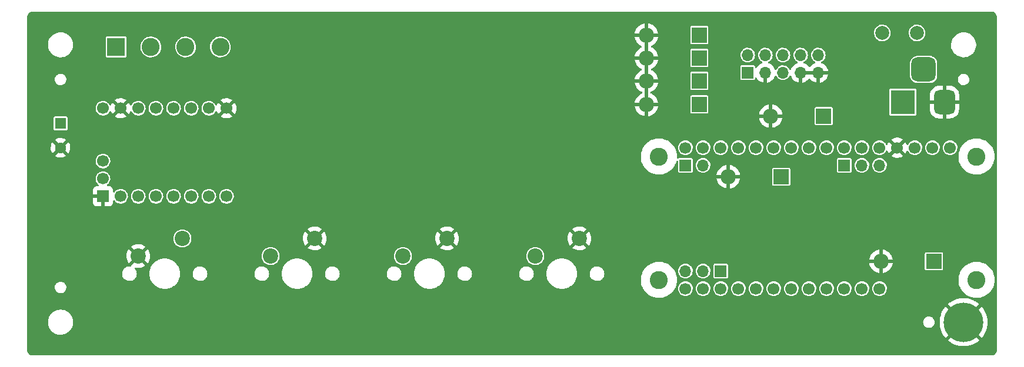
<source format=gbr>
%TF.GenerationSoftware,KiCad,Pcbnew,(6.0.0)*%
%TF.CreationDate,2022-01-09T22:19:22-05:00*%
%TF.ProjectId,Main-board-FeatherRP2040,4d61696e-2d62-46f6-9172-642d46656174,rev?*%
%TF.SameCoordinates,Original*%
%TF.FileFunction,Copper,L2,Bot*%
%TF.FilePolarity,Positive*%
%FSLAX46Y46*%
G04 Gerber Fmt 4.6, Leading zero omitted, Abs format (unit mm)*
G04 Created by KiCad (PCBNEW (6.0.0)) date 2022-01-09 22:19:22*
%MOMM*%
%LPD*%
G01*
G04 APERTURE LIST*
G04 Aperture macros list*
%AMRoundRect*
0 Rectangle with rounded corners*
0 $1 Rounding radius*
0 $2 $3 $4 $5 $6 $7 $8 $9 X,Y pos of 4 corners*
0 Add a 4 corners polygon primitive as box body*
4,1,4,$2,$3,$4,$5,$6,$7,$8,$9,$2,$3,0*
0 Add four circle primitives for the rounded corners*
1,1,$1+$1,$2,$3*
1,1,$1+$1,$4,$5*
1,1,$1+$1,$6,$7*
1,1,$1+$1,$8,$9*
0 Add four rect primitives between the rounded corners*
20,1,$1+$1,$2,$3,$4,$5,0*
20,1,$1+$1,$4,$5,$6,$7,0*
20,1,$1+$1,$6,$7,$8,$9,0*
20,1,$1+$1,$8,$9,$2,$3,0*%
G04 Aperture macros list end*
%TA.AperFunction,ComponentPad*%
%ADD10C,2.000000*%
%TD*%
%TA.AperFunction,ComponentPad*%
%ADD11C,5.700000*%
%TD*%
%TA.AperFunction,ComponentPad*%
%ADD12R,1.600000X1.600000*%
%TD*%
%TA.AperFunction,ComponentPad*%
%ADD13C,1.600000*%
%TD*%
%TA.AperFunction,ComponentPad*%
%ADD14C,2.200000*%
%TD*%
%TA.AperFunction,ComponentPad*%
%ADD15R,2.600000X2.600000*%
%TD*%
%TA.AperFunction,ComponentPad*%
%ADD16C,2.600000*%
%TD*%
%TA.AperFunction,ComponentPad*%
%ADD17R,2.200000X2.200000*%
%TD*%
%TA.AperFunction,ComponentPad*%
%ADD18O,2.200000X2.200000*%
%TD*%
%TA.AperFunction,ComponentPad*%
%ADD19R,1.700000X1.700000*%
%TD*%
%TA.AperFunction,ComponentPad*%
%ADD20O,1.700000X1.700000*%
%TD*%
%TA.AperFunction,ComponentPad*%
%ADD21R,3.500000X3.500000*%
%TD*%
%TA.AperFunction,ComponentPad*%
%ADD22RoundRect,0.750000X0.750000X1.000000X-0.750000X1.000000X-0.750000X-1.000000X0.750000X-1.000000X0*%
%TD*%
%TA.AperFunction,ComponentPad*%
%ADD23RoundRect,0.875000X0.875000X0.875000X-0.875000X0.875000X-0.875000X-0.875000X0.875000X-0.875000X0*%
%TD*%
%TA.AperFunction,ComponentPad*%
%ADD24C,1.700000*%
%TD*%
%TA.AperFunction,WasherPad*%
%ADD25C,2.600000*%
%TD*%
%TA.AperFunction,ViaPad*%
%ADD26C,0.800100*%
%TD*%
G04 APERTURE END LIST*
D10*
%TO.P,F1,1*%
%TO.N,+12V*%
X123300000Y-3300000D03*
%TO.P,F1,2*%
%TO.N,Net-(J1-Pad1)*%
X128300000Y-3300000D03*
%TD*%
D11*
%TO.P,H1,1,1*%
%TO.N,GND*%
X135000000Y-45000000D03*
%TD*%
D12*
%TO.P,C3,1*%
%TO.N,+12V*%
X5000000Y-16347349D03*
D13*
%TO.P,C3,2*%
%TO.N,GND*%
X5000000Y-19847349D03*
%TD*%
D14*
%TO.P,SW4,1,1*%
%TO.N,GND*%
X79690000Y-32920000D03*
%TO.P,SW4,2,2*%
%TO.N,DOWN-SWITCH*%
X73340000Y-35460000D03*
%TD*%
D15*
%TO.P,J8,1,Pin_1*%
%TO.N,Coil1-*%
X13000000Y-5305000D03*
D16*
%TO.P,J8,2,Pin_2*%
%TO.N,Coil1+*%
X18000000Y-5305000D03*
%TO.P,J8,3,Pin_3*%
%TO.N,Coil2+*%
X23000000Y-5305000D03*
%TO.P,J8,4,Pin_4*%
%TO.N,Coil2-*%
X28000000Y-5305000D03*
%TD*%
D17*
%TO.P,D6,1,K*%
%TO.N,SPI-SCK{slash}I2C-SDA*%
X96960000Y-13600000D03*
D18*
%TO.P,D6,2,A*%
%TO.N,GND*%
X89340000Y-13600000D03*
%TD*%
D19*
%TO.P,J3,1,Pin_1*%
%TO.N,Net-(J3-Pad1)*%
X117810000Y-22380000D03*
D20*
%TO.P,J3,2,Pin_2*%
%TO.N,Net-(J3-Pad2)*%
X120350000Y-22380000D03*
%TO.P,J3,3,Pin_3*%
%TO.N,Net-(J3-Pad3)*%
X122890000Y-22380000D03*
%TD*%
D21*
%TO.P,J1,1*%
%TO.N,Net-(J1-Pad1)*%
X126250000Y-13257500D03*
D22*
%TO.P,J1,2*%
%TO.N,GND*%
X132250000Y-13257500D03*
D23*
%TO.P,J1,3*%
%TO.N,N/C*%
X129250000Y-8557500D03*
%TD*%
D14*
%TO.P,SW1,1,1*%
%TO.N,RESET*%
X22540000Y-32920000D03*
%TO.P,SW1,2,2*%
%TO.N,GND*%
X16190000Y-35460000D03*
%TD*%
D17*
%TO.P,D1,1,K*%
%TO.N,+5V*%
X130725000Y-36225000D03*
D18*
%TO.P,D1,2,A*%
%TO.N,GND*%
X123105000Y-36225000D03*
%TD*%
D17*
%TO.P,D2,1,K*%
%TO.N,+3V3*%
X108750000Y-24025000D03*
D18*
%TO.P,D2,2,A*%
%TO.N,GND*%
X101130000Y-24025000D03*
%TD*%
D17*
%TO.P,D7,1,K*%
%TO.N,SPI-CS*%
X96950000Y-3600000D03*
D18*
%TO.P,D7,2,A*%
%TO.N,GND*%
X89330000Y-3600000D03*
%TD*%
D19*
%TO.P,U2,1,EN*%
%TO.N,GND*%
X11110000Y-26850000D03*
D24*
%TO.P,U2,2,MS1*%
%TO.N,MS1*%
X13650000Y-26850000D03*
%TO.P,U2,3,MS2*%
%TO.N,MS2*%
X16190000Y-26850000D03*
%TO.P,U2,4,MS3/UART*%
%TO.N,MS3*%
X18730000Y-26850000D03*
%TO.P,U2,5,RST/PDN*%
%TO.N,unconnected-(U2-Pad5)*%
X21270000Y-26850000D03*
%TO.P,U2,6,SLP*%
%TO.N,unconnected-(U2-Pad6)*%
X23810000Y-26850000D03*
%TO.P,U2,7,STEP*%
%TO.N,STEP*%
X26350000Y-26850000D03*
%TO.P,U2,8,DIR*%
%TO.N,DIR*%
X28890000Y-26850000D03*
%TO.P,U2,9,GND*%
%TO.N,GND*%
X28890000Y-14150000D03*
%TO.P,U2,10,VIO*%
%TO.N,+3V3*%
X26350000Y-14150000D03*
%TO.P,U2,11,M1B*%
%TO.N,Coil2-*%
X23810000Y-14150000D03*
%TO.P,U2,12,M1A*%
%TO.N,Coil2+*%
X21270000Y-14150000D03*
%TO.P,U2,13,M2A*%
%TO.N,Coil1+*%
X18730000Y-14150000D03*
%TO.P,U2,14,M2B*%
%TO.N,Coil1-*%
X16190000Y-14150000D03*
%TO.P,U2,15,GND*%
%TO.N,GND*%
X13650000Y-14150000D03*
%TO.P,U2,16,VM*%
%TO.N,+12V*%
X11110000Y-14150000D03*
%TO.P,U2,17,VREF*%
%TO.N,unconnected-(U2-Pad17)*%
X11110000Y-24310000D03*
%TO.P,U2,18,INDEX*%
%TO.N,unconnected-(U2-Pad18)*%
X11110000Y-21770000D03*
%TD*%
D25*
%TO.P,U1,*%
%TO.N,*%
X136860000Y-21110000D03*
X91140000Y-21110000D03*
X136860000Y-38890000D03*
X91140000Y-38890000D03*
D24*
%TO.P,U1,1,RESET*%
%TO.N,RESET*%
X133050000Y-19840000D03*
%TO.P,U1,2,3.3V*%
%TO.N,+3V3*%
X130510000Y-19840000D03*
%TO.P,U1,3,3.3V*%
X127970000Y-19840000D03*
%TO.P,U1,4,GND*%
%TO.N,GND*%
X125430000Y-19840000D03*
%TO.P,U1,5,A0/GPIO26*%
%TO.N,Net-(J3-Pad3)*%
X122890000Y-19840000D03*
%TO.P,U1,6,A1/GPIO27*%
%TO.N,Net-(J3-Pad2)*%
X120350000Y-19840000D03*
%TO.P,U1,7,A2/GPIO28*%
%TO.N,Net-(J3-Pad1)*%
X117810000Y-19840000D03*
%TO.P,U1,8,A3/GPIO29*%
%TO.N,SWITCH-IN*%
X115270000Y-19840000D03*
%TO.P,U1,9,D24/GPIO24*%
%TO.N,STEP*%
X112730000Y-19840000D03*
%TO.P,U1,10,D25/GPIO25*%
%TO.N,DIR*%
X110190000Y-19840000D03*
%TO.P,U1,11,SCK/GPIO18*%
%TO.N,SPI-SCK{slash}I2C-SDA*%
X107650000Y-19840000D03*
%TO.P,U1,12,MOSI/GPIO19*%
%TO.N,HX711-SCK{slash}SPI-MOSI{slash}I2C-SCL*%
X105110000Y-19840000D03*
%TO.P,U1,13,MISO/GPIO20*%
%TO.N,HX711-DATA{slash}SPI-MISO*%
X102570000Y-19840000D03*
%TO.P,U1,14,RX/CS/GPIO1*%
%TO.N,SPI-CS*%
X100030000Y-19840000D03*
%TO.P,U1,15,TX/GPIO0*%
%TO.N,Net-(J5-Pad2)*%
X97490000Y-19840000D03*
%TO.P,U1,16,D4/GPIO6*%
%TO.N,Net-(J5-Pad1)*%
X94950000Y-19840000D03*
%TO.P,U1,17,SDA/GPIO2*%
%TO.N,Net-(J4-Pad3)*%
X94950000Y-40160000D03*
%TO.P,U1,18,SCL/GPIO3*%
%TO.N,Net-(J4-Pad2)*%
X97490000Y-40160000D03*
%TO.P,U1,19,D5/GPIO7*%
%TO.N,Net-(J4-Pad1)*%
X100030000Y-40160000D03*
%TO.P,U1,20,D6/GPIO8*%
%TO.N,MS1*%
X102570000Y-40160000D03*
%TO.P,U1,21,D9/GPIO9*%
%TO.N,MS2*%
X105110000Y-40160000D03*
%TO.P,U1,22,D10/GPIO10*%
%TO.N,MS3*%
X107650000Y-40160000D03*
%TO.P,U1,23,D11/GPIO11*%
%TO.N,DOWN-SWITCH*%
X110190000Y-40160000D03*
%TO.P,U1,24,D12/GPIO8*%
%TO.N,START-SWITCH*%
X112730000Y-40160000D03*
%TO.P,U1,25,D13/GPIO13*%
%TO.N,UP-SWITCH*%
X115270000Y-40160000D03*
%TO.P,U1,26,Vbus*%
%TO.N,+5V*%
X117810000Y-40160000D03*
%TO.P,U1,27,ENABLE*%
%TO.N,unconnected-(U1-Pad27)*%
X120350000Y-40160000D03*
%TO.P,U1,28,VBat*%
%TO.N,unconnected-(U1-Pad28)*%
X122890000Y-40160000D03*
%TD*%
D17*
%TO.P,D3,1,K*%
%TO.N,SWITCH-IN*%
X114860000Y-15275000D03*
D18*
%TO.P,D3,2,A*%
%TO.N,GND*%
X107240000Y-15275000D03*
%TD*%
D19*
%TO.P,J2,1,Pin_1*%
%TO.N,+3V3*%
X103920000Y-9020000D03*
D20*
%TO.P,J2,2,Pin_2*%
%TO.N,HX711-DATA{slash}SPI-MISO*%
X103920000Y-6480000D03*
%TO.P,J2,3,Pin_3*%
%TO.N,GND*%
X106460000Y-9020000D03*
%TO.P,J2,4,Pin_4*%
%TO.N,HX711-SCK{slash}SPI-MOSI{slash}I2C-SCL*%
X106460000Y-6480000D03*
%TO.P,J2,5,Pin_5*%
%TO.N,+5V*%
X109000000Y-9020000D03*
%TO.P,J2,6,Pin_6*%
%TO.N,SWITCH-IN*%
X109000000Y-6480000D03*
%TO.P,J2,7,Pin_7*%
%TO.N,GND*%
X111540000Y-9020000D03*
%TO.P,J2,8,Pin_8*%
%TO.N,SPI-SCK{slash}I2C-SDA*%
X111540000Y-6480000D03*
%TO.P,J2,9,Pin_9*%
%TO.N,GND*%
X114080000Y-9020000D03*
%TO.P,J2,10,Pin_10*%
%TO.N,SPI-CS*%
X114080000Y-6480000D03*
%TD*%
D14*
%TO.P,SW3,1,1*%
%TO.N,GND*%
X60640000Y-32920000D03*
%TO.P,SW3,2,2*%
%TO.N,START-SWITCH*%
X54290000Y-35460000D03*
%TD*%
D17*
%TO.P,D5,1,K*%
%TO.N,HX711-SCK{slash}SPI-MOSI{slash}I2C-SCL*%
X96960000Y-10200000D03*
D18*
%TO.P,D5,2,A*%
%TO.N,GND*%
X89340000Y-10200000D03*
%TD*%
D14*
%TO.P,SW2,1,1*%
%TO.N,GND*%
X41590000Y-32920000D03*
%TO.P,SW2,2,2*%
%TO.N,UP-SWITCH*%
X35240000Y-35460000D03*
%TD*%
D17*
%TO.P,D4,1,K*%
%TO.N,HX711-DATA{slash}SPI-MISO*%
X96960000Y-6900000D03*
D18*
%TO.P,D4,2,A*%
%TO.N,GND*%
X89340000Y-6900000D03*
%TD*%
D19*
%TO.P,J4,1,Pin_1*%
%TO.N,Net-(J4-Pad1)*%
X100030000Y-37620000D03*
D20*
%TO.P,J4,2,Pin_2*%
%TO.N,Net-(J4-Pad2)*%
X97490000Y-37620000D03*
%TO.P,J4,3,Pin_3*%
%TO.N,Net-(J4-Pad3)*%
X94950000Y-37620000D03*
%TD*%
D19*
%TO.P,J5,1,Pin_1*%
%TO.N,Net-(J5-Pad1)*%
X94950000Y-22380000D03*
D20*
%TO.P,J5,2,Pin_2*%
%TO.N,Net-(J5-Pad2)*%
X97490000Y-22380000D03*
%TD*%
D26*
%TO.N,GND*%
X31800000Y-30800000D03*
X34600000Y-25000000D03*
X15600000Y-3600000D03*
X25400000Y-3600000D03*
X103900000Y-20900000D03*
X99300000Y-7700000D03*
%TD*%
%TA.AperFunction,Conductor*%
%TO.N,GND*%
G36*
X138962975Y-200001D02*
G01*
X138980181Y-201954D01*
X138985812Y-201964D01*
X138999641Y-205144D01*
X139013480Y-202012D01*
X139014471Y-202014D01*
X139026600Y-202621D01*
X139052207Y-205143D01*
X139143721Y-214157D01*
X139167938Y-218973D01*
X139294272Y-257295D01*
X139317092Y-266748D01*
X139433510Y-328975D01*
X139454047Y-342698D01*
X139556091Y-426443D01*
X139573557Y-443909D01*
X139657302Y-545953D01*
X139671025Y-566490D01*
X139733252Y-682908D01*
X139742705Y-705727D01*
X139781027Y-832062D01*
X139785844Y-856282D01*
X139797428Y-973899D01*
X139798009Y-985931D01*
X139794856Y-999643D01*
X139797988Y-1013482D01*
X139797979Y-1018366D01*
X139800000Y-1036453D01*
X139800000Y-48962972D01*
X139798046Y-48980188D01*
X139798036Y-48985811D01*
X139794856Y-48999641D01*
X139797988Y-49013480D01*
X139797986Y-49014471D01*
X139797379Y-49026600D01*
X139785844Y-49143718D01*
X139781027Y-49167938D01*
X139774850Y-49188302D01*
X139742705Y-49294272D01*
X139733252Y-49317092D01*
X139671025Y-49433510D01*
X139657302Y-49454047D01*
X139573557Y-49556091D01*
X139556091Y-49573557D01*
X139454047Y-49657302D01*
X139433510Y-49671025D01*
X139317092Y-49733252D01*
X139294273Y-49742705D01*
X139167938Y-49781027D01*
X139143721Y-49785843D01*
X139052205Y-49794857D01*
X139026101Y-49797428D01*
X139014069Y-49798009D01*
X139000357Y-49794856D01*
X138986518Y-49797988D01*
X138981634Y-49797979D01*
X138963547Y-49800000D01*
X1037024Y-49800000D01*
X1019818Y-49798047D01*
X1014187Y-49798037D01*
X1000358Y-49794857D01*
X986519Y-49797989D01*
X985528Y-49797987D01*
X973399Y-49797380D01*
X946607Y-49794741D01*
X856278Y-49785844D01*
X832061Y-49781028D01*
X705726Y-49742706D01*
X682907Y-49733253D01*
X566489Y-49671026D01*
X545952Y-49657303D01*
X443908Y-49573558D01*
X426442Y-49556092D01*
X342697Y-49454048D01*
X328974Y-49433511D01*
X266747Y-49317093D01*
X257294Y-49294273D01*
X257294Y-49294272D01*
X218972Y-49167939D01*
X214155Y-49143719D01*
X202571Y-49026102D01*
X201990Y-49014070D01*
X205143Y-49000358D01*
X202011Y-48986518D01*
X202020Y-48981628D01*
X200000Y-48963552D01*
X200000Y-47614051D01*
X132745832Y-47614051D01*
X132745908Y-47615126D01*
X132750667Y-47622349D01*
X132754238Y-47625410D01*
X133045300Y-47848749D01*
X133050914Y-47852593D01*
X133364390Y-48043190D01*
X133370392Y-48046408D01*
X133702625Y-48202038D01*
X133708930Y-48204585D01*
X134056023Y-48323422D01*
X134062593Y-48325281D01*
X134420467Y-48405930D01*
X134427196Y-48407069D01*
X134791710Y-48448600D01*
X134798500Y-48449003D01*
X135165366Y-48450924D01*
X135172167Y-48450592D01*
X135537100Y-48412880D01*
X135543828Y-48411814D01*
X135902559Y-48334909D01*
X135909107Y-48333130D01*
X136257438Y-48217930D01*
X136263780Y-48215444D01*
X136597607Y-48063311D01*
X136603661Y-48060146D01*
X136919094Y-47872856D01*
X136924775Y-47869053D01*
X137218141Y-47648787D01*
X137223367Y-47644402D01*
X137245001Y-47624157D01*
X137253069Y-47610479D01*
X137253041Y-47609753D01*
X137247899Y-47601452D01*
X135012812Y-45366365D01*
X134998868Y-45358751D01*
X134997035Y-45358882D01*
X134990420Y-45363133D01*
X132753446Y-47600107D01*
X132745832Y-47614051D01*
X200000Y-47614051D01*
X200000Y-45110226D01*
X3197819Y-45110226D01*
X3233907Y-45375395D01*
X3235215Y-45379882D01*
X3235215Y-45379883D01*
X3246002Y-45416891D01*
X3308792Y-45632317D01*
X3420831Y-45875348D01*
X3453072Y-45924524D01*
X3564996Y-46095236D01*
X3565000Y-46095241D01*
X3567562Y-46099149D01*
X3745760Y-46298803D01*
X3951512Y-46469925D01*
X3955505Y-46472348D01*
X4176306Y-46606334D01*
X4176310Y-46606336D01*
X4180298Y-46608756D01*
X4184606Y-46610563D01*
X4184607Y-46610563D01*
X4422776Y-46710436D01*
X4422781Y-46710438D01*
X4427091Y-46712245D01*
X4431623Y-46713396D01*
X4431626Y-46713397D01*
X4681933Y-46776967D01*
X4681936Y-46776968D01*
X4686470Y-46778119D01*
X4691126Y-46778588D01*
X4691127Y-46778588D01*
X4905602Y-46800184D01*
X4905603Y-46800184D01*
X4908741Y-46800500D01*
X5067944Y-46800500D01*
X5070267Y-46800327D01*
X5070277Y-46800327D01*
X5262212Y-46786064D01*
X5262216Y-46786063D01*
X5266877Y-46785717D01*
X5271441Y-46784684D01*
X5271443Y-46784684D01*
X5410765Y-46753158D01*
X5527891Y-46726655D01*
X5561984Y-46713397D01*
X5772956Y-46631355D01*
X5772958Y-46631354D01*
X5777309Y-46629662D01*
X5818125Y-46606334D01*
X5863730Y-46580268D01*
X6009650Y-46496868D01*
X6219811Y-46331190D01*
X6403175Y-46136269D01*
X6555714Y-45916385D01*
X6601027Y-45824500D01*
X6672011Y-45680559D01*
X6672012Y-45680556D01*
X6674076Y-45676371D01*
X6680623Y-45655920D01*
X6754239Y-45425942D01*
X6755662Y-45421497D01*
X6786951Y-45229369D01*
X6797927Y-45161976D01*
X6797927Y-45161975D01*
X6798678Y-45157364D01*
X6800777Y-44997035D01*
X6801344Y-44953704D01*
X129171931Y-44953704D01*
X129172288Y-44960520D01*
X129172288Y-44960525D01*
X129176426Y-45039475D01*
X129181307Y-45132599D01*
X129228879Y-45305309D01*
X129312428Y-45463773D01*
X129316829Y-45468981D01*
X129423649Y-45595387D01*
X129423653Y-45595391D01*
X129428056Y-45600601D01*
X129433480Y-45604748D01*
X129433481Y-45604749D01*
X129564947Y-45705263D01*
X129564951Y-45705266D01*
X129570368Y-45709407D01*
X129607614Y-45726775D01*
X129726548Y-45782235D01*
X129726551Y-45782236D01*
X129732725Y-45785115D01*
X129739370Y-45786600D01*
X129739375Y-45786602D01*
X129902514Y-45823067D01*
X129902515Y-45823067D01*
X129907552Y-45824193D01*
X129913043Y-45824500D01*
X130044756Y-45824500D01*
X130178093Y-45810015D01*
X130347878Y-45752876D01*
X130501432Y-45660612D01*
X130526855Y-45636571D01*
X130626630Y-45542217D01*
X130631591Y-45537526D01*
X130681714Y-45463773D01*
X130728448Y-45395005D01*
X130732283Y-45389362D01*
X130768534Y-45298727D01*
X130796276Y-45229369D01*
X130796277Y-45229364D01*
X130798810Y-45223032D01*
X130799924Y-45216304D01*
X130799925Y-45216300D01*
X130826954Y-45053033D01*
X130826954Y-45053030D01*
X130828069Y-45046296D01*
X130826813Y-45022317D01*
X130825189Y-44991336D01*
X131545126Y-44991336D01*
X131563688Y-45357758D01*
X131564398Y-45364514D01*
X131622424Y-45726775D01*
X131623863Y-45733430D01*
X131720670Y-46087298D01*
X131722819Y-46093759D01*
X131857280Y-46435110D01*
X131860111Y-46441293D01*
X132030652Y-46766126D01*
X132034135Y-46771968D01*
X132238758Y-47076479D01*
X132242861Y-47081923D01*
X132378234Y-47242685D01*
X132390973Y-47251128D01*
X132401417Y-47245030D01*
X134633635Y-45012812D01*
X134640013Y-45001132D01*
X135358751Y-45001132D01*
X135358882Y-45002965D01*
X135363133Y-45009580D01*
X137597085Y-47243532D01*
X137610682Y-47250957D01*
X137620293Y-47244257D01*
X137735188Y-47110679D01*
X137739346Y-47105280D01*
X137947145Y-46802932D01*
X137950692Y-46797121D01*
X138124616Y-46474108D01*
X138127523Y-46467930D01*
X138265550Y-46128012D01*
X138267764Y-46121582D01*
X138368272Y-45768743D01*
X138369779Y-45762113D01*
X138431597Y-45400463D01*
X138432377Y-45393723D01*
X138454873Y-45025917D01*
X138454989Y-45022317D01*
X138455061Y-45001820D01*
X138454969Y-44998193D01*
X138435042Y-44630257D01*
X138434307Y-44623491D01*
X138375020Y-44261448D01*
X138373553Y-44254776D01*
X138275516Y-43901268D01*
X138273342Y-43894804D01*
X138137691Y-43553929D01*
X138134835Y-43547749D01*
X137963165Y-43223521D01*
X137959665Y-43217695D01*
X137753971Y-42913887D01*
X137749857Y-42908467D01*
X137621718Y-42757370D01*
X137608892Y-42748933D01*
X137598567Y-42754986D01*
X135366365Y-44987188D01*
X135358751Y-45001132D01*
X134640013Y-45001132D01*
X134641249Y-44998868D01*
X134641118Y-44997035D01*
X134636867Y-44990420D01*
X132402878Y-42756431D01*
X132389341Y-42749039D01*
X132379640Y-42755827D01*
X132257468Y-42898872D01*
X132253314Y-42904305D01*
X132046585Y-43207358D01*
X132043050Y-43213195D01*
X131870251Y-43536819D01*
X131867375Y-43542988D01*
X131730534Y-43883389D01*
X131728341Y-43889829D01*
X131629063Y-44243022D01*
X131627580Y-44249658D01*
X131567028Y-44611502D01*
X131566269Y-44618274D01*
X131545150Y-44984541D01*
X131545126Y-44991336D01*
X130825189Y-44991336D01*
X130819050Y-44874214D01*
X130818693Y-44867401D01*
X130771121Y-44694691D01*
X130687572Y-44536227D01*
X130683171Y-44531019D01*
X130576351Y-44404613D01*
X130576347Y-44404609D01*
X130571944Y-44399399D01*
X130536346Y-44372182D01*
X130435053Y-44294737D01*
X130435049Y-44294734D01*
X130429632Y-44290593D01*
X130336412Y-44247124D01*
X130273452Y-44217765D01*
X130273449Y-44217764D01*
X130267275Y-44214885D01*
X130260630Y-44213400D01*
X130260625Y-44213398D01*
X130097486Y-44176933D01*
X130097485Y-44176933D01*
X130092448Y-44175807D01*
X130086957Y-44175500D01*
X129955244Y-44175500D01*
X129821907Y-44189985D01*
X129652122Y-44247124D01*
X129498568Y-44339388D01*
X129493608Y-44344079D01*
X129493606Y-44344080D01*
X129439495Y-44395251D01*
X129368409Y-44462474D01*
X129364573Y-44468119D01*
X129364571Y-44468121D01*
X129314187Y-44542259D01*
X129267717Y-44610638D01*
X129259870Y-44630257D01*
X129203724Y-44770631D01*
X129203723Y-44770636D01*
X129201190Y-44776968D01*
X129200076Y-44783696D01*
X129200075Y-44783700D01*
X129181740Y-44894451D01*
X129171931Y-44953704D01*
X6801344Y-44953704D01*
X6802120Y-44894451D01*
X6802120Y-44894448D01*
X6802181Y-44889774D01*
X6766093Y-44624605D01*
X6691208Y-44367683D01*
X6579169Y-44124652D01*
X6546928Y-44075476D01*
X6435004Y-43904764D01*
X6435000Y-43904759D01*
X6432438Y-43900851D01*
X6254240Y-43701197D01*
X6048488Y-43530075D01*
X6000266Y-43500813D01*
X5823694Y-43393666D01*
X5823690Y-43393664D01*
X5819702Y-43391244D01*
X5765810Y-43368645D01*
X5577224Y-43289564D01*
X5577219Y-43289562D01*
X5572909Y-43287755D01*
X5568377Y-43286604D01*
X5568374Y-43286603D01*
X5318067Y-43223033D01*
X5318064Y-43223032D01*
X5313530Y-43221881D01*
X5308874Y-43221412D01*
X5308873Y-43221412D01*
X5094398Y-43199816D01*
X5094397Y-43199816D01*
X5091259Y-43199500D01*
X4932056Y-43199500D01*
X4929733Y-43199673D01*
X4929723Y-43199673D01*
X4737788Y-43213936D01*
X4737784Y-43213937D01*
X4733123Y-43214283D01*
X4728559Y-43215316D01*
X4728557Y-43215316D01*
X4692297Y-43223521D01*
X4472109Y-43273345D01*
X4467757Y-43275037D01*
X4467755Y-43275038D01*
X4227044Y-43368645D01*
X4227042Y-43368646D01*
X4222691Y-43370338D01*
X4218637Y-43372655D01*
X4218635Y-43372656D01*
X4136270Y-43419732D01*
X3990350Y-43503132D01*
X3780189Y-43668810D01*
X3596825Y-43863731D01*
X3444286Y-44083615D01*
X3442220Y-44087804D01*
X3442219Y-44087806D01*
X3342216Y-44290593D01*
X3325924Y-44323629D01*
X3324502Y-44328072D01*
X3324501Y-44328074D01*
X3301670Y-44399399D01*
X3244338Y-44578503D01*
X3235359Y-44633635D01*
X3212017Y-44776968D01*
X3201322Y-44842636D01*
X3201261Y-44847313D01*
X3199137Y-45009580D01*
X3197819Y-45110226D01*
X200000Y-45110226D01*
X200000Y-42389156D01*
X132746585Y-42389156D01*
X132746620Y-42389996D01*
X132751671Y-42398118D01*
X134987188Y-44633635D01*
X135001132Y-44641249D01*
X135002965Y-44641118D01*
X135009580Y-44636867D01*
X137246145Y-42400302D01*
X137253759Y-42386358D01*
X137253691Y-42385403D01*
X137248523Y-42377589D01*
X137241773Y-42371183D01*
X137236592Y-42366773D01*
X136944743Y-42144443D01*
X136939119Y-42140621D01*
X136624978Y-41951119D01*
X136618965Y-41947922D01*
X136286182Y-41793449D01*
X136279882Y-41790929D01*
X135932372Y-41673304D01*
X135925794Y-41671468D01*
X135567642Y-41592068D01*
X135560904Y-41590952D01*
X135196248Y-41550693D01*
X135189467Y-41550314D01*
X134822573Y-41549674D01*
X134815800Y-41550029D01*
X134450984Y-41589016D01*
X134444275Y-41590103D01*
X134085822Y-41668259D01*
X134079247Y-41670070D01*
X133731333Y-41786480D01*
X133725011Y-41788983D01*
X133391710Y-41942284D01*
X133385667Y-41945470D01*
X133070879Y-42133867D01*
X133065233Y-42137676D01*
X132772612Y-42358983D01*
X132767422Y-42363369D01*
X132754608Y-42375445D01*
X132746585Y-42389156D01*
X200000Y-42389156D01*
X200000Y-39953704D01*
X4171931Y-39953704D01*
X4172288Y-39960520D01*
X4172288Y-39960525D01*
X4175994Y-40031229D01*
X4181307Y-40132599D01*
X4228879Y-40305309D01*
X4312428Y-40463773D01*
X4316829Y-40468981D01*
X4423649Y-40595387D01*
X4423653Y-40595391D01*
X4428056Y-40600601D01*
X4433480Y-40604748D01*
X4433481Y-40604749D01*
X4564947Y-40705263D01*
X4564951Y-40705266D01*
X4570368Y-40709407D01*
X4634875Y-40739487D01*
X4726548Y-40782235D01*
X4726551Y-40782236D01*
X4732725Y-40785115D01*
X4739370Y-40786600D01*
X4739375Y-40786602D01*
X4902514Y-40823067D01*
X4902515Y-40823067D01*
X4907552Y-40824193D01*
X4913043Y-40824500D01*
X5044756Y-40824500D01*
X5178093Y-40810015D01*
X5347878Y-40752876D01*
X5501432Y-40660612D01*
X5631591Y-40537526D01*
X5681714Y-40463773D01*
X5728448Y-40395005D01*
X5732283Y-40389362D01*
X5768534Y-40298727D01*
X5796276Y-40229369D01*
X5796277Y-40229364D01*
X5798810Y-40223032D01*
X5799924Y-40216304D01*
X5799925Y-40216300D01*
X5826954Y-40053033D01*
X5826954Y-40053030D01*
X5828069Y-40046296D01*
X5827378Y-40033100D01*
X5819050Y-39874214D01*
X5818693Y-39867401D01*
X5771121Y-39694691D01*
X5687572Y-39536227D01*
X5683171Y-39531019D01*
X5576351Y-39404613D01*
X5576347Y-39404609D01*
X5571944Y-39399399D01*
X5566519Y-39395251D01*
X5435053Y-39294737D01*
X5435049Y-39294734D01*
X5429632Y-39290593D01*
X5336412Y-39247124D01*
X5273452Y-39217765D01*
X5273449Y-39217764D01*
X5267275Y-39214885D01*
X5260630Y-39213400D01*
X5260625Y-39213398D01*
X5097486Y-39176933D01*
X5097485Y-39176933D01*
X5092448Y-39175807D01*
X5086957Y-39175500D01*
X4955244Y-39175500D01*
X4821907Y-39189985D01*
X4652122Y-39247124D01*
X4498568Y-39339388D01*
X4368409Y-39462474D01*
X4364573Y-39468119D01*
X4364571Y-39468121D01*
X4299216Y-39564289D01*
X4267717Y-39610638D01*
X4265184Y-39616972D01*
X4203724Y-39770631D01*
X4203723Y-39770636D01*
X4201190Y-39776968D01*
X4200076Y-39783696D01*
X4200075Y-39783700D01*
X4173098Y-39946653D01*
X4171931Y-39953704D01*
X200000Y-39953704D01*
X200000Y-37992631D01*
X13864443Y-37992631D01*
X13883114Y-38197797D01*
X13941280Y-38395428D01*
X14036726Y-38577998D01*
X14040586Y-38582799D01*
X14040588Y-38582802D01*
X14111099Y-38670500D01*
X14165815Y-38738553D01*
X14323630Y-38870976D01*
X14329028Y-38873944D01*
X14329033Y-38873947D01*
X14498765Y-38967257D01*
X14504162Y-38970224D01*
X14700532Y-39032516D01*
X14706649Y-39033202D01*
X14706653Y-39033203D01*
X14782874Y-39041752D01*
X14860864Y-39050500D01*
X14971841Y-39050500D01*
X15125030Y-39035480D01*
X15322251Y-38975935D01*
X15504151Y-38879218D01*
X15594098Y-38805859D01*
X15659025Y-38752906D01*
X15659028Y-38752903D01*
X15663800Y-38749011D01*
X15672452Y-38738553D01*
X15791189Y-38595025D01*
X15791191Y-38595021D01*
X15795118Y-38590275D01*
X15893103Y-38409055D01*
X15954023Y-38212254D01*
X15954922Y-38203705D01*
X15971477Y-38046187D01*
X17795059Y-38046187D01*
X17820536Y-38337399D01*
X17855947Y-38495816D01*
X17878123Y-38595025D01*
X17884305Y-38622683D01*
X17885749Y-38626608D01*
X17885750Y-38626611D01*
X17898509Y-38661288D01*
X17985244Y-38897027D01*
X17987188Y-38900715D01*
X17987192Y-38900723D01*
X18105616Y-39125333D01*
X18121580Y-39155612D01*
X18290918Y-39393893D01*
X18350496Y-39457783D01*
X18460595Y-39575849D01*
X18490283Y-39607686D01*
X18716171Y-39793233D01*
X18964616Y-39947275D01*
X19231250Y-40067105D01*
X19317923Y-40092944D01*
X19507394Y-40149428D01*
X19507402Y-40149430D01*
X19511391Y-40150619D01*
X19515508Y-40151271D01*
X19515512Y-40151272D01*
X19796649Y-40195799D01*
X19796654Y-40195799D01*
X19800117Y-40196348D01*
X19849069Y-40198571D01*
X19890128Y-40200436D01*
X19890147Y-40200436D01*
X19891547Y-40200500D01*
X20074151Y-40200500D01*
X20076243Y-40200361D01*
X20076245Y-40200361D01*
X20287511Y-40186329D01*
X20291682Y-40186052D01*
X20295776Y-40185227D01*
X20295780Y-40185226D01*
X20463507Y-40151406D01*
X20578239Y-40128272D01*
X20854637Y-40033100D01*
X20858370Y-40031231D01*
X20858374Y-40031229D01*
X21112276Y-39904084D01*
X21112278Y-39904083D01*
X21116020Y-39902209D01*
X21273135Y-39795434D01*
X21354336Y-39740250D01*
X21354339Y-39740248D01*
X21357795Y-39737899D01*
X21575716Y-39543055D01*
X21765953Y-39321102D01*
X21787637Y-39287711D01*
X21922892Y-39079437D01*
X21922894Y-39079434D01*
X21925164Y-39075938D01*
X22050552Y-38811871D01*
X22139914Y-38533541D01*
X22167583Y-38379766D01*
X22190943Y-38249940D01*
X22190944Y-38249934D01*
X22191681Y-38245836D01*
X22202900Y-37998771D01*
X22203179Y-37992631D01*
X24024443Y-37992631D01*
X24043114Y-38197797D01*
X24101280Y-38395428D01*
X24196726Y-38577998D01*
X24200586Y-38582799D01*
X24200588Y-38582802D01*
X24271099Y-38670500D01*
X24325815Y-38738553D01*
X24483630Y-38870976D01*
X24489028Y-38873944D01*
X24489033Y-38873947D01*
X24658765Y-38967257D01*
X24664162Y-38970224D01*
X24860532Y-39032516D01*
X24866649Y-39033202D01*
X24866653Y-39033203D01*
X24942874Y-39041752D01*
X25020864Y-39050500D01*
X25131841Y-39050500D01*
X25285030Y-39035480D01*
X25482251Y-38975935D01*
X25664151Y-38879218D01*
X25754098Y-38805859D01*
X25819025Y-38752906D01*
X25819028Y-38752903D01*
X25823800Y-38749011D01*
X25832452Y-38738553D01*
X25951189Y-38595025D01*
X25951191Y-38595021D01*
X25955118Y-38590275D01*
X26053103Y-38409055D01*
X26114023Y-38212254D01*
X26114922Y-38203705D01*
X26134913Y-38013498D01*
X26134913Y-38013496D01*
X26135557Y-38007369D01*
X26134216Y-37992631D01*
X32914443Y-37992631D01*
X32933114Y-38197797D01*
X32991280Y-38395428D01*
X33086726Y-38577998D01*
X33090586Y-38582799D01*
X33090588Y-38582802D01*
X33161099Y-38670500D01*
X33215815Y-38738553D01*
X33373630Y-38870976D01*
X33379028Y-38873944D01*
X33379033Y-38873947D01*
X33548765Y-38967257D01*
X33554162Y-38970224D01*
X33750532Y-39032516D01*
X33756649Y-39033202D01*
X33756653Y-39033203D01*
X33832874Y-39041752D01*
X33910864Y-39050500D01*
X34021841Y-39050500D01*
X34175030Y-39035480D01*
X34372251Y-38975935D01*
X34554151Y-38879218D01*
X34644098Y-38805859D01*
X34709025Y-38752906D01*
X34709028Y-38752903D01*
X34713800Y-38749011D01*
X34722452Y-38738553D01*
X34841189Y-38595025D01*
X34841191Y-38595021D01*
X34845118Y-38590275D01*
X34943103Y-38409055D01*
X35004023Y-38212254D01*
X35004922Y-38203705D01*
X35021477Y-38046187D01*
X36845059Y-38046187D01*
X36870536Y-38337399D01*
X36905947Y-38495816D01*
X36928123Y-38595025D01*
X36934305Y-38622683D01*
X36935749Y-38626608D01*
X36935750Y-38626611D01*
X36948509Y-38661288D01*
X37035244Y-38897027D01*
X37037188Y-38900715D01*
X37037192Y-38900723D01*
X37155616Y-39125333D01*
X37171580Y-39155612D01*
X37340918Y-39393893D01*
X37400496Y-39457783D01*
X37510595Y-39575849D01*
X37540283Y-39607686D01*
X37766171Y-39793233D01*
X38014616Y-39947275D01*
X38281250Y-40067105D01*
X38367923Y-40092944D01*
X38557394Y-40149428D01*
X38557402Y-40149430D01*
X38561391Y-40150619D01*
X38565508Y-40151271D01*
X38565512Y-40151272D01*
X38846649Y-40195799D01*
X38846654Y-40195799D01*
X38850117Y-40196348D01*
X38899069Y-40198571D01*
X38940128Y-40200436D01*
X38940147Y-40200436D01*
X38941547Y-40200500D01*
X39124151Y-40200500D01*
X39126243Y-40200361D01*
X39126245Y-40200361D01*
X39337511Y-40186329D01*
X39341682Y-40186052D01*
X39345776Y-40185227D01*
X39345780Y-40185226D01*
X39513507Y-40151406D01*
X39628239Y-40128272D01*
X39904637Y-40033100D01*
X39908370Y-40031231D01*
X39908374Y-40031229D01*
X40162276Y-39904084D01*
X40162278Y-39904083D01*
X40166020Y-39902209D01*
X40323135Y-39795434D01*
X40404336Y-39740250D01*
X40404339Y-39740248D01*
X40407795Y-39737899D01*
X40625716Y-39543055D01*
X40815953Y-39321102D01*
X40837637Y-39287711D01*
X40972892Y-39079437D01*
X40972894Y-39079434D01*
X40975164Y-39075938D01*
X41100552Y-38811871D01*
X41189914Y-38533541D01*
X41217583Y-38379766D01*
X41240943Y-38249940D01*
X41240944Y-38249934D01*
X41241681Y-38245836D01*
X41252900Y-37998771D01*
X41253179Y-37992631D01*
X43074443Y-37992631D01*
X43093114Y-38197797D01*
X43151280Y-38395428D01*
X43246726Y-38577998D01*
X43250586Y-38582799D01*
X43250588Y-38582802D01*
X43321099Y-38670500D01*
X43375815Y-38738553D01*
X43533630Y-38870976D01*
X43539028Y-38873944D01*
X43539033Y-38873947D01*
X43708765Y-38967257D01*
X43714162Y-38970224D01*
X43910532Y-39032516D01*
X43916649Y-39033202D01*
X43916653Y-39033203D01*
X43992874Y-39041752D01*
X44070864Y-39050500D01*
X44181841Y-39050500D01*
X44335030Y-39035480D01*
X44532251Y-38975935D01*
X44714151Y-38879218D01*
X44804098Y-38805859D01*
X44869025Y-38752906D01*
X44869028Y-38752903D01*
X44873800Y-38749011D01*
X44882452Y-38738553D01*
X45001189Y-38595025D01*
X45001191Y-38595021D01*
X45005118Y-38590275D01*
X45103103Y-38409055D01*
X45164023Y-38212254D01*
X45164922Y-38203705D01*
X45184913Y-38013498D01*
X45184913Y-38013496D01*
X45185557Y-38007369D01*
X45184216Y-37992631D01*
X51964443Y-37992631D01*
X51983114Y-38197797D01*
X52041280Y-38395428D01*
X52136726Y-38577998D01*
X52140586Y-38582799D01*
X52140588Y-38582802D01*
X52211099Y-38670500D01*
X52265815Y-38738553D01*
X52423630Y-38870976D01*
X52429028Y-38873944D01*
X52429033Y-38873947D01*
X52598765Y-38967257D01*
X52604162Y-38970224D01*
X52800532Y-39032516D01*
X52806649Y-39033202D01*
X52806653Y-39033203D01*
X52882874Y-39041752D01*
X52960864Y-39050500D01*
X53071841Y-39050500D01*
X53225030Y-39035480D01*
X53422251Y-38975935D01*
X53604151Y-38879218D01*
X53694098Y-38805859D01*
X53759025Y-38752906D01*
X53759028Y-38752903D01*
X53763800Y-38749011D01*
X53772452Y-38738553D01*
X53891189Y-38595025D01*
X53891191Y-38595021D01*
X53895118Y-38590275D01*
X53993103Y-38409055D01*
X54054023Y-38212254D01*
X54054922Y-38203705D01*
X54071477Y-38046187D01*
X55895059Y-38046187D01*
X55920536Y-38337399D01*
X55955947Y-38495816D01*
X55978123Y-38595025D01*
X55984305Y-38622683D01*
X55985749Y-38626608D01*
X55985750Y-38626611D01*
X55998509Y-38661288D01*
X56085244Y-38897027D01*
X56087188Y-38900715D01*
X56087192Y-38900723D01*
X56205616Y-39125333D01*
X56221580Y-39155612D01*
X56390918Y-39393893D01*
X56450496Y-39457783D01*
X56560595Y-39575849D01*
X56590283Y-39607686D01*
X56816171Y-39793233D01*
X57064616Y-39947275D01*
X57331250Y-40067105D01*
X57417923Y-40092944D01*
X57607394Y-40149428D01*
X57607402Y-40149430D01*
X57611391Y-40150619D01*
X57615508Y-40151271D01*
X57615512Y-40151272D01*
X57896649Y-40195799D01*
X57896654Y-40195799D01*
X57900117Y-40196348D01*
X57949069Y-40198571D01*
X57990128Y-40200436D01*
X57990147Y-40200436D01*
X57991547Y-40200500D01*
X58174151Y-40200500D01*
X58176243Y-40200361D01*
X58176245Y-40200361D01*
X58387511Y-40186329D01*
X58391682Y-40186052D01*
X58395776Y-40185227D01*
X58395780Y-40185226D01*
X58563507Y-40151406D01*
X58678239Y-40128272D01*
X58954637Y-40033100D01*
X58958370Y-40031231D01*
X58958374Y-40031229D01*
X59212276Y-39904084D01*
X59212278Y-39904083D01*
X59216020Y-39902209D01*
X59373135Y-39795434D01*
X59454336Y-39740250D01*
X59454339Y-39740248D01*
X59457795Y-39737899D01*
X59675716Y-39543055D01*
X59865953Y-39321102D01*
X59887637Y-39287711D01*
X60022892Y-39079437D01*
X60022894Y-39079434D01*
X60025164Y-39075938D01*
X60150552Y-38811871D01*
X60239914Y-38533541D01*
X60267583Y-38379766D01*
X60290943Y-38249940D01*
X60290944Y-38249934D01*
X60291681Y-38245836D01*
X60302900Y-37998771D01*
X60303179Y-37992631D01*
X62124443Y-37992631D01*
X62143114Y-38197797D01*
X62201280Y-38395428D01*
X62296726Y-38577998D01*
X62300586Y-38582799D01*
X62300588Y-38582802D01*
X62371099Y-38670500D01*
X62425815Y-38738553D01*
X62583630Y-38870976D01*
X62589028Y-38873944D01*
X62589033Y-38873947D01*
X62758765Y-38967257D01*
X62764162Y-38970224D01*
X62960532Y-39032516D01*
X62966649Y-39033202D01*
X62966653Y-39033203D01*
X63042874Y-39041752D01*
X63120864Y-39050500D01*
X63231841Y-39050500D01*
X63385030Y-39035480D01*
X63582251Y-38975935D01*
X63764151Y-38879218D01*
X63854098Y-38805859D01*
X63919025Y-38752906D01*
X63919028Y-38752903D01*
X63923800Y-38749011D01*
X63932452Y-38738553D01*
X64051189Y-38595025D01*
X64051191Y-38595021D01*
X64055118Y-38590275D01*
X64153103Y-38409055D01*
X64214023Y-38212254D01*
X64214922Y-38203705D01*
X64234913Y-38013498D01*
X64234913Y-38013496D01*
X64235557Y-38007369D01*
X64234216Y-37992631D01*
X71014443Y-37992631D01*
X71033114Y-38197797D01*
X71091280Y-38395428D01*
X71186726Y-38577998D01*
X71190586Y-38582799D01*
X71190588Y-38582802D01*
X71261099Y-38670500D01*
X71315815Y-38738553D01*
X71473630Y-38870976D01*
X71479028Y-38873944D01*
X71479033Y-38873947D01*
X71648765Y-38967257D01*
X71654162Y-38970224D01*
X71850532Y-39032516D01*
X71856649Y-39033202D01*
X71856653Y-39033203D01*
X71932874Y-39041752D01*
X72010864Y-39050500D01*
X72121841Y-39050500D01*
X72275030Y-39035480D01*
X72472251Y-38975935D01*
X72654151Y-38879218D01*
X72744098Y-38805859D01*
X72809025Y-38752906D01*
X72809028Y-38752903D01*
X72813800Y-38749011D01*
X72822452Y-38738553D01*
X72941189Y-38595025D01*
X72941191Y-38595021D01*
X72945118Y-38590275D01*
X73043103Y-38409055D01*
X73104023Y-38212254D01*
X73104922Y-38203705D01*
X73121477Y-38046187D01*
X74945059Y-38046187D01*
X74970536Y-38337399D01*
X75005947Y-38495816D01*
X75028123Y-38595025D01*
X75034305Y-38622683D01*
X75035749Y-38626608D01*
X75035750Y-38626611D01*
X75048509Y-38661288D01*
X75135244Y-38897027D01*
X75137188Y-38900715D01*
X75137192Y-38900723D01*
X75255616Y-39125333D01*
X75271580Y-39155612D01*
X75440918Y-39393893D01*
X75500496Y-39457783D01*
X75610595Y-39575849D01*
X75640283Y-39607686D01*
X75866171Y-39793233D01*
X76114616Y-39947275D01*
X76381250Y-40067105D01*
X76467923Y-40092944D01*
X76657394Y-40149428D01*
X76657402Y-40149430D01*
X76661391Y-40150619D01*
X76665508Y-40151271D01*
X76665512Y-40151272D01*
X76946649Y-40195799D01*
X76946654Y-40195799D01*
X76950117Y-40196348D01*
X76999069Y-40198571D01*
X77040128Y-40200436D01*
X77040147Y-40200436D01*
X77041547Y-40200500D01*
X77224151Y-40200500D01*
X77226243Y-40200361D01*
X77226245Y-40200361D01*
X77437511Y-40186329D01*
X77441682Y-40186052D01*
X77445776Y-40185227D01*
X77445780Y-40185226D01*
X77613507Y-40151406D01*
X77728239Y-40128272D01*
X78004637Y-40033100D01*
X78008370Y-40031231D01*
X78008374Y-40031229D01*
X78262276Y-39904084D01*
X78262278Y-39904083D01*
X78266020Y-39902209D01*
X78423135Y-39795434D01*
X78504336Y-39740250D01*
X78504339Y-39740248D01*
X78507795Y-39737899D01*
X78725716Y-39543055D01*
X78915953Y-39321102D01*
X78937637Y-39287711D01*
X79072892Y-39079437D01*
X79072894Y-39079434D01*
X79075164Y-39075938D01*
X79200552Y-38811871D01*
X79289914Y-38533541D01*
X79317583Y-38379766D01*
X79340943Y-38249940D01*
X79340944Y-38249934D01*
X79341681Y-38245836D01*
X79352900Y-37998771D01*
X79353179Y-37992631D01*
X81174443Y-37992631D01*
X81193114Y-38197797D01*
X81251280Y-38395428D01*
X81346726Y-38577998D01*
X81350586Y-38582799D01*
X81350588Y-38582802D01*
X81421099Y-38670500D01*
X81475815Y-38738553D01*
X81633630Y-38870976D01*
X81639028Y-38873944D01*
X81639033Y-38873947D01*
X81808765Y-38967257D01*
X81814162Y-38970224D01*
X82010532Y-39032516D01*
X82016649Y-39033202D01*
X82016653Y-39033203D01*
X82092874Y-39041752D01*
X82170864Y-39050500D01*
X82281841Y-39050500D01*
X82435030Y-39035480D01*
X82632251Y-38975935D01*
X82814151Y-38879218D01*
X82834382Y-38862718D01*
X88534890Y-38862718D01*
X88540094Y-38967257D01*
X88549641Y-39159024D01*
X88550480Y-39175886D01*
X88551121Y-39179617D01*
X88551122Y-39179625D01*
X88602937Y-39481166D01*
X88603581Y-39484912D01*
X88604669Y-39488551D01*
X88604670Y-39488554D01*
X88685177Y-39757749D01*
X88693422Y-39785320D01*
X88818703Y-40072760D01*
X88820626Y-40076032D01*
X88820628Y-40076035D01*
X88867928Y-40156494D01*
X88977608Y-40343067D01*
X88979909Y-40346082D01*
X89165536Y-40589313D01*
X89165541Y-40589319D01*
X89167836Y-40592326D01*
X89170480Y-40595040D01*
X89380618Y-40810752D01*
X89386632Y-40816926D01*
X89486375Y-40897265D01*
X89627873Y-41011236D01*
X89627878Y-41011240D01*
X89630826Y-41013614D01*
X89896881Y-41179541D01*
X90180942Y-41312303D01*
X90478896Y-41409977D01*
X90786427Y-41471149D01*
X90790199Y-41471436D01*
X90790207Y-41471437D01*
X91095301Y-41494645D01*
X91095306Y-41494645D01*
X91099078Y-41494932D01*
X91412323Y-41480981D01*
X91721623Y-41429500D01*
X91725257Y-41428434D01*
X91725261Y-41428433D01*
X92018856Y-41342301D01*
X92018864Y-41342298D01*
X92022498Y-41341232D01*
X92310590Y-41217458D01*
X92581725Y-41059971D01*
X92831976Y-40871050D01*
X93057719Y-40653433D01*
X93060113Y-40650493D01*
X93060118Y-40650487D01*
X93253283Y-40413220D01*
X93255683Y-40410272D01*
X93388080Y-40200436D01*
X93420979Y-40148295D01*
X93420980Y-40148292D01*
X93422892Y-40145262D01*
X93894520Y-40145262D01*
X93911759Y-40350553D01*
X93913458Y-40356478D01*
X93966718Y-40542217D01*
X93968544Y-40548586D01*
X93971359Y-40554063D01*
X93971360Y-40554066D01*
X94059897Y-40726341D01*
X94062712Y-40731818D01*
X94190677Y-40893270D01*
X94347564Y-41026791D01*
X94352942Y-41029797D01*
X94352944Y-41029798D01*
X94410343Y-41061877D01*
X94527398Y-41127297D01*
X94622238Y-41158113D01*
X94717471Y-41189056D01*
X94717475Y-41189057D01*
X94723329Y-41190959D01*
X94927894Y-41215351D01*
X94934029Y-41214879D01*
X94934031Y-41214879D01*
X94990039Y-41210569D01*
X95133300Y-41199546D01*
X95139230Y-41197890D01*
X95139232Y-41197890D01*
X95325797Y-41145800D01*
X95325796Y-41145800D01*
X95331725Y-41144145D01*
X95337214Y-41141372D01*
X95337220Y-41141370D01*
X95498361Y-41059971D01*
X95515610Y-41051258D01*
X95563793Y-41013614D01*
X95673101Y-40928213D01*
X95677951Y-40924424D01*
X95764203Y-40824500D01*
X95808540Y-40773134D01*
X95808540Y-40773133D01*
X95812564Y-40768472D01*
X95833387Y-40731818D01*
X95873837Y-40660612D01*
X95914323Y-40589344D01*
X95979351Y-40393863D01*
X96005171Y-40189474D01*
X96005583Y-40160000D01*
X96004138Y-40145262D01*
X96434520Y-40145262D01*
X96451759Y-40350553D01*
X96453458Y-40356478D01*
X96506718Y-40542217D01*
X96508544Y-40548586D01*
X96511359Y-40554063D01*
X96511360Y-40554066D01*
X96599897Y-40726341D01*
X96602712Y-40731818D01*
X96730677Y-40893270D01*
X96887564Y-41026791D01*
X96892942Y-41029797D01*
X96892944Y-41029798D01*
X96950343Y-41061877D01*
X97067398Y-41127297D01*
X97162238Y-41158113D01*
X97257471Y-41189056D01*
X97257475Y-41189057D01*
X97263329Y-41190959D01*
X97467894Y-41215351D01*
X97474029Y-41214879D01*
X97474031Y-41214879D01*
X97530039Y-41210569D01*
X97673300Y-41199546D01*
X97679230Y-41197890D01*
X97679232Y-41197890D01*
X97865797Y-41145800D01*
X97865796Y-41145800D01*
X97871725Y-41144145D01*
X97877214Y-41141372D01*
X97877220Y-41141370D01*
X98038361Y-41059971D01*
X98055610Y-41051258D01*
X98103793Y-41013614D01*
X98213101Y-40928213D01*
X98217951Y-40924424D01*
X98304203Y-40824500D01*
X98348540Y-40773134D01*
X98348540Y-40773133D01*
X98352564Y-40768472D01*
X98373387Y-40731818D01*
X98413837Y-40660612D01*
X98454323Y-40589344D01*
X98519351Y-40393863D01*
X98545171Y-40189474D01*
X98545583Y-40160000D01*
X98544138Y-40145262D01*
X98974520Y-40145262D01*
X98991759Y-40350553D01*
X98993458Y-40356478D01*
X99046718Y-40542217D01*
X99048544Y-40548586D01*
X99051359Y-40554063D01*
X99051360Y-40554066D01*
X99139897Y-40726341D01*
X99142712Y-40731818D01*
X99270677Y-40893270D01*
X99427564Y-41026791D01*
X99432942Y-41029797D01*
X99432944Y-41029798D01*
X99490343Y-41061877D01*
X99607398Y-41127297D01*
X99702238Y-41158113D01*
X99797471Y-41189056D01*
X99797475Y-41189057D01*
X99803329Y-41190959D01*
X100007894Y-41215351D01*
X100014029Y-41214879D01*
X100014031Y-41214879D01*
X100070039Y-41210569D01*
X100213300Y-41199546D01*
X100219230Y-41197890D01*
X100219232Y-41197890D01*
X100405797Y-41145800D01*
X100405796Y-41145800D01*
X100411725Y-41144145D01*
X100417214Y-41141372D01*
X100417220Y-41141370D01*
X100578361Y-41059971D01*
X100595610Y-41051258D01*
X100643793Y-41013614D01*
X100753101Y-40928213D01*
X100757951Y-40924424D01*
X100844203Y-40824500D01*
X100888540Y-40773134D01*
X100888540Y-40773133D01*
X100892564Y-40768472D01*
X100913387Y-40731818D01*
X100953837Y-40660612D01*
X100994323Y-40589344D01*
X101059351Y-40393863D01*
X101085171Y-40189474D01*
X101085583Y-40160000D01*
X101084138Y-40145262D01*
X101514520Y-40145262D01*
X101531759Y-40350553D01*
X101533458Y-40356478D01*
X101586718Y-40542217D01*
X101588544Y-40548586D01*
X101591359Y-40554063D01*
X101591360Y-40554066D01*
X101679897Y-40726341D01*
X101682712Y-40731818D01*
X101810677Y-40893270D01*
X101967564Y-41026791D01*
X101972942Y-41029797D01*
X101972944Y-41029798D01*
X102030343Y-41061877D01*
X102147398Y-41127297D01*
X102242238Y-41158113D01*
X102337471Y-41189056D01*
X102337475Y-41189057D01*
X102343329Y-41190959D01*
X102547894Y-41215351D01*
X102554029Y-41214879D01*
X102554031Y-41214879D01*
X102610039Y-41210569D01*
X102753300Y-41199546D01*
X102759230Y-41197890D01*
X102759232Y-41197890D01*
X102945797Y-41145800D01*
X102945796Y-41145800D01*
X102951725Y-41144145D01*
X102957214Y-41141372D01*
X102957220Y-41141370D01*
X103118361Y-41059971D01*
X103135610Y-41051258D01*
X103183793Y-41013614D01*
X103293101Y-40928213D01*
X103297951Y-40924424D01*
X103384203Y-40824500D01*
X103428540Y-40773134D01*
X103428540Y-40773133D01*
X103432564Y-40768472D01*
X103453387Y-40731818D01*
X103493837Y-40660612D01*
X103534323Y-40589344D01*
X103599351Y-40393863D01*
X103625171Y-40189474D01*
X103625583Y-40160000D01*
X103624138Y-40145262D01*
X104054520Y-40145262D01*
X104071759Y-40350553D01*
X104073458Y-40356478D01*
X104126718Y-40542217D01*
X104128544Y-40548586D01*
X104131359Y-40554063D01*
X104131360Y-40554066D01*
X104219897Y-40726341D01*
X104222712Y-40731818D01*
X104350677Y-40893270D01*
X104507564Y-41026791D01*
X104512942Y-41029797D01*
X104512944Y-41029798D01*
X104570343Y-41061877D01*
X104687398Y-41127297D01*
X104782238Y-41158113D01*
X104877471Y-41189056D01*
X104877475Y-41189057D01*
X104883329Y-41190959D01*
X105087894Y-41215351D01*
X105094029Y-41214879D01*
X105094031Y-41214879D01*
X105150039Y-41210569D01*
X105293300Y-41199546D01*
X105299230Y-41197890D01*
X105299232Y-41197890D01*
X105485797Y-41145800D01*
X105485796Y-41145800D01*
X105491725Y-41144145D01*
X105497214Y-41141372D01*
X105497220Y-41141370D01*
X105658361Y-41059971D01*
X105675610Y-41051258D01*
X105723793Y-41013614D01*
X105833101Y-40928213D01*
X105837951Y-40924424D01*
X105924203Y-40824500D01*
X105968540Y-40773134D01*
X105968540Y-40773133D01*
X105972564Y-40768472D01*
X105993387Y-40731818D01*
X106033837Y-40660612D01*
X106074323Y-40589344D01*
X106139351Y-40393863D01*
X106165171Y-40189474D01*
X106165583Y-40160000D01*
X106164138Y-40145262D01*
X106594520Y-40145262D01*
X106611759Y-40350553D01*
X106613458Y-40356478D01*
X106666718Y-40542217D01*
X106668544Y-40548586D01*
X106671359Y-40554063D01*
X106671360Y-40554066D01*
X106759897Y-40726341D01*
X106762712Y-40731818D01*
X106890677Y-40893270D01*
X107047564Y-41026791D01*
X107052942Y-41029797D01*
X107052944Y-41029798D01*
X107110343Y-41061877D01*
X107227398Y-41127297D01*
X107322238Y-41158113D01*
X107417471Y-41189056D01*
X107417475Y-41189057D01*
X107423329Y-41190959D01*
X107627894Y-41215351D01*
X107634029Y-41214879D01*
X107634031Y-41214879D01*
X107690039Y-41210569D01*
X107833300Y-41199546D01*
X107839230Y-41197890D01*
X107839232Y-41197890D01*
X108025797Y-41145800D01*
X108025796Y-41145800D01*
X108031725Y-41144145D01*
X108037214Y-41141372D01*
X108037220Y-41141370D01*
X108198361Y-41059971D01*
X108215610Y-41051258D01*
X108263793Y-41013614D01*
X108373101Y-40928213D01*
X108377951Y-40924424D01*
X108464203Y-40824500D01*
X108508540Y-40773134D01*
X108508540Y-40773133D01*
X108512564Y-40768472D01*
X108533387Y-40731818D01*
X108573837Y-40660612D01*
X108614323Y-40589344D01*
X108679351Y-40393863D01*
X108705171Y-40189474D01*
X108705583Y-40160000D01*
X108704138Y-40145262D01*
X109134520Y-40145262D01*
X109151759Y-40350553D01*
X109153458Y-40356478D01*
X109206718Y-40542217D01*
X109208544Y-40548586D01*
X109211359Y-40554063D01*
X109211360Y-40554066D01*
X109299897Y-40726341D01*
X109302712Y-40731818D01*
X109430677Y-40893270D01*
X109587564Y-41026791D01*
X109592942Y-41029797D01*
X109592944Y-41029798D01*
X109650343Y-41061877D01*
X109767398Y-41127297D01*
X109862238Y-41158113D01*
X109957471Y-41189056D01*
X109957475Y-41189057D01*
X109963329Y-41190959D01*
X110167894Y-41215351D01*
X110174029Y-41214879D01*
X110174031Y-41214879D01*
X110230039Y-41210569D01*
X110373300Y-41199546D01*
X110379230Y-41197890D01*
X110379232Y-41197890D01*
X110565797Y-41145800D01*
X110565796Y-41145800D01*
X110571725Y-41144145D01*
X110577214Y-41141372D01*
X110577220Y-41141370D01*
X110738361Y-41059971D01*
X110755610Y-41051258D01*
X110803793Y-41013614D01*
X110913101Y-40928213D01*
X110917951Y-40924424D01*
X111004203Y-40824500D01*
X111048540Y-40773134D01*
X111048540Y-40773133D01*
X111052564Y-40768472D01*
X111073387Y-40731818D01*
X111113837Y-40660612D01*
X111154323Y-40589344D01*
X111219351Y-40393863D01*
X111245171Y-40189474D01*
X111245583Y-40160000D01*
X111244138Y-40145262D01*
X111674520Y-40145262D01*
X111691759Y-40350553D01*
X111693458Y-40356478D01*
X111746718Y-40542217D01*
X111748544Y-40548586D01*
X111751359Y-40554063D01*
X111751360Y-40554066D01*
X111839897Y-40726341D01*
X111842712Y-40731818D01*
X111970677Y-40893270D01*
X112127564Y-41026791D01*
X112132942Y-41029797D01*
X112132944Y-41029798D01*
X112190343Y-41061877D01*
X112307398Y-41127297D01*
X112402238Y-41158113D01*
X112497471Y-41189056D01*
X112497475Y-41189057D01*
X112503329Y-41190959D01*
X112707894Y-41215351D01*
X112714029Y-41214879D01*
X112714031Y-41214879D01*
X112770039Y-41210569D01*
X112913300Y-41199546D01*
X112919230Y-41197890D01*
X112919232Y-41197890D01*
X113105797Y-41145800D01*
X113105796Y-41145800D01*
X113111725Y-41144145D01*
X113117214Y-41141372D01*
X113117220Y-41141370D01*
X113278361Y-41059971D01*
X113295610Y-41051258D01*
X113343793Y-41013614D01*
X113453101Y-40928213D01*
X113457951Y-40924424D01*
X113544203Y-40824500D01*
X113588540Y-40773134D01*
X113588540Y-40773133D01*
X113592564Y-40768472D01*
X113613387Y-40731818D01*
X113653837Y-40660612D01*
X113694323Y-40589344D01*
X113759351Y-40393863D01*
X113785171Y-40189474D01*
X113785583Y-40160000D01*
X113784138Y-40145262D01*
X114214520Y-40145262D01*
X114231759Y-40350553D01*
X114233458Y-40356478D01*
X114286718Y-40542217D01*
X114288544Y-40548586D01*
X114291359Y-40554063D01*
X114291360Y-40554066D01*
X114379897Y-40726341D01*
X114382712Y-40731818D01*
X114510677Y-40893270D01*
X114667564Y-41026791D01*
X114672942Y-41029797D01*
X114672944Y-41029798D01*
X114730343Y-41061877D01*
X114847398Y-41127297D01*
X114942238Y-41158113D01*
X115037471Y-41189056D01*
X115037475Y-41189057D01*
X115043329Y-41190959D01*
X115247894Y-41215351D01*
X115254029Y-41214879D01*
X115254031Y-41214879D01*
X115310039Y-41210569D01*
X115453300Y-41199546D01*
X115459230Y-41197890D01*
X115459232Y-41197890D01*
X115645797Y-41145800D01*
X115645796Y-41145800D01*
X115651725Y-41144145D01*
X115657214Y-41141372D01*
X115657220Y-41141370D01*
X115818361Y-41059971D01*
X115835610Y-41051258D01*
X115883793Y-41013614D01*
X115993101Y-40928213D01*
X115997951Y-40924424D01*
X116084203Y-40824500D01*
X116128540Y-40773134D01*
X116128540Y-40773133D01*
X116132564Y-40768472D01*
X116153387Y-40731818D01*
X116193837Y-40660612D01*
X116234323Y-40589344D01*
X116299351Y-40393863D01*
X116325171Y-40189474D01*
X116325583Y-40160000D01*
X116324138Y-40145262D01*
X116754520Y-40145262D01*
X116771759Y-40350553D01*
X116773458Y-40356478D01*
X116826718Y-40542217D01*
X116828544Y-40548586D01*
X116831359Y-40554063D01*
X116831360Y-40554066D01*
X116919897Y-40726341D01*
X116922712Y-40731818D01*
X117050677Y-40893270D01*
X117207564Y-41026791D01*
X117212942Y-41029797D01*
X117212944Y-41029798D01*
X117270343Y-41061877D01*
X117387398Y-41127297D01*
X117482238Y-41158113D01*
X117577471Y-41189056D01*
X117577475Y-41189057D01*
X117583329Y-41190959D01*
X117787894Y-41215351D01*
X117794029Y-41214879D01*
X117794031Y-41214879D01*
X117850039Y-41210569D01*
X117993300Y-41199546D01*
X117999230Y-41197890D01*
X117999232Y-41197890D01*
X118185797Y-41145800D01*
X118185796Y-41145800D01*
X118191725Y-41144145D01*
X118197214Y-41141372D01*
X118197220Y-41141370D01*
X118358361Y-41059971D01*
X118375610Y-41051258D01*
X118423793Y-41013614D01*
X118533101Y-40928213D01*
X118537951Y-40924424D01*
X118624203Y-40824500D01*
X118668540Y-40773134D01*
X118668540Y-40773133D01*
X118672564Y-40768472D01*
X118693387Y-40731818D01*
X118733837Y-40660612D01*
X118774323Y-40589344D01*
X118839351Y-40393863D01*
X118865171Y-40189474D01*
X118865583Y-40160000D01*
X118864138Y-40145262D01*
X119294520Y-40145262D01*
X119311759Y-40350553D01*
X119313458Y-40356478D01*
X119366718Y-40542217D01*
X119368544Y-40548586D01*
X119371359Y-40554063D01*
X119371360Y-40554066D01*
X119459897Y-40726341D01*
X119462712Y-40731818D01*
X119590677Y-40893270D01*
X119747564Y-41026791D01*
X119752942Y-41029797D01*
X119752944Y-41029798D01*
X119810343Y-41061877D01*
X119927398Y-41127297D01*
X120022238Y-41158113D01*
X120117471Y-41189056D01*
X120117475Y-41189057D01*
X120123329Y-41190959D01*
X120327894Y-41215351D01*
X120334029Y-41214879D01*
X120334031Y-41214879D01*
X120390039Y-41210569D01*
X120533300Y-41199546D01*
X120539230Y-41197890D01*
X120539232Y-41197890D01*
X120725797Y-41145800D01*
X120725796Y-41145800D01*
X120731725Y-41144145D01*
X120737214Y-41141372D01*
X120737220Y-41141370D01*
X120898361Y-41059971D01*
X120915610Y-41051258D01*
X120963793Y-41013614D01*
X121073101Y-40928213D01*
X121077951Y-40924424D01*
X121164203Y-40824500D01*
X121208540Y-40773134D01*
X121208540Y-40773133D01*
X121212564Y-40768472D01*
X121233387Y-40731818D01*
X121273837Y-40660612D01*
X121314323Y-40589344D01*
X121379351Y-40393863D01*
X121405171Y-40189474D01*
X121405583Y-40160000D01*
X121404138Y-40145262D01*
X121834520Y-40145262D01*
X121851759Y-40350553D01*
X121853458Y-40356478D01*
X121906718Y-40542217D01*
X121908544Y-40548586D01*
X121911359Y-40554063D01*
X121911360Y-40554066D01*
X121999897Y-40726341D01*
X122002712Y-40731818D01*
X122130677Y-40893270D01*
X122287564Y-41026791D01*
X122292942Y-41029797D01*
X122292944Y-41029798D01*
X122350343Y-41061877D01*
X122467398Y-41127297D01*
X122562238Y-41158113D01*
X122657471Y-41189056D01*
X122657475Y-41189057D01*
X122663329Y-41190959D01*
X122867894Y-41215351D01*
X122874029Y-41214879D01*
X122874031Y-41214879D01*
X122930039Y-41210569D01*
X123073300Y-41199546D01*
X123079230Y-41197890D01*
X123079232Y-41197890D01*
X123265797Y-41145800D01*
X123265796Y-41145800D01*
X123271725Y-41144145D01*
X123277214Y-41141372D01*
X123277220Y-41141370D01*
X123438361Y-41059971D01*
X123455610Y-41051258D01*
X123503793Y-41013614D01*
X123613101Y-40928213D01*
X123617951Y-40924424D01*
X123704203Y-40824500D01*
X123748540Y-40773134D01*
X123748540Y-40773133D01*
X123752564Y-40768472D01*
X123773387Y-40731818D01*
X123813837Y-40660612D01*
X123854323Y-40589344D01*
X123919351Y-40393863D01*
X123945171Y-40189474D01*
X123945583Y-40160000D01*
X123925480Y-39954970D01*
X123865935Y-39757749D01*
X123769218Y-39575849D01*
X123676751Y-39462474D01*
X123642906Y-39420975D01*
X123642903Y-39420972D01*
X123639011Y-39416200D01*
X123612047Y-39393893D01*
X123485025Y-39288811D01*
X123485021Y-39288809D01*
X123480275Y-39284882D01*
X123299055Y-39186897D01*
X123102254Y-39125977D01*
X123096129Y-39125333D01*
X123096128Y-39125333D01*
X122903498Y-39105087D01*
X122903496Y-39105087D01*
X122897369Y-39104443D01*
X122810529Y-39112346D01*
X122698342Y-39122555D01*
X122698339Y-39122556D01*
X122692203Y-39123114D01*
X122494572Y-39181280D01*
X122312002Y-39276726D01*
X122307201Y-39280586D01*
X122307198Y-39280588D01*
X122166275Y-39393893D01*
X122151447Y-39405815D01*
X122019024Y-39563630D01*
X122016056Y-39569028D01*
X122016053Y-39569033D01*
X121993181Y-39610638D01*
X121919776Y-39744162D01*
X121857484Y-39940532D01*
X121856798Y-39946649D01*
X121856797Y-39946653D01*
X121843153Y-40068299D01*
X121834520Y-40145262D01*
X121404138Y-40145262D01*
X121385480Y-39954970D01*
X121325935Y-39757749D01*
X121229218Y-39575849D01*
X121136751Y-39462474D01*
X121102906Y-39420975D01*
X121102903Y-39420972D01*
X121099011Y-39416200D01*
X121072047Y-39393893D01*
X120945025Y-39288811D01*
X120945021Y-39288809D01*
X120940275Y-39284882D01*
X120759055Y-39186897D01*
X120562254Y-39125977D01*
X120556129Y-39125333D01*
X120556128Y-39125333D01*
X120363498Y-39105087D01*
X120363496Y-39105087D01*
X120357369Y-39104443D01*
X120270529Y-39112346D01*
X120158342Y-39122555D01*
X120158339Y-39122556D01*
X120152203Y-39123114D01*
X119954572Y-39181280D01*
X119772002Y-39276726D01*
X119767201Y-39280586D01*
X119767198Y-39280588D01*
X119626275Y-39393893D01*
X119611447Y-39405815D01*
X119479024Y-39563630D01*
X119476056Y-39569028D01*
X119476053Y-39569033D01*
X119453181Y-39610638D01*
X119379776Y-39744162D01*
X119317484Y-39940532D01*
X119316798Y-39946649D01*
X119316797Y-39946653D01*
X119303153Y-40068299D01*
X119294520Y-40145262D01*
X118864138Y-40145262D01*
X118845480Y-39954970D01*
X118785935Y-39757749D01*
X118689218Y-39575849D01*
X118596751Y-39462474D01*
X118562906Y-39420975D01*
X118562903Y-39420972D01*
X118559011Y-39416200D01*
X118532047Y-39393893D01*
X118405025Y-39288811D01*
X118405021Y-39288809D01*
X118400275Y-39284882D01*
X118219055Y-39186897D01*
X118022254Y-39125977D01*
X118016129Y-39125333D01*
X118016128Y-39125333D01*
X117823498Y-39105087D01*
X117823496Y-39105087D01*
X117817369Y-39104443D01*
X117730529Y-39112346D01*
X117618342Y-39122555D01*
X117618339Y-39122556D01*
X117612203Y-39123114D01*
X117414572Y-39181280D01*
X117232002Y-39276726D01*
X117227201Y-39280586D01*
X117227198Y-39280588D01*
X117086275Y-39393893D01*
X117071447Y-39405815D01*
X116939024Y-39563630D01*
X116936056Y-39569028D01*
X116936053Y-39569033D01*
X116913181Y-39610638D01*
X116839776Y-39744162D01*
X116777484Y-39940532D01*
X116776798Y-39946649D01*
X116776797Y-39946653D01*
X116763153Y-40068299D01*
X116754520Y-40145262D01*
X116324138Y-40145262D01*
X116305480Y-39954970D01*
X116245935Y-39757749D01*
X116149218Y-39575849D01*
X116056751Y-39462474D01*
X116022906Y-39420975D01*
X116022903Y-39420972D01*
X116019011Y-39416200D01*
X115992047Y-39393893D01*
X115865025Y-39288811D01*
X115865021Y-39288809D01*
X115860275Y-39284882D01*
X115679055Y-39186897D01*
X115482254Y-39125977D01*
X115476129Y-39125333D01*
X115476128Y-39125333D01*
X115283498Y-39105087D01*
X115283496Y-39105087D01*
X115277369Y-39104443D01*
X115190529Y-39112346D01*
X115078342Y-39122555D01*
X115078339Y-39122556D01*
X115072203Y-39123114D01*
X114874572Y-39181280D01*
X114692002Y-39276726D01*
X114687201Y-39280586D01*
X114687198Y-39280588D01*
X114546275Y-39393893D01*
X114531447Y-39405815D01*
X114399024Y-39563630D01*
X114396056Y-39569028D01*
X114396053Y-39569033D01*
X114373181Y-39610638D01*
X114299776Y-39744162D01*
X114237484Y-39940532D01*
X114236798Y-39946649D01*
X114236797Y-39946653D01*
X114223153Y-40068299D01*
X114214520Y-40145262D01*
X113784138Y-40145262D01*
X113765480Y-39954970D01*
X113705935Y-39757749D01*
X113609218Y-39575849D01*
X113516751Y-39462474D01*
X113482906Y-39420975D01*
X113482903Y-39420972D01*
X113479011Y-39416200D01*
X113452047Y-39393893D01*
X113325025Y-39288811D01*
X113325021Y-39288809D01*
X113320275Y-39284882D01*
X113139055Y-39186897D01*
X112942254Y-39125977D01*
X112936129Y-39125333D01*
X112936128Y-39125333D01*
X112743498Y-39105087D01*
X112743496Y-39105087D01*
X112737369Y-39104443D01*
X112650529Y-39112346D01*
X112538342Y-39122555D01*
X112538339Y-39122556D01*
X112532203Y-39123114D01*
X112334572Y-39181280D01*
X112152002Y-39276726D01*
X112147201Y-39280586D01*
X112147198Y-39280588D01*
X112006275Y-39393893D01*
X111991447Y-39405815D01*
X111859024Y-39563630D01*
X111856056Y-39569028D01*
X111856053Y-39569033D01*
X111833181Y-39610638D01*
X111759776Y-39744162D01*
X111697484Y-39940532D01*
X111696798Y-39946649D01*
X111696797Y-39946653D01*
X111683153Y-40068299D01*
X111674520Y-40145262D01*
X111244138Y-40145262D01*
X111225480Y-39954970D01*
X111165935Y-39757749D01*
X111069218Y-39575849D01*
X110976751Y-39462474D01*
X110942906Y-39420975D01*
X110942903Y-39420972D01*
X110939011Y-39416200D01*
X110912047Y-39393893D01*
X110785025Y-39288811D01*
X110785021Y-39288809D01*
X110780275Y-39284882D01*
X110599055Y-39186897D01*
X110402254Y-39125977D01*
X110396129Y-39125333D01*
X110396128Y-39125333D01*
X110203498Y-39105087D01*
X110203496Y-39105087D01*
X110197369Y-39104443D01*
X110110529Y-39112346D01*
X109998342Y-39122555D01*
X109998339Y-39122556D01*
X109992203Y-39123114D01*
X109794572Y-39181280D01*
X109612002Y-39276726D01*
X109607201Y-39280586D01*
X109607198Y-39280588D01*
X109466275Y-39393893D01*
X109451447Y-39405815D01*
X109319024Y-39563630D01*
X109316056Y-39569028D01*
X109316053Y-39569033D01*
X109293181Y-39610638D01*
X109219776Y-39744162D01*
X109157484Y-39940532D01*
X109156798Y-39946649D01*
X109156797Y-39946653D01*
X109143153Y-40068299D01*
X109134520Y-40145262D01*
X108704138Y-40145262D01*
X108685480Y-39954970D01*
X108625935Y-39757749D01*
X108529218Y-39575849D01*
X108436751Y-39462474D01*
X108402906Y-39420975D01*
X108402903Y-39420972D01*
X108399011Y-39416200D01*
X108372047Y-39393893D01*
X108245025Y-39288811D01*
X108245021Y-39288809D01*
X108240275Y-39284882D01*
X108059055Y-39186897D01*
X107862254Y-39125977D01*
X107856129Y-39125333D01*
X107856128Y-39125333D01*
X107663498Y-39105087D01*
X107663496Y-39105087D01*
X107657369Y-39104443D01*
X107570529Y-39112346D01*
X107458342Y-39122555D01*
X107458339Y-39122556D01*
X107452203Y-39123114D01*
X107254572Y-39181280D01*
X107072002Y-39276726D01*
X107067201Y-39280586D01*
X107067198Y-39280588D01*
X106926275Y-39393893D01*
X106911447Y-39405815D01*
X106779024Y-39563630D01*
X106776056Y-39569028D01*
X106776053Y-39569033D01*
X106753181Y-39610638D01*
X106679776Y-39744162D01*
X106617484Y-39940532D01*
X106616798Y-39946649D01*
X106616797Y-39946653D01*
X106603153Y-40068299D01*
X106594520Y-40145262D01*
X106164138Y-40145262D01*
X106145480Y-39954970D01*
X106085935Y-39757749D01*
X105989218Y-39575849D01*
X105896751Y-39462474D01*
X105862906Y-39420975D01*
X105862903Y-39420972D01*
X105859011Y-39416200D01*
X105832047Y-39393893D01*
X105705025Y-39288811D01*
X105705021Y-39288809D01*
X105700275Y-39284882D01*
X105519055Y-39186897D01*
X105322254Y-39125977D01*
X105316129Y-39125333D01*
X105316128Y-39125333D01*
X105123498Y-39105087D01*
X105123496Y-39105087D01*
X105117369Y-39104443D01*
X105030529Y-39112346D01*
X104918342Y-39122555D01*
X104918339Y-39122556D01*
X104912203Y-39123114D01*
X104714572Y-39181280D01*
X104532002Y-39276726D01*
X104527201Y-39280586D01*
X104527198Y-39280588D01*
X104386275Y-39393893D01*
X104371447Y-39405815D01*
X104239024Y-39563630D01*
X104236056Y-39569028D01*
X104236053Y-39569033D01*
X104213181Y-39610638D01*
X104139776Y-39744162D01*
X104077484Y-39940532D01*
X104076798Y-39946649D01*
X104076797Y-39946653D01*
X104063153Y-40068299D01*
X104054520Y-40145262D01*
X103624138Y-40145262D01*
X103605480Y-39954970D01*
X103545935Y-39757749D01*
X103449218Y-39575849D01*
X103356751Y-39462474D01*
X103322906Y-39420975D01*
X103322903Y-39420972D01*
X103319011Y-39416200D01*
X103292047Y-39393893D01*
X103165025Y-39288811D01*
X103165021Y-39288809D01*
X103160275Y-39284882D01*
X102979055Y-39186897D01*
X102782254Y-39125977D01*
X102776129Y-39125333D01*
X102776128Y-39125333D01*
X102583498Y-39105087D01*
X102583496Y-39105087D01*
X102577369Y-39104443D01*
X102490529Y-39112346D01*
X102378342Y-39122555D01*
X102378339Y-39122556D01*
X102372203Y-39123114D01*
X102174572Y-39181280D01*
X101992002Y-39276726D01*
X101987201Y-39280586D01*
X101987198Y-39280588D01*
X101846275Y-39393893D01*
X101831447Y-39405815D01*
X101699024Y-39563630D01*
X101696056Y-39569028D01*
X101696053Y-39569033D01*
X101673181Y-39610638D01*
X101599776Y-39744162D01*
X101537484Y-39940532D01*
X101536798Y-39946649D01*
X101536797Y-39946653D01*
X101523153Y-40068299D01*
X101514520Y-40145262D01*
X101084138Y-40145262D01*
X101065480Y-39954970D01*
X101005935Y-39757749D01*
X100909218Y-39575849D01*
X100816751Y-39462474D01*
X100782906Y-39420975D01*
X100782903Y-39420972D01*
X100779011Y-39416200D01*
X100752047Y-39393893D01*
X100625025Y-39288811D01*
X100625021Y-39288809D01*
X100620275Y-39284882D01*
X100439055Y-39186897D01*
X100242254Y-39125977D01*
X100236129Y-39125333D01*
X100236128Y-39125333D01*
X100043498Y-39105087D01*
X100043496Y-39105087D01*
X100037369Y-39104443D01*
X99950529Y-39112346D01*
X99838342Y-39122555D01*
X99838339Y-39122556D01*
X99832203Y-39123114D01*
X99634572Y-39181280D01*
X99452002Y-39276726D01*
X99447201Y-39280586D01*
X99447198Y-39280588D01*
X99306275Y-39393893D01*
X99291447Y-39405815D01*
X99159024Y-39563630D01*
X99156056Y-39569028D01*
X99156053Y-39569033D01*
X99133181Y-39610638D01*
X99059776Y-39744162D01*
X98997484Y-39940532D01*
X98996798Y-39946649D01*
X98996797Y-39946653D01*
X98983153Y-40068299D01*
X98974520Y-40145262D01*
X98544138Y-40145262D01*
X98525480Y-39954970D01*
X98465935Y-39757749D01*
X98369218Y-39575849D01*
X98276751Y-39462474D01*
X98242906Y-39420975D01*
X98242903Y-39420972D01*
X98239011Y-39416200D01*
X98212047Y-39393893D01*
X98085025Y-39288811D01*
X98085021Y-39288809D01*
X98080275Y-39284882D01*
X97899055Y-39186897D01*
X97702254Y-39125977D01*
X97696129Y-39125333D01*
X97696128Y-39125333D01*
X97503498Y-39105087D01*
X97503496Y-39105087D01*
X97497369Y-39104443D01*
X97410529Y-39112346D01*
X97298342Y-39122555D01*
X97298339Y-39122556D01*
X97292203Y-39123114D01*
X97094572Y-39181280D01*
X96912002Y-39276726D01*
X96907201Y-39280586D01*
X96907198Y-39280588D01*
X96766275Y-39393893D01*
X96751447Y-39405815D01*
X96619024Y-39563630D01*
X96616056Y-39569028D01*
X96616053Y-39569033D01*
X96593181Y-39610638D01*
X96519776Y-39744162D01*
X96457484Y-39940532D01*
X96456798Y-39946649D01*
X96456797Y-39946653D01*
X96443153Y-40068299D01*
X96434520Y-40145262D01*
X96004138Y-40145262D01*
X95985480Y-39954970D01*
X95925935Y-39757749D01*
X95829218Y-39575849D01*
X95736751Y-39462474D01*
X95702906Y-39420975D01*
X95702903Y-39420972D01*
X95699011Y-39416200D01*
X95672047Y-39393893D01*
X95545025Y-39288811D01*
X95545021Y-39288809D01*
X95540275Y-39284882D01*
X95359055Y-39186897D01*
X95162254Y-39125977D01*
X95156129Y-39125333D01*
X95156128Y-39125333D01*
X94963498Y-39105087D01*
X94963496Y-39105087D01*
X94957369Y-39104443D01*
X94870529Y-39112346D01*
X94758342Y-39122555D01*
X94758339Y-39122556D01*
X94752203Y-39123114D01*
X94554572Y-39181280D01*
X94372002Y-39276726D01*
X94367201Y-39280586D01*
X94367198Y-39280588D01*
X94226275Y-39393893D01*
X94211447Y-39405815D01*
X94079024Y-39563630D01*
X94076056Y-39569028D01*
X94076053Y-39569033D01*
X94053181Y-39610638D01*
X93979776Y-39744162D01*
X93917484Y-39940532D01*
X93916798Y-39946649D01*
X93916797Y-39946653D01*
X93903153Y-40068299D01*
X93894520Y-40145262D01*
X93422892Y-40145262D01*
X93423001Y-40145090D01*
X93424624Y-40141664D01*
X93424628Y-40141657D01*
X93537181Y-39904084D01*
X93557248Y-39861728D01*
X93598272Y-39738765D01*
X93614990Y-39688652D01*
X93656481Y-39564289D01*
X93719262Y-39257083D01*
X93744682Y-38944560D01*
X93745141Y-38900723D01*
X93745230Y-38892221D01*
X93745230Y-38892214D01*
X93745253Y-38890000D01*
X93744778Y-38882111D01*
X93743609Y-38862718D01*
X134254890Y-38862718D01*
X134260094Y-38967257D01*
X134269641Y-39159024D01*
X134270480Y-39175886D01*
X134271121Y-39179617D01*
X134271122Y-39179625D01*
X134322937Y-39481166D01*
X134323581Y-39484912D01*
X134324669Y-39488551D01*
X134324670Y-39488554D01*
X134405177Y-39757749D01*
X134413422Y-39785320D01*
X134538703Y-40072760D01*
X134540626Y-40076032D01*
X134540628Y-40076035D01*
X134587928Y-40156494D01*
X134697608Y-40343067D01*
X134699909Y-40346082D01*
X134885536Y-40589313D01*
X134885541Y-40589319D01*
X134887836Y-40592326D01*
X134890480Y-40595040D01*
X135100618Y-40810752D01*
X135106632Y-40816926D01*
X135206375Y-40897265D01*
X135347873Y-41011236D01*
X135347878Y-41011240D01*
X135350826Y-41013614D01*
X135616881Y-41179541D01*
X135900942Y-41312303D01*
X136198896Y-41409977D01*
X136506427Y-41471149D01*
X136510199Y-41471436D01*
X136510207Y-41471437D01*
X136815301Y-41494645D01*
X136815306Y-41494645D01*
X136819078Y-41494932D01*
X137132323Y-41480981D01*
X137441623Y-41429500D01*
X137445257Y-41428434D01*
X137445261Y-41428433D01*
X137738856Y-41342301D01*
X137738864Y-41342298D01*
X137742498Y-41341232D01*
X138030590Y-41217458D01*
X138301725Y-41059971D01*
X138551976Y-40871050D01*
X138777719Y-40653433D01*
X138780113Y-40650493D01*
X138780118Y-40650487D01*
X138973283Y-40413220D01*
X138975683Y-40410272D01*
X139108080Y-40200436D01*
X139140979Y-40148295D01*
X139140980Y-40148292D01*
X139143001Y-40145090D01*
X139144624Y-40141664D01*
X139144628Y-40141657D01*
X139257181Y-39904084D01*
X139277248Y-39861728D01*
X139318272Y-39738765D01*
X139334990Y-39688652D01*
X139376481Y-39564289D01*
X139439262Y-39257083D01*
X139464682Y-38944560D01*
X139465141Y-38900723D01*
X139465230Y-38892221D01*
X139465230Y-38892214D01*
X139465253Y-38890000D01*
X139464778Y-38882111D01*
X139446612Y-38580791D01*
X139446612Y-38580787D01*
X139446384Y-38577013D01*
X139445566Y-38572533D01*
X139390730Y-38272282D01*
X139390729Y-38272278D01*
X139390050Y-38268560D01*
X139384269Y-38249940D01*
X139322291Y-38050340D01*
X139297068Y-37969109D01*
X139292080Y-37957983D01*
X139170340Y-37686466D01*
X139168785Y-37682997D01*
X139007057Y-37414368D01*
X139004730Y-37411384D01*
X139004725Y-37411377D01*
X138816565Y-37170110D01*
X138816563Y-37170107D01*
X138814229Y-37167115D01*
X138593093Y-36944819D01*
X138571547Y-36927833D01*
X138430846Y-36816914D01*
X138346853Y-36750699D01*
X138079076Y-36587567D01*
X138075632Y-36586001D01*
X138075628Y-36585999D01*
X137861294Y-36488548D01*
X137793639Y-36457787D01*
X137494679Y-36363238D01*
X137357617Y-36337464D01*
X137190249Y-36305990D01*
X137190244Y-36305989D01*
X137186525Y-36305290D01*
X136873641Y-36284783D01*
X136869861Y-36284991D01*
X136869860Y-36284991D01*
X136778294Y-36290030D01*
X136560560Y-36302013D01*
X136556833Y-36302674D01*
X136556829Y-36302674D01*
X136308024Y-36346768D01*
X136251816Y-36356730D01*
X136248191Y-36357835D01*
X136248186Y-36357836D01*
X136052695Y-36417417D01*
X135951882Y-36448143D01*
X135948418Y-36449674D01*
X135948411Y-36449677D01*
X135772262Y-36527552D01*
X135665102Y-36574927D01*
X135661848Y-36576863D01*
X135661842Y-36576866D01*
X135468709Y-36691769D01*
X135395631Y-36735246D01*
X135392630Y-36737561D01*
X135392626Y-36737564D01*
X135307090Y-36803555D01*
X135147371Y-36926777D01*
X135144673Y-36929433D01*
X134934093Y-37136731D01*
X134923920Y-37146745D01*
X134728513Y-37391966D01*
X134563982Y-37658886D01*
X134432709Y-37943639D01*
X134431550Y-37947239D01*
X134431547Y-37947246D01*
X134339483Y-38233134D01*
X134336596Y-38242100D01*
X134335877Y-38245816D01*
X134335875Y-38245824D01*
X134289879Y-38483561D01*
X134277035Y-38549946D01*
X134276768Y-38553722D01*
X134276767Y-38553727D01*
X134262665Y-38752906D01*
X134254890Y-38862718D01*
X93743609Y-38862718D01*
X93726612Y-38580791D01*
X93726612Y-38580787D01*
X93726384Y-38577013D01*
X93725566Y-38572533D01*
X93670730Y-38272282D01*
X93670729Y-38272278D01*
X93670050Y-38268560D01*
X93664269Y-38249940D01*
X93602291Y-38050340D01*
X93577068Y-37969109D01*
X93572080Y-37957983D01*
X93450340Y-37686466D01*
X93448785Y-37682997D01*
X93401985Y-37605262D01*
X93894520Y-37605262D01*
X93895036Y-37611406D01*
X93910562Y-37796295D01*
X93911759Y-37810553D01*
X93913458Y-37816478D01*
X93965730Y-37998771D01*
X93968544Y-38008586D01*
X93971359Y-38014063D01*
X93971360Y-38014066D01*
X93992247Y-38054707D01*
X94062712Y-38191818D01*
X94190677Y-38353270D01*
X94195370Y-38357264D01*
X94195371Y-38357265D01*
X94262592Y-38414474D01*
X94347564Y-38486791D01*
X94527398Y-38587297D01*
X94611280Y-38614552D01*
X94717471Y-38649056D01*
X94717475Y-38649057D01*
X94723329Y-38650959D01*
X94927894Y-38675351D01*
X94934029Y-38674879D01*
X94934031Y-38674879D01*
X95006625Y-38669293D01*
X95133300Y-38659546D01*
X95139230Y-38657890D01*
X95139232Y-38657890D01*
X95325797Y-38605800D01*
X95325796Y-38605800D01*
X95331725Y-38604145D01*
X95337214Y-38601372D01*
X95337220Y-38601370D01*
X95471497Y-38533541D01*
X95515610Y-38511258D01*
X95677951Y-38384424D01*
X95794034Y-38249940D01*
X95808540Y-38233134D01*
X95808540Y-38233133D01*
X95812564Y-38228472D01*
X95833387Y-38191818D01*
X95911276Y-38054707D01*
X95914323Y-38049344D01*
X95979351Y-37853863D01*
X96005171Y-37649474D01*
X96005583Y-37620000D01*
X96004138Y-37605262D01*
X96434520Y-37605262D01*
X96435036Y-37611406D01*
X96450562Y-37796295D01*
X96451759Y-37810553D01*
X96453458Y-37816478D01*
X96505730Y-37998771D01*
X96508544Y-38008586D01*
X96511359Y-38014063D01*
X96511360Y-38014066D01*
X96532247Y-38054707D01*
X96602712Y-38191818D01*
X96730677Y-38353270D01*
X96735370Y-38357264D01*
X96735371Y-38357265D01*
X96802592Y-38414474D01*
X96887564Y-38486791D01*
X97067398Y-38587297D01*
X97151280Y-38614552D01*
X97257471Y-38649056D01*
X97257475Y-38649057D01*
X97263329Y-38650959D01*
X97467894Y-38675351D01*
X97474029Y-38674879D01*
X97474031Y-38674879D01*
X97546625Y-38669293D01*
X97673300Y-38659546D01*
X97679230Y-38657890D01*
X97679232Y-38657890D01*
X97865797Y-38605800D01*
X97865796Y-38605800D01*
X97871725Y-38604145D01*
X97877214Y-38601372D01*
X97877220Y-38601370D01*
X98011497Y-38533541D01*
X98055610Y-38511258D01*
X98083142Y-38489748D01*
X98979500Y-38489748D01*
X98980707Y-38495816D01*
X98987394Y-38529432D01*
X98991133Y-38548231D01*
X99035448Y-38614552D01*
X99101769Y-38658867D01*
X99113938Y-38661288D01*
X99113939Y-38661288D01*
X99154184Y-38669293D01*
X99160252Y-38670500D01*
X100899748Y-38670500D01*
X100905816Y-38669293D01*
X100946061Y-38661288D01*
X100946062Y-38661288D01*
X100958231Y-38658867D01*
X101024552Y-38614552D01*
X101068867Y-38548231D01*
X101072607Y-38529432D01*
X101079293Y-38495816D01*
X101080500Y-38489748D01*
X101080500Y-36750252D01*
X101068867Y-36691769D01*
X101024552Y-36625448D01*
X100958231Y-36581133D01*
X100946062Y-36578712D01*
X100946061Y-36578712D01*
X100905816Y-36570707D01*
X100899748Y-36569500D01*
X99160252Y-36569500D01*
X99154184Y-36570707D01*
X99113939Y-36578712D01*
X99113938Y-36578712D01*
X99101769Y-36581133D01*
X99035448Y-36625448D01*
X98991133Y-36691769D01*
X98979500Y-36750252D01*
X98979500Y-38489748D01*
X98083142Y-38489748D01*
X98217951Y-38384424D01*
X98334034Y-38249940D01*
X98348540Y-38233134D01*
X98348540Y-38233133D01*
X98352564Y-38228472D01*
X98373387Y-38191818D01*
X98451276Y-38054707D01*
X98454323Y-38049344D01*
X98519351Y-37853863D01*
X98545171Y-37649474D01*
X98545583Y-37620000D01*
X98525480Y-37414970D01*
X98465935Y-37217749D01*
X98369218Y-37035849D01*
X98278371Y-36924460D01*
X98242906Y-36880975D01*
X98242903Y-36880972D01*
X98239011Y-36876200D01*
X98221786Y-36861950D01*
X98085025Y-36748811D01*
X98085021Y-36748809D01*
X98080275Y-36744882D01*
X97899055Y-36646897D01*
X97702254Y-36585977D01*
X97696129Y-36585333D01*
X97696128Y-36585333D01*
X97503498Y-36565087D01*
X97503496Y-36565087D01*
X97497369Y-36564443D01*
X97410529Y-36572346D01*
X97298342Y-36582555D01*
X97298339Y-36582556D01*
X97292203Y-36583114D01*
X97094572Y-36641280D01*
X96912002Y-36736726D01*
X96907201Y-36740586D01*
X96907198Y-36740588D01*
X96781507Y-36841646D01*
X96751447Y-36865815D01*
X96619024Y-37023630D01*
X96616056Y-37029028D01*
X96616053Y-37029033D01*
X96547357Y-37153992D01*
X96519776Y-37204162D01*
X96457484Y-37400532D01*
X96456798Y-37406649D01*
X96456797Y-37406653D01*
X96444500Y-37516288D01*
X96434520Y-37605262D01*
X96004138Y-37605262D01*
X95985480Y-37414970D01*
X95925935Y-37217749D01*
X95829218Y-37035849D01*
X95738371Y-36924460D01*
X95702906Y-36880975D01*
X95702903Y-36880972D01*
X95699011Y-36876200D01*
X95681786Y-36861950D01*
X95545025Y-36748811D01*
X95545021Y-36748809D01*
X95540275Y-36744882D01*
X95359055Y-36646897D01*
X95162254Y-36585977D01*
X95156129Y-36585333D01*
X95156128Y-36585333D01*
X94963498Y-36565087D01*
X94963496Y-36565087D01*
X94957369Y-36564443D01*
X94870529Y-36572346D01*
X94758342Y-36582555D01*
X94758339Y-36582556D01*
X94752203Y-36583114D01*
X94554572Y-36641280D01*
X94372002Y-36736726D01*
X94367201Y-36740586D01*
X94367198Y-36740588D01*
X94241507Y-36841646D01*
X94211447Y-36865815D01*
X94079024Y-37023630D01*
X94076056Y-37029028D01*
X94076053Y-37029033D01*
X94007357Y-37153992D01*
X93979776Y-37204162D01*
X93917484Y-37400532D01*
X93916798Y-37406649D01*
X93916797Y-37406653D01*
X93904500Y-37516288D01*
X93894520Y-37605262D01*
X93401985Y-37605262D01*
X93287057Y-37414368D01*
X93284730Y-37411384D01*
X93284725Y-37411377D01*
X93096565Y-37170110D01*
X93096563Y-37170107D01*
X93094229Y-37167115D01*
X92873093Y-36944819D01*
X92851547Y-36927833D01*
X92710846Y-36816914D01*
X92626853Y-36750699D01*
X92359076Y-36587567D01*
X92355632Y-36586001D01*
X92355628Y-36585999D01*
X92154297Y-36494460D01*
X121425213Y-36494460D01*
X121461325Y-36676002D01*
X121463813Y-36684974D01*
X121546035Y-36913982D01*
X121549835Y-36922517D01*
X121665000Y-37136851D01*
X121670011Y-37144717D01*
X121815604Y-37339690D01*
X121821710Y-37346714D01*
X121994525Y-37518027D01*
X122001607Y-37524076D01*
X122197840Y-37667959D01*
X122205750Y-37672902D01*
X122421083Y-37786194D01*
X122429645Y-37789917D01*
X122659357Y-37870136D01*
X122668367Y-37872550D01*
X122837202Y-37904605D01*
X122850261Y-37903321D01*
X122854578Y-37889750D01*
X123355000Y-37889750D01*
X123359171Y-37903955D01*
X123371934Y-37906011D01*
X123411016Y-37901731D01*
X123420193Y-37900030D01*
X123655495Y-37838080D01*
X123664315Y-37835043D01*
X123887880Y-37738992D01*
X123896152Y-37734685D01*
X124103054Y-37606650D01*
X124110614Y-37601157D01*
X124296314Y-37443951D01*
X124302972Y-37437408D01*
X124384232Y-37344748D01*
X129424500Y-37344748D01*
X129425707Y-37350816D01*
X129431792Y-37381405D01*
X129436133Y-37403231D01*
X129480448Y-37469552D01*
X129546769Y-37513867D01*
X129558938Y-37516288D01*
X129558939Y-37516288D01*
X129598093Y-37524076D01*
X129605252Y-37525500D01*
X131844748Y-37525500D01*
X131851907Y-37524076D01*
X131891061Y-37516288D01*
X131891062Y-37516288D01*
X131903231Y-37513867D01*
X131969552Y-37469552D01*
X132013867Y-37403231D01*
X132018209Y-37381405D01*
X132024293Y-37350816D01*
X132025500Y-37344748D01*
X132025500Y-35105252D01*
X132013867Y-35046769D01*
X131969552Y-34980448D01*
X131903231Y-34936133D01*
X131891062Y-34933712D01*
X131891061Y-34933712D01*
X131850816Y-34925707D01*
X131844748Y-34924500D01*
X129605252Y-34924500D01*
X129599184Y-34925707D01*
X129558939Y-34933712D01*
X129558938Y-34933712D01*
X129546769Y-34936133D01*
X129480448Y-34980448D01*
X129436133Y-35046769D01*
X129424500Y-35105252D01*
X129424500Y-37344748D01*
X124384232Y-37344748D01*
X124463406Y-37254467D01*
X124469014Y-37247026D01*
X124600650Y-37042375D01*
X124605097Y-37034184D01*
X124705034Y-36812333D01*
X124708229Y-36803555D01*
X124774274Y-36569376D01*
X124776132Y-36560244D01*
X124784691Y-36492970D01*
X124782403Y-36478708D01*
X124769383Y-36475000D01*
X123373115Y-36475000D01*
X123357876Y-36479475D01*
X123356671Y-36480865D01*
X123355000Y-36488548D01*
X123355000Y-37889750D01*
X122854578Y-37889750D01*
X122855000Y-37888425D01*
X122855000Y-36493115D01*
X122850525Y-36477876D01*
X122849135Y-36476671D01*
X122841452Y-36475000D01*
X121439457Y-36475000D01*
X121427056Y-36478641D01*
X121425213Y-36494460D01*
X92154297Y-36494460D01*
X92141294Y-36488548D01*
X92073639Y-36457787D01*
X91774679Y-36363238D01*
X91637617Y-36337464D01*
X91470249Y-36305990D01*
X91470244Y-36305989D01*
X91466525Y-36305290D01*
X91153641Y-36284783D01*
X91149861Y-36284991D01*
X91149860Y-36284991D01*
X91058294Y-36290030D01*
X90840560Y-36302013D01*
X90836833Y-36302674D01*
X90836829Y-36302674D01*
X90588024Y-36346768D01*
X90531816Y-36356730D01*
X90528191Y-36357835D01*
X90528186Y-36357836D01*
X90332695Y-36417417D01*
X90231882Y-36448143D01*
X90228418Y-36449674D01*
X90228411Y-36449677D01*
X90052262Y-36527552D01*
X89945102Y-36574927D01*
X89941848Y-36576863D01*
X89941842Y-36576866D01*
X89748709Y-36691769D01*
X89675631Y-36735246D01*
X89672630Y-36737561D01*
X89672626Y-36737564D01*
X89587090Y-36803555D01*
X89427371Y-36926777D01*
X89424673Y-36929433D01*
X89214093Y-37136731D01*
X89203920Y-37146745D01*
X89008513Y-37391966D01*
X88843982Y-37658886D01*
X88712709Y-37943639D01*
X88711550Y-37947239D01*
X88711547Y-37947246D01*
X88619483Y-38233134D01*
X88616596Y-38242100D01*
X88615877Y-38245816D01*
X88615875Y-38245824D01*
X88569879Y-38483561D01*
X88557035Y-38549946D01*
X88556768Y-38553722D01*
X88556767Y-38553727D01*
X88542665Y-38752906D01*
X88534890Y-38862718D01*
X82834382Y-38862718D01*
X82904098Y-38805859D01*
X82969025Y-38752906D01*
X82969028Y-38752903D01*
X82973800Y-38749011D01*
X82982452Y-38738553D01*
X83101189Y-38595025D01*
X83101191Y-38595021D01*
X83105118Y-38590275D01*
X83203103Y-38409055D01*
X83264023Y-38212254D01*
X83264922Y-38203705D01*
X83284913Y-38013498D01*
X83284913Y-38013496D01*
X83285557Y-38007369D01*
X83276088Y-37903321D01*
X83267445Y-37808342D01*
X83267444Y-37808339D01*
X83266886Y-37802203D01*
X83208720Y-37604572D01*
X83113274Y-37422002D01*
X83107621Y-37414970D01*
X82988050Y-37266254D01*
X82988050Y-37266253D01*
X82984185Y-37261447D01*
X82826370Y-37129024D01*
X82820972Y-37126056D01*
X82820967Y-37126053D01*
X82651235Y-37032743D01*
X82645838Y-37029776D01*
X82469984Y-36973992D01*
X82455341Y-36969347D01*
X82449468Y-36967484D01*
X82443351Y-36966798D01*
X82443347Y-36966797D01*
X82352844Y-36956646D01*
X82289136Y-36949500D01*
X82178159Y-36949500D01*
X82024970Y-36964520D01*
X81827749Y-37024065D01*
X81645849Y-37120782D01*
X81585367Y-37170110D01*
X81490975Y-37247094D01*
X81490972Y-37247097D01*
X81486200Y-37250989D01*
X81482273Y-37255736D01*
X81482271Y-37255738D01*
X81358811Y-37404975D01*
X81358809Y-37404979D01*
X81354882Y-37409725D01*
X81256897Y-37590945D01*
X81195977Y-37787746D01*
X81195333Y-37793871D01*
X81195333Y-37793872D01*
X81178085Y-37957983D01*
X81174443Y-37992631D01*
X79353179Y-37992631D01*
X79354752Y-37957983D01*
X79354752Y-37957978D01*
X79354941Y-37953813D01*
X79354367Y-37947246D01*
X79340277Y-37786194D01*
X79329464Y-37662601D01*
X79275683Y-37422002D01*
X79266609Y-37381405D01*
X79266608Y-37381402D01*
X79265695Y-37377317D01*
X79164756Y-37102973D01*
X79162812Y-37099285D01*
X79162808Y-37099277D01*
X79030373Y-36848092D01*
X79030372Y-36848091D01*
X79028420Y-36844388D01*
X78859082Y-36606107D01*
X78725825Y-36463206D01*
X78662567Y-36395370D01*
X78662565Y-36395368D01*
X78659717Y-36392314D01*
X78433829Y-36206767D01*
X78185384Y-36052725D01*
X77972328Y-35956974D01*
X121423312Y-35956974D01*
X121426072Y-35971703D01*
X121438250Y-35975000D01*
X122836885Y-35975000D01*
X122852124Y-35970525D01*
X122853329Y-35969135D01*
X122855000Y-35961452D01*
X122855000Y-35956885D01*
X123355000Y-35956885D01*
X123359475Y-35972124D01*
X123360865Y-35973329D01*
X123368548Y-35975000D01*
X124773074Y-35975000D01*
X124787953Y-35970631D01*
X124789079Y-35964342D01*
X124736308Y-35731131D01*
X124733584Y-35722220D01*
X124645391Y-35495432D01*
X124641380Y-35487023D01*
X124520635Y-35275764D01*
X124515424Y-35268038D01*
X124364777Y-35076944D01*
X124358484Y-35070076D01*
X124181245Y-34903346D01*
X124174012Y-34897488D01*
X123974071Y-34758784D01*
X123966044Y-34754056D01*
X123747805Y-34646433D01*
X123739172Y-34642945D01*
X123507428Y-34568763D01*
X123498346Y-34566583D01*
X123372880Y-34546149D01*
X123359286Y-34547845D01*
X123355000Y-34561955D01*
X123355000Y-35956885D01*
X122855000Y-35956885D01*
X122855000Y-34561387D01*
X122850982Y-34547703D01*
X122837290Y-34545682D01*
X122755190Y-34556856D01*
X122746071Y-34558794D01*
X122512477Y-34626881D01*
X122503724Y-34630153D01*
X122282759Y-34732020D01*
X122274604Y-34736540D01*
X122071117Y-34869951D01*
X122063712Y-34875634D01*
X121882185Y-35037652D01*
X121875700Y-35044368D01*
X121720113Y-35231442D01*
X121714700Y-35239030D01*
X121588463Y-35447061D01*
X121584234Y-35455361D01*
X121490138Y-35679754D01*
X121487177Y-35688604D01*
X121427285Y-35924431D01*
X121425663Y-35933628D01*
X121423312Y-35956974D01*
X77972328Y-35956974D01*
X77918750Y-35932895D01*
X77812385Y-35901186D01*
X77642606Y-35850572D01*
X77642598Y-35850570D01*
X77638609Y-35849381D01*
X77634492Y-35848729D01*
X77634488Y-35848728D01*
X77353351Y-35804201D01*
X77353346Y-35804201D01*
X77349883Y-35803652D01*
X77300931Y-35801429D01*
X77259872Y-35799564D01*
X77259853Y-35799564D01*
X77258453Y-35799500D01*
X77075849Y-35799500D01*
X77073757Y-35799639D01*
X77073755Y-35799639D01*
X77002465Y-35804374D01*
X76858318Y-35813948D01*
X76854224Y-35814773D01*
X76854220Y-35814774D01*
X76716905Y-35842462D01*
X76571761Y-35871728D01*
X76295363Y-35966900D01*
X76291630Y-35968769D01*
X76291626Y-35968771D01*
X76119581Y-36054925D01*
X76033980Y-36097791D01*
X76011992Y-36112734D01*
X75873627Y-36206767D01*
X75792205Y-36262101D01*
X75574284Y-36456945D01*
X75571567Y-36460115D01*
X75571566Y-36460116D01*
X75542130Y-36494460D01*
X75384047Y-36678898D01*
X75381773Y-36682400D01*
X75381772Y-36682401D01*
X75245777Y-36891816D01*
X75224836Y-36924062D01*
X75099448Y-37188129D01*
X75010086Y-37466459D01*
X74999719Y-37524076D01*
X74961824Y-37734685D01*
X74958319Y-37754164D01*
X74952223Y-37888425D01*
X74946518Y-38014066D01*
X74945059Y-38046187D01*
X73121477Y-38046187D01*
X73124913Y-38013498D01*
X73124913Y-38013496D01*
X73125557Y-38007369D01*
X73116088Y-37903321D01*
X73107445Y-37808342D01*
X73107444Y-37808339D01*
X73106886Y-37802203D01*
X73048720Y-37604572D01*
X72953274Y-37422002D01*
X72947621Y-37414970D01*
X72828050Y-37266254D01*
X72828050Y-37266253D01*
X72824185Y-37261447D01*
X72666370Y-37129024D01*
X72660972Y-37126056D01*
X72660967Y-37126053D01*
X72491235Y-37032743D01*
X72485838Y-37029776D01*
X72309984Y-36973992D01*
X72295341Y-36969347D01*
X72289468Y-36967484D01*
X72283351Y-36966798D01*
X72283347Y-36966797D01*
X72192844Y-36956646D01*
X72129136Y-36949500D01*
X72018159Y-36949500D01*
X71864970Y-36964520D01*
X71667749Y-37024065D01*
X71485849Y-37120782D01*
X71425367Y-37170110D01*
X71330975Y-37247094D01*
X71330972Y-37247097D01*
X71326200Y-37250989D01*
X71322273Y-37255736D01*
X71322271Y-37255738D01*
X71198811Y-37404975D01*
X71198809Y-37404979D01*
X71194882Y-37409725D01*
X71096897Y-37590945D01*
X71035977Y-37787746D01*
X71035333Y-37793871D01*
X71035333Y-37793872D01*
X71018085Y-37957983D01*
X71014443Y-37992631D01*
X64234216Y-37992631D01*
X64226088Y-37903321D01*
X64217445Y-37808342D01*
X64217444Y-37808339D01*
X64216886Y-37802203D01*
X64158720Y-37604572D01*
X64063274Y-37422002D01*
X64057621Y-37414970D01*
X63938050Y-37266254D01*
X63938050Y-37266253D01*
X63934185Y-37261447D01*
X63776370Y-37129024D01*
X63770972Y-37126056D01*
X63770967Y-37126053D01*
X63601235Y-37032743D01*
X63595838Y-37029776D01*
X63419984Y-36973992D01*
X63405341Y-36969347D01*
X63399468Y-36967484D01*
X63393351Y-36966798D01*
X63393347Y-36966797D01*
X63302844Y-36956646D01*
X63239136Y-36949500D01*
X63128159Y-36949500D01*
X62974970Y-36964520D01*
X62777749Y-37024065D01*
X62595849Y-37120782D01*
X62535367Y-37170110D01*
X62440975Y-37247094D01*
X62440972Y-37247097D01*
X62436200Y-37250989D01*
X62432273Y-37255736D01*
X62432271Y-37255738D01*
X62308811Y-37404975D01*
X62308809Y-37404979D01*
X62304882Y-37409725D01*
X62206897Y-37590945D01*
X62145977Y-37787746D01*
X62145333Y-37793871D01*
X62145333Y-37793872D01*
X62128085Y-37957983D01*
X62124443Y-37992631D01*
X60303179Y-37992631D01*
X60304752Y-37957983D01*
X60304752Y-37957978D01*
X60304941Y-37953813D01*
X60304367Y-37947246D01*
X60290277Y-37786194D01*
X60279464Y-37662601D01*
X60225683Y-37422002D01*
X60216609Y-37381405D01*
X60216608Y-37381402D01*
X60215695Y-37377317D01*
X60114756Y-37102973D01*
X60112812Y-37099285D01*
X60112808Y-37099277D01*
X59980373Y-36848092D01*
X59980372Y-36848091D01*
X59978420Y-36844388D01*
X59809082Y-36606107D01*
X59675825Y-36463206D01*
X59612567Y-36395370D01*
X59612565Y-36395368D01*
X59609717Y-36392314D01*
X59383829Y-36206767D01*
X59135384Y-36052725D01*
X58868750Y-35932895D01*
X58762385Y-35901186D01*
X58592606Y-35850572D01*
X58592598Y-35850570D01*
X58588609Y-35849381D01*
X58584492Y-35848729D01*
X58584488Y-35848728D01*
X58303351Y-35804201D01*
X58303346Y-35804201D01*
X58299883Y-35803652D01*
X58250931Y-35801429D01*
X58209872Y-35799564D01*
X58209853Y-35799564D01*
X58208453Y-35799500D01*
X58025849Y-35799500D01*
X58023757Y-35799639D01*
X58023755Y-35799639D01*
X57952465Y-35804374D01*
X57808318Y-35813948D01*
X57804224Y-35814773D01*
X57804220Y-35814774D01*
X57666905Y-35842462D01*
X57521761Y-35871728D01*
X57245363Y-35966900D01*
X57241630Y-35968769D01*
X57241626Y-35968771D01*
X57069581Y-36054925D01*
X56983980Y-36097791D01*
X56961992Y-36112734D01*
X56823627Y-36206767D01*
X56742205Y-36262101D01*
X56524284Y-36456945D01*
X56521567Y-36460115D01*
X56521566Y-36460116D01*
X56492130Y-36494460D01*
X56334047Y-36678898D01*
X56331773Y-36682400D01*
X56331772Y-36682401D01*
X56195777Y-36891816D01*
X56174836Y-36924062D01*
X56049448Y-37188129D01*
X55960086Y-37466459D01*
X55949719Y-37524076D01*
X55911824Y-37734685D01*
X55908319Y-37754164D01*
X55902223Y-37888425D01*
X55896518Y-38014066D01*
X55895059Y-38046187D01*
X54071477Y-38046187D01*
X54074913Y-38013498D01*
X54074913Y-38013496D01*
X54075557Y-38007369D01*
X54066088Y-37903321D01*
X54057445Y-37808342D01*
X54057444Y-37808339D01*
X54056886Y-37802203D01*
X53998720Y-37604572D01*
X53903274Y-37422002D01*
X53897621Y-37414970D01*
X53778050Y-37266254D01*
X53778050Y-37266253D01*
X53774185Y-37261447D01*
X53616370Y-37129024D01*
X53610972Y-37126056D01*
X53610967Y-37126053D01*
X53441235Y-37032743D01*
X53435838Y-37029776D01*
X53259984Y-36973992D01*
X53245341Y-36969347D01*
X53239468Y-36967484D01*
X53233351Y-36966798D01*
X53233347Y-36966797D01*
X53142844Y-36956646D01*
X53079136Y-36949500D01*
X52968159Y-36949500D01*
X52814970Y-36964520D01*
X52617749Y-37024065D01*
X52435849Y-37120782D01*
X52375367Y-37170110D01*
X52280975Y-37247094D01*
X52280972Y-37247097D01*
X52276200Y-37250989D01*
X52272273Y-37255736D01*
X52272271Y-37255738D01*
X52148811Y-37404975D01*
X52148809Y-37404979D01*
X52144882Y-37409725D01*
X52046897Y-37590945D01*
X51985977Y-37787746D01*
X51985333Y-37793871D01*
X51985333Y-37793872D01*
X51968085Y-37957983D01*
X51964443Y-37992631D01*
X45184216Y-37992631D01*
X45176088Y-37903321D01*
X45167445Y-37808342D01*
X45167444Y-37808339D01*
X45166886Y-37802203D01*
X45108720Y-37604572D01*
X45013274Y-37422002D01*
X45007621Y-37414970D01*
X44888050Y-37266254D01*
X44888050Y-37266253D01*
X44884185Y-37261447D01*
X44726370Y-37129024D01*
X44720972Y-37126056D01*
X44720967Y-37126053D01*
X44551235Y-37032743D01*
X44545838Y-37029776D01*
X44369984Y-36973992D01*
X44355341Y-36969347D01*
X44349468Y-36967484D01*
X44343351Y-36966798D01*
X44343347Y-36966797D01*
X44252844Y-36956646D01*
X44189136Y-36949500D01*
X44078159Y-36949500D01*
X43924970Y-36964520D01*
X43727749Y-37024065D01*
X43545849Y-37120782D01*
X43485367Y-37170110D01*
X43390975Y-37247094D01*
X43390972Y-37247097D01*
X43386200Y-37250989D01*
X43382273Y-37255736D01*
X43382271Y-37255738D01*
X43258811Y-37404975D01*
X43258809Y-37404979D01*
X43254882Y-37409725D01*
X43156897Y-37590945D01*
X43095977Y-37787746D01*
X43095333Y-37793871D01*
X43095333Y-37793872D01*
X43078085Y-37957983D01*
X43074443Y-37992631D01*
X41253179Y-37992631D01*
X41254752Y-37957983D01*
X41254752Y-37957978D01*
X41254941Y-37953813D01*
X41254367Y-37947246D01*
X41240277Y-37786194D01*
X41229464Y-37662601D01*
X41175683Y-37422002D01*
X41166609Y-37381405D01*
X41166608Y-37381402D01*
X41165695Y-37377317D01*
X41064756Y-37102973D01*
X41062812Y-37099285D01*
X41062808Y-37099277D01*
X40930373Y-36848092D01*
X40930372Y-36848091D01*
X40928420Y-36844388D01*
X40759082Y-36606107D01*
X40625825Y-36463206D01*
X40562567Y-36395370D01*
X40562565Y-36395368D01*
X40559717Y-36392314D01*
X40333829Y-36206767D01*
X40085384Y-36052725D01*
X39818750Y-35932895D01*
X39712385Y-35901186D01*
X39542606Y-35850572D01*
X39542598Y-35850570D01*
X39538609Y-35849381D01*
X39534492Y-35848729D01*
X39534488Y-35848728D01*
X39253351Y-35804201D01*
X39253346Y-35804201D01*
X39249883Y-35803652D01*
X39200931Y-35801429D01*
X39159872Y-35799564D01*
X39159853Y-35799564D01*
X39158453Y-35799500D01*
X38975849Y-35799500D01*
X38973757Y-35799639D01*
X38973755Y-35799639D01*
X38902465Y-35804374D01*
X38758318Y-35813948D01*
X38754224Y-35814773D01*
X38754220Y-35814774D01*
X38616905Y-35842462D01*
X38471761Y-35871728D01*
X38195363Y-35966900D01*
X38191630Y-35968769D01*
X38191626Y-35968771D01*
X38019581Y-36054925D01*
X37933980Y-36097791D01*
X37911992Y-36112734D01*
X37773627Y-36206767D01*
X37692205Y-36262101D01*
X37474284Y-36456945D01*
X37471567Y-36460115D01*
X37471566Y-36460116D01*
X37442130Y-36494460D01*
X37284047Y-36678898D01*
X37281773Y-36682400D01*
X37281772Y-36682401D01*
X37145777Y-36891816D01*
X37124836Y-36924062D01*
X36999448Y-37188129D01*
X36910086Y-37466459D01*
X36899719Y-37524076D01*
X36861824Y-37734685D01*
X36858319Y-37754164D01*
X36852223Y-37888425D01*
X36846518Y-38014066D01*
X36845059Y-38046187D01*
X35021477Y-38046187D01*
X35024913Y-38013498D01*
X35024913Y-38013496D01*
X35025557Y-38007369D01*
X35016088Y-37903321D01*
X35007445Y-37808342D01*
X35007444Y-37808339D01*
X35006886Y-37802203D01*
X34948720Y-37604572D01*
X34853274Y-37422002D01*
X34847621Y-37414970D01*
X34728050Y-37266254D01*
X34728050Y-37266253D01*
X34724185Y-37261447D01*
X34566370Y-37129024D01*
X34560972Y-37126056D01*
X34560967Y-37126053D01*
X34391235Y-37032743D01*
X34385838Y-37029776D01*
X34209984Y-36973992D01*
X34195341Y-36969347D01*
X34189468Y-36967484D01*
X34183351Y-36966798D01*
X34183347Y-36966797D01*
X34092844Y-36956646D01*
X34029136Y-36949500D01*
X33918159Y-36949500D01*
X33764970Y-36964520D01*
X33567749Y-37024065D01*
X33385849Y-37120782D01*
X33325367Y-37170110D01*
X33230975Y-37247094D01*
X33230972Y-37247097D01*
X33226200Y-37250989D01*
X33222273Y-37255736D01*
X33222271Y-37255738D01*
X33098811Y-37404975D01*
X33098809Y-37404979D01*
X33094882Y-37409725D01*
X32996897Y-37590945D01*
X32935977Y-37787746D01*
X32935333Y-37793871D01*
X32935333Y-37793872D01*
X32918085Y-37957983D01*
X32914443Y-37992631D01*
X26134216Y-37992631D01*
X26126088Y-37903321D01*
X26117445Y-37808342D01*
X26117444Y-37808339D01*
X26116886Y-37802203D01*
X26058720Y-37604572D01*
X25963274Y-37422002D01*
X25957621Y-37414970D01*
X25838050Y-37266254D01*
X25838050Y-37266253D01*
X25834185Y-37261447D01*
X25676370Y-37129024D01*
X25670972Y-37126056D01*
X25670967Y-37126053D01*
X25501235Y-37032743D01*
X25495838Y-37029776D01*
X25319984Y-36973992D01*
X25305341Y-36969347D01*
X25299468Y-36967484D01*
X25293351Y-36966798D01*
X25293347Y-36966797D01*
X25202844Y-36956646D01*
X25139136Y-36949500D01*
X25028159Y-36949500D01*
X24874970Y-36964520D01*
X24677749Y-37024065D01*
X24495849Y-37120782D01*
X24435367Y-37170110D01*
X24340975Y-37247094D01*
X24340972Y-37247097D01*
X24336200Y-37250989D01*
X24332273Y-37255736D01*
X24332271Y-37255738D01*
X24208811Y-37404975D01*
X24208809Y-37404979D01*
X24204882Y-37409725D01*
X24106897Y-37590945D01*
X24045977Y-37787746D01*
X24045333Y-37793871D01*
X24045333Y-37793872D01*
X24028085Y-37957983D01*
X24024443Y-37992631D01*
X22203179Y-37992631D01*
X22204752Y-37957983D01*
X22204752Y-37957978D01*
X22204941Y-37953813D01*
X22204367Y-37947246D01*
X22190277Y-37786194D01*
X22179464Y-37662601D01*
X22125683Y-37422002D01*
X22116609Y-37381405D01*
X22116608Y-37381402D01*
X22115695Y-37377317D01*
X22014756Y-37102973D01*
X22012812Y-37099285D01*
X22012808Y-37099277D01*
X21880373Y-36848092D01*
X21880372Y-36848091D01*
X21878420Y-36844388D01*
X21709082Y-36606107D01*
X21575825Y-36463206D01*
X21512567Y-36395370D01*
X21512565Y-36395368D01*
X21509717Y-36392314D01*
X21283829Y-36206767D01*
X21035384Y-36052725D01*
X20768750Y-35932895D01*
X20662385Y-35901186D01*
X20492606Y-35850572D01*
X20492598Y-35850570D01*
X20488609Y-35849381D01*
X20484492Y-35848729D01*
X20484488Y-35848728D01*
X20203351Y-35804201D01*
X20203346Y-35804201D01*
X20199883Y-35803652D01*
X20150931Y-35801429D01*
X20109872Y-35799564D01*
X20109853Y-35799564D01*
X20108453Y-35799500D01*
X19925849Y-35799500D01*
X19923757Y-35799639D01*
X19923755Y-35799639D01*
X19852465Y-35804374D01*
X19708318Y-35813948D01*
X19704224Y-35814773D01*
X19704220Y-35814774D01*
X19566905Y-35842462D01*
X19421761Y-35871728D01*
X19145363Y-35966900D01*
X19141630Y-35968769D01*
X19141626Y-35968771D01*
X18969581Y-36054925D01*
X18883980Y-36097791D01*
X18861992Y-36112734D01*
X18723627Y-36206767D01*
X18642205Y-36262101D01*
X18424284Y-36456945D01*
X18421567Y-36460115D01*
X18421566Y-36460116D01*
X18392130Y-36494460D01*
X18234047Y-36678898D01*
X18231773Y-36682400D01*
X18231772Y-36682401D01*
X18095777Y-36891816D01*
X18074836Y-36924062D01*
X17949448Y-37188129D01*
X17860086Y-37466459D01*
X17849719Y-37524076D01*
X17811824Y-37734685D01*
X17808319Y-37754164D01*
X17802223Y-37888425D01*
X17796518Y-38014066D01*
X17795059Y-38046187D01*
X15971477Y-38046187D01*
X15974913Y-38013498D01*
X15974913Y-38013496D01*
X15975557Y-38007369D01*
X15966088Y-37903321D01*
X15957445Y-37808342D01*
X15957444Y-37808339D01*
X15956886Y-37802203D01*
X15898720Y-37604572D01*
X15803274Y-37422002D01*
X15728191Y-37328617D01*
X15701095Y-37262994D01*
X15713778Y-37193140D01*
X15762215Y-37141232D01*
X15831025Y-37123750D01*
X15849890Y-37125876D01*
X15992427Y-37152938D01*
X16001682Y-37153992D01*
X16244828Y-37163546D01*
X16254142Y-37163220D01*
X16496016Y-37136731D01*
X16505193Y-37135030D01*
X16740495Y-37073080D01*
X16749315Y-37070043D01*
X16972880Y-36973992D01*
X16981152Y-36969685D01*
X17188060Y-36841646D01*
X17191690Y-36839009D01*
X17199426Y-36827271D01*
X17193361Y-36816914D01*
X16202812Y-35826365D01*
X16188868Y-35818751D01*
X16187035Y-35818882D01*
X16180420Y-35823133D01*
X15190504Y-36813049D01*
X15180703Y-36830998D01*
X15167473Y-36891816D01*
X15117271Y-36942018D01*
X15042841Y-36956646D01*
X15005031Y-36952405D01*
X14982634Y-36949892D01*
X14982628Y-36949892D01*
X14979136Y-36949500D01*
X14868159Y-36949500D01*
X14714970Y-36964520D01*
X14517749Y-37024065D01*
X14335849Y-37120782D01*
X14275367Y-37170110D01*
X14180975Y-37247094D01*
X14180972Y-37247097D01*
X14176200Y-37250989D01*
X14172273Y-37255736D01*
X14172271Y-37255738D01*
X14048811Y-37404975D01*
X14048809Y-37404979D01*
X14044882Y-37409725D01*
X13946897Y-37590945D01*
X13885977Y-37787746D01*
X13885333Y-37793871D01*
X13885333Y-37793872D01*
X13868085Y-37957983D01*
X13864443Y-37992631D01*
X200000Y-37992631D01*
X200000Y-35420045D01*
X14486041Y-35420045D01*
X14497716Y-35663089D01*
X14498852Y-35672344D01*
X14546325Y-35911002D01*
X14548813Y-35919974D01*
X14631035Y-36148982D01*
X14634835Y-36157517D01*
X14750000Y-36371851D01*
X14755011Y-36379717D01*
X14813307Y-36457784D01*
X14824567Y-36466233D01*
X14836985Y-36459462D01*
X15823635Y-35472812D01*
X15830013Y-35461132D01*
X16548751Y-35461132D01*
X16548882Y-35462965D01*
X16553133Y-35469580D01*
X17545729Y-36462176D01*
X17558109Y-36468936D01*
X17566450Y-36462692D01*
X17685650Y-36277375D01*
X17690097Y-36269184D01*
X17790034Y-36047333D01*
X17793229Y-36038555D01*
X17859274Y-35804374D01*
X17861132Y-35795245D01*
X17892033Y-35552351D01*
X17892514Y-35546064D01*
X17894684Y-35463160D01*
X17894608Y-35460000D01*
X33934532Y-35460000D01*
X33954365Y-35686692D01*
X33955789Y-35692005D01*
X33955789Y-35692007D01*
X33985898Y-35804374D01*
X34013261Y-35906496D01*
X34015583Y-35911476D01*
X34015584Y-35911478D01*
X34101590Y-36095916D01*
X34109432Y-36112734D01*
X34239953Y-36299139D01*
X34400861Y-36460047D01*
X34587266Y-36590568D01*
X34592244Y-36592889D01*
X34592247Y-36592891D01*
X34776689Y-36678898D01*
X34793504Y-36686739D01*
X34798812Y-36688161D01*
X34798814Y-36688162D01*
X35007993Y-36744211D01*
X35007995Y-36744211D01*
X35013308Y-36745635D01*
X35240000Y-36765468D01*
X35466692Y-36745635D01*
X35472005Y-36744211D01*
X35472007Y-36744211D01*
X35681186Y-36688162D01*
X35681188Y-36688161D01*
X35686496Y-36686739D01*
X35703311Y-36678898D01*
X35887753Y-36592891D01*
X35887756Y-36592889D01*
X35892734Y-36590568D01*
X36079139Y-36460047D01*
X36240047Y-36299139D01*
X36370568Y-36112734D01*
X36378411Y-36095916D01*
X36464416Y-35911478D01*
X36464417Y-35911476D01*
X36466739Y-35906496D01*
X36494103Y-35804374D01*
X36524211Y-35692007D01*
X36524211Y-35692005D01*
X36525635Y-35686692D01*
X36545468Y-35460000D01*
X52984532Y-35460000D01*
X53004365Y-35686692D01*
X53005789Y-35692005D01*
X53005789Y-35692007D01*
X53035898Y-35804374D01*
X53063261Y-35906496D01*
X53065583Y-35911476D01*
X53065584Y-35911478D01*
X53151590Y-36095916D01*
X53159432Y-36112734D01*
X53289953Y-36299139D01*
X53450861Y-36460047D01*
X53637266Y-36590568D01*
X53642244Y-36592889D01*
X53642247Y-36592891D01*
X53826689Y-36678898D01*
X53843504Y-36686739D01*
X53848812Y-36688161D01*
X53848814Y-36688162D01*
X54057993Y-36744211D01*
X54057995Y-36744211D01*
X54063308Y-36745635D01*
X54290000Y-36765468D01*
X54516692Y-36745635D01*
X54522005Y-36744211D01*
X54522007Y-36744211D01*
X54731186Y-36688162D01*
X54731188Y-36688161D01*
X54736496Y-36686739D01*
X54753311Y-36678898D01*
X54937753Y-36592891D01*
X54937756Y-36592889D01*
X54942734Y-36590568D01*
X55129139Y-36460047D01*
X55290047Y-36299139D01*
X55420568Y-36112734D01*
X55428411Y-36095916D01*
X55514416Y-35911478D01*
X55514417Y-35911476D01*
X55516739Y-35906496D01*
X55544103Y-35804374D01*
X55574211Y-35692007D01*
X55574211Y-35692005D01*
X55575635Y-35686692D01*
X55595468Y-35460000D01*
X72034532Y-35460000D01*
X72054365Y-35686692D01*
X72055789Y-35692005D01*
X72055789Y-35692007D01*
X72085898Y-35804374D01*
X72113261Y-35906496D01*
X72115583Y-35911476D01*
X72115584Y-35911478D01*
X72201590Y-36095916D01*
X72209432Y-36112734D01*
X72339953Y-36299139D01*
X72500861Y-36460047D01*
X72687266Y-36590568D01*
X72692244Y-36592889D01*
X72692247Y-36592891D01*
X72876689Y-36678898D01*
X72893504Y-36686739D01*
X72898812Y-36688161D01*
X72898814Y-36688162D01*
X73107993Y-36744211D01*
X73107995Y-36744211D01*
X73113308Y-36745635D01*
X73340000Y-36765468D01*
X73566692Y-36745635D01*
X73572005Y-36744211D01*
X73572007Y-36744211D01*
X73781186Y-36688162D01*
X73781188Y-36688161D01*
X73786496Y-36686739D01*
X73803311Y-36678898D01*
X73987753Y-36592891D01*
X73987756Y-36592889D01*
X73992734Y-36590568D01*
X74179139Y-36460047D01*
X74340047Y-36299139D01*
X74470568Y-36112734D01*
X74478411Y-36095916D01*
X74564416Y-35911478D01*
X74564417Y-35911476D01*
X74566739Y-35906496D01*
X74594103Y-35804374D01*
X74624211Y-35692007D01*
X74624211Y-35692005D01*
X74625635Y-35686692D01*
X74645468Y-35460000D01*
X74625635Y-35233308D01*
X74620109Y-35212684D01*
X74568162Y-35018814D01*
X74568161Y-35018812D01*
X74566739Y-35013504D01*
X74548111Y-34973557D01*
X74472891Y-34812247D01*
X74472889Y-34812244D01*
X74470568Y-34807266D01*
X74340047Y-34620861D01*
X74179139Y-34459953D01*
X73992734Y-34329432D01*
X73987756Y-34327111D01*
X73987753Y-34327109D01*
X73897969Y-34285242D01*
X78683846Y-34285242D01*
X78692560Y-34296762D01*
X78782840Y-34362959D01*
X78790750Y-34367902D01*
X79006083Y-34481194D01*
X79014645Y-34484917D01*
X79244357Y-34565136D01*
X79253367Y-34567550D01*
X79492427Y-34612938D01*
X79501682Y-34613992D01*
X79744828Y-34623546D01*
X79754142Y-34623220D01*
X79996016Y-34596731D01*
X80005193Y-34595030D01*
X80240495Y-34533080D01*
X80249315Y-34530043D01*
X80472880Y-34433992D01*
X80481152Y-34429685D01*
X80688060Y-34301646D01*
X80691690Y-34299009D01*
X80699426Y-34287271D01*
X80693361Y-34276914D01*
X79702812Y-33286365D01*
X79688868Y-33278751D01*
X79687035Y-33278882D01*
X79680420Y-33283133D01*
X78690504Y-34273049D01*
X78683846Y-34285242D01*
X73897969Y-34285242D01*
X73791478Y-34235584D01*
X73791476Y-34235583D01*
X73786496Y-34233261D01*
X73781188Y-34231839D01*
X73781186Y-34231838D01*
X73572007Y-34175789D01*
X73572005Y-34175789D01*
X73566692Y-34174365D01*
X73340000Y-34154532D01*
X73113308Y-34174365D01*
X73107995Y-34175789D01*
X73107993Y-34175789D01*
X72898814Y-34231838D01*
X72898812Y-34231839D01*
X72893504Y-34233261D01*
X72888524Y-34235583D01*
X72888522Y-34235584D01*
X72692247Y-34327109D01*
X72692244Y-34327111D01*
X72687266Y-34329432D01*
X72500861Y-34459953D01*
X72339953Y-34620861D01*
X72209432Y-34807266D01*
X72207111Y-34812244D01*
X72207109Y-34812247D01*
X72131889Y-34973557D01*
X72113261Y-35013504D01*
X72111839Y-35018812D01*
X72111838Y-35018814D01*
X72059891Y-35212684D01*
X72054365Y-35233308D01*
X72034532Y-35460000D01*
X55595468Y-35460000D01*
X55575635Y-35233308D01*
X55570109Y-35212684D01*
X55518162Y-35018814D01*
X55518161Y-35018812D01*
X55516739Y-35013504D01*
X55498111Y-34973557D01*
X55422891Y-34812247D01*
X55422889Y-34812244D01*
X55420568Y-34807266D01*
X55290047Y-34620861D01*
X55129139Y-34459953D01*
X54942734Y-34329432D01*
X54937756Y-34327111D01*
X54937753Y-34327109D01*
X54847969Y-34285242D01*
X59633846Y-34285242D01*
X59642560Y-34296762D01*
X59732840Y-34362959D01*
X59740750Y-34367902D01*
X59956083Y-34481194D01*
X59964645Y-34484917D01*
X60194357Y-34565136D01*
X60203367Y-34567550D01*
X60442427Y-34612938D01*
X60451682Y-34613992D01*
X60694828Y-34623546D01*
X60704142Y-34623220D01*
X60946016Y-34596731D01*
X60955193Y-34595030D01*
X61190495Y-34533080D01*
X61199315Y-34530043D01*
X61422880Y-34433992D01*
X61431152Y-34429685D01*
X61638060Y-34301646D01*
X61641690Y-34299009D01*
X61649426Y-34287271D01*
X61643361Y-34276914D01*
X60652812Y-33286365D01*
X60638868Y-33278751D01*
X60637035Y-33278882D01*
X60630420Y-33283133D01*
X59640504Y-34273049D01*
X59633846Y-34285242D01*
X54847969Y-34285242D01*
X54741478Y-34235584D01*
X54741476Y-34235583D01*
X54736496Y-34233261D01*
X54731188Y-34231839D01*
X54731186Y-34231838D01*
X54522007Y-34175789D01*
X54522005Y-34175789D01*
X54516692Y-34174365D01*
X54290000Y-34154532D01*
X54063308Y-34174365D01*
X54057995Y-34175789D01*
X54057993Y-34175789D01*
X53848814Y-34231838D01*
X53848812Y-34231839D01*
X53843504Y-34233261D01*
X53838524Y-34235583D01*
X53838522Y-34235584D01*
X53642247Y-34327109D01*
X53642244Y-34327111D01*
X53637266Y-34329432D01*
X53450861Y-34459953D01*
X53289953Y-34620861D01*
X53159432Y-34807266D01*
X53157111Y-34812244D01*
X53157109Y-34812247D01*
X53081889Y-34973557D01*
X53063261Y-35013504D01*
X53061839Y-35018812D01*
X53061838Y-35018814D01*
X53009891Y-35212684D01*
X53004365Y-35233308D01*
X52984532Y-35460000D01*
X36545468Y-35460000D01*
X36525635Y-35233308D01*
X36520109Y-35212684D01*
X36468162Y-35018814D01*
X36468161Y-35018812D01*
X36466739Y-35013504D01*
X36448111Y-34973557D01*
X36372891Y-34812247D01*
X36372889Y-34812244D01*
X36370568Y-34807266D01*
X36240047Y-34620861D01*
X36079139Y-34459953D01*
X35892734Y-34329432D01*
X35887756Y-34327111D01*
X35887753Y-34327109D01*
X35797969Y-34285242D01*
X40583846Y-34285242D01*
X40592560Y-34296762D01*
X40682840Y-34362959D01*
X40690750Y-34367902D01*
X40906083Y-34481194D01*
X40914645Y-34484917D01*
X41144357Y-34565136D01*
X41153367Y-34567550D01*
X41392427Y-34612938D01*
X41401682Y-34613992D01*
X41644828Y-34623546D01*
X41654142Y-34623220D01*
X41896016Y-34596731D01*
X41905193Y-34595030D01*
X42140495Y-34533080D01*
X42149315Y-34530043D01*
X42372880Y-34433992D01*
X42381152Y-34429685D01*
X42588060Y-34301646D01*
X42591690Y-34299009D01*
X42599426Y-34287271D01*
X42593361Y-34276914D01*
X41602812Y-33286365D01*
X41588868Y-33278751D01*
X41587035Y-33278882D01*
X41580420Y-33283133D01*
X40590504Y-34273049D01*
X40583846Y-34285242D01*
X35797969Y-34285242D01*
X35691478Y-34235584D01*
X35691476Y-34235583D01*
X35686496Y-34233261D01*
X35681188Y-34231839D01*
X35681186Y-34231838D01*
X35472007Y-34175789D01*
X35472005Y-34175789D01*
X35466692Y-34174365D01*
X35240000Y-34154532D01*
X35013308Y-34174365D01*
X35007995Y-34175789D01*
X35007993Y-34175789D01*
X34798814Y-34231838D01*
X34798812Y-34231839D01*
X34793504Y-34233261D01*
X34788524Y-34235583D01*
X34788522Y-34235584D01*
X34592247Y-34327109D01*
X34592244Y-34327111D01*
X34587266Y-34329432D01*
X34400861Y-34459953D01*
X34239953Y-34620861D01*
X34109432Y-34807266D01*
X34107111Y-34812244D01*
X34107109Y-34812247D01*
X34031889Y-34973557D01*
X34013261Y-35013504D01*
X34011839Y-35018812D01*
X34011838Y-35018814D01*
X33959891Y-35212684D01*
X33954365Y-35233308D01*
X33934532Y-35460000D01*
X17894608Y-35460000D01*
X17894533Y-35456850D01*
X17876389Y-35212684D01*
X17875009Y-35203453D01*
X17821308Y-34966131D01*
X17818584Y-34957220D01*
X17730391Y-34730432D01*
X17726380Y-34722023D01*
X17605635Y-34510764D01*
X17600424Y-34503038D01*
X17567597Y-34461398D01*
X17555672Y-34452927D01*
X17544140Y-34459413D01*
X16556365Y-35447188D01*
X16548751Y-35461132D01*
X15830013Y-35461132D01*
X15831249Y-35458868D01*
X15831118Y-35457035D01*
X15826867Y-35450420D01*
X14835077Y-34458630D01*
X14821769Y-34451363D01*
X14811732Y-34458484D01*
X14805104Y-34466452D01*
X14799703Y-34474024D01*
X14673463Y-34682061D01*
X14669234Y-34690361D01*
X14575138Y-34914754D01*
X14572177Y-34923604D01*
X14512285Y-35159431D01*
X14510663Y-35168628D01*
X14486286Y-35410720D01*
X14486041Y-35420045D01*
X200000Y-35420045D01*
X200000Y-34092935D01*
X15181691Y-34092935D01*
X15186264Y-34102711D01*
X16177188Y-35093635D01*
X16191132Y-35101249D01*
X16192965Y-35101118D01*
X16199580Y-35096867D01*
X17190079Y-34106368D01*
X17196463Y-34094678D01*
X17187051Y-34082568D01*
X17059077Y-33993788D01*
X17051042Y-33989055D01*
X16832805Y-33881433D01*
X16824172Y-33877945D01*
X16592420Y-33803761D01*
X16583360Y-33801585D01*
X16343191Y-33762471D01*
X16333904Y-33761659D01*
X16090603Y-33758474D01*
X16081291Y-33759044D01*
X15840189Y-33791856D01*
X15831071Y-33793794D01*
X15597477Y-33861881D01*
X15588724Y-33865153D01*
X15367759Y-33967020D01*
X15359603Y-33971540D01*
X15190828Y-34082194D01*
X15181691Y-34092935D01*
X200000Y-34092935D01*
X200000Y-32920000D01*
X21234532Y-32920000D01*
X21254365Y-33146692D01*
X21255789Y-33152005D01*
X21255789Y-33152007D01*
X21285898Y-33264374D01*
X21313261Y-33366496D01*
X21315583Y-33371476D01*
X21315584Y-33371478D01*
X21374842Y-33498555D01*
X21409432Y-33572734D01*
X21539953Y-33759139D01*
X21700861Y-33920047D01*
X21887266Y-34050568D01*
X21892244Y-34052889D01*
X21892247Y-34052891D01*
X22088522Y-34144416D01*
X22093504Y-34146739D01*
X22098812Y-34148161D01*
X22098814Y-34148162D01*
X22307993Y-34204211D01*
X22307995Y-34204211D01*
X22313308Y-34205635D01*
X22540000Y-34225468D01*
X22766692Y-34205635D01*
X22772005Y-34204211D01*
X22772007Y-34204211D01*
X22981186Y-34148162D01*
X22981188Y-34148161D01*
X22986496Y-34146739D01*
X22991478Y-34144416D01*
X23187753Y-34052891D01*
X23187756Y-34052889D01*
X23192734Y-34050568D01*
X23379139Y-33920047D01*
X23540047Y-33759139D01*
X23670568Y-33572734D01*
X23705159Y-33498555D01*
X23764416Y-33371478D01*
X23764417Y-33371476D01*
X23766739Y-33366496D01*
X23794103Y-33264374D01*
X23824211Y-33152007D01*
X23824211Y-33152005D01*
X23825635Y-33146692D01*
X23845468Y-32920000D01*
X23841972Y-32880045D01*
X39886041Y-32880045D01*
X39897716Y-33123089D01*
X39898852Y-33132344D01*
X39946325Y-33371002D01*
X39948813Y-33379974D01*
X40031035Y-33608982D01*
X40034835Y-33617517D01*
X40150000Y-33831851D01*
X40155011Y-33839717D01*
X40213307Y-33917784D01*
X40224567Y-33926233D01*
X40236985Y-33919462D01*
X41223635Y-32932812D01*
X41230013Y-32921132D01*
X41948751Y-32921132D01*
X41948882Y-32922965D01*
X41953133Y-32929580D01*
X42945729Y-33922176D01*
X42958109Y-33928936D01*
X42966450Y-33922692D01*
X43085650Y-33737375D01*
X43090097Y-33729184D01*
X43190034Y-33507333D01*
X43193229Y-33498555D01*
X43259274Y-33264374D01*
X43261132Y-33255245D01*
X43292033Y-33012351D01*
X43292514Y-33006064D01*
X43294684Y-32923160D01*
X43294533Y-32916850D01*
X43291798Y-32880045D01*
X58936041Y-32880045D01*
X58947716Y-33123089D01*
X58948852Y-33132344D01*
X58996325Y-33371002D01*
X58998813Y-33379974D01*
X59081035Y-33608982D01*
X59084835Y-33617517D01*
X59200000Y-33831851D01*
X59205011Y-33839717D01*
X59263307Y-33917784D01*
X59274567Y-33926233D01*
X59286985Y-33919462D01*
X60273635Y-32932812D01*
X60280013Y-32921132D01*
X60998751Y-32921132D01*
X60998882Y-32922965D01*
X61003133Y-32929580D01*
X61995729Y-33922176D01*
X62008109Y-33928936D01*
X62016450Y-33922692D01*
X62135650Y-33737375D01*
X62140097Y-33729184D01*
X62240034Y-33507333D01*
X62243229Y-33498555D01*
X62309274Y-33264374D01*
X62311132Y-33255245D01*
X62342033Y-33012351D01*
X62342514Y-33006064D01*
X62344684Y-32923160D01*
X62344533Y-32916850D01*
X62341798Y-32880045D01*
X77986041Y-32880045D01*
X77997716Y-33123089D01*
X77998852Y-33132344D01*
X78046325Y-33371002D01*
X78048813Y-33379974D01*
X78131035Y-33608982D01*
X78134835Y-33617517D01*
X78250000Y-33831851D01*
X78255011Y-33839717D01*
X78313307Y-33917784D01*
X78324567Y-33926233D01*
X78336985Y-33919462D01*
X79323635Y-32932812D01*
X79330013Y-32921132D01*
X80048751Y-32921132D01*
X80048882Y-32922965D01*
X80053133Y-32929580D01*
X81045729Y-33922176D01*
X81058109Y-33928936D01*
X81066450Y-33922692D01*
X81185650Y-33737375D01*
X81190097Y-33729184D01*
X81290034Y-33507333D01*
X81293229Y-33498555D01*
X81359274Y-33264374D01*
X81361132Y-33255245D01*
X81392033Y-33012351D01*
X81392514Y-33006064D01*
X81394684Y-32923160D01*
X81394533Y-32916850D01*
X81376389Y-32672684D01*
X81375009Y-32663453D01*
X81321308Y-32426131D01*
X81318584Y-32417220D01*
X81230391Y-32190432D01*
X81226380Y-32182023D01*
X81105635Y-31970764D01*
X81100424Y-31963038D01*
X81067597Y-31921398D01*
X81055672Y-31912927D01*
X81044140Y-31919413D01*
X80056365Y-32907188D01*
X80048751Y-32921132D01*
X79330013Y-32921132D01*
X79331249Y-32918868D01*
X79331118Y-32917035D01*
X79326867Y-32910420D01*
X78335077Y-31918630D01*
X78321769Y-31911363D01*
X78311732Y-31918484D01*
X78305104Y-31926452D01*
X78299703Y-31934024D01*
X78173463Y-32142061D01*
X78169234Y-32150361D01*
X78075138Y-32374754D01*
X78072177Y-32383604D01*
X78012285Y-32619431D01*
X78010663Y-32628628D01*
X77986286Y-32870720D01*
X77986041Y-32880045D01*
X62341798Y-32880045D01*
X62326389Y-32672684D01*
X62325009Y-32663453D01*
X62271308Y-32426131D01*
X62268584Y-32417220D01*
X62180391Y-32190432D01*
X62176380Y-32182023D01*
X62055635Y-31970764D01*
X62050424Y-31963038D01*
X62017597Y-31921398D01*
X62005672Y-31912927D01*
X61994140Y-31919413D01*
X61006365Y-32907188D01*
X60998751Y-32921132D01*
X60280013Y-32921132D01*
X60281249Y-32918868D01*
X60281118Y-32917035D01*
X60276867Y-32910420D01*
X59285077Y-31918630D01*
X59271769Y-31911363D01*
X59261732Y-31918484D01*
X59255104Y-31926452D01*
X59249703Y-31934024D01*
X59123463Y-32142061D01*
X59119234Y-32150361D01*
X59025138Y-32374754D01*
X59022177Y-32383604D01*
X58962285Y-32619431D01*
X58960663Y-32628628D01*
X58936286Y-32870720D01*
X58936041Y-32880045D01*
X43291798Y-32880045D01*
X43276389Y-32672684D01*
X43275009Y-32663453D01*
X43221308Y-32426131D01*
X43218584Y-32417220D01*
X43130391Y-32190432D01*
X43126380Y-32182023D01*
X43005635Y-31970764D01*
X43000424Y-31963038D01*
X42967597Y-31921398D01*
X42955672Y-31912927D01*
X42944140Y-31919413D01*
X41956365Y-32907188D01*
X41948751Y-32921132D01*
X41230013Y-32921132D01*
X41231249Y-32918868D01*
X41231118Y-32917035D01*
X41226867Y-32910420D01*
X40235077Y-31918630D01*
X40221769Y-31911363D01*
X40211732Y-31918484D01*
X40205104Y-31926452D01*
X40199703Y-31934024D01*
X40073463Y-32142061D01*
X40069234Y-32150361D01*
X39975138Y-32374754D01*
X39972177Y-32383604D01*
X39912285Y-32619431D01*
X39910663Y-32628628D01*
X39886286Y-32870720D01*
X39886041Y-32880045D01*
X23841972Y-32880045D01*
X23825635Y-32693308D01*
X23820109Y-32672684D01*
X23768162Y-32478814D01*
X23768161Y-32478812D01*
X23766739Y-32473504D01*
X23764416Y-32468522D01*
X23672891Y-32272247D01*
X23672889Y-32272244D01*
X23670568Y-32267266D01*
X23540047Y-32080861D01*
X23379139Y-31919953D01*
X23192734Y-31789432D01*
X23187756Y-31787111D01*
X23187753Y-31787109D01*
X22991478Y-31695584D01*
X22991476Y-31695583D01*
X22986496Y-31693261D01*
X22981188Y-31691839D01*
X22981186Y-31691838D01*
X22772007Y-31635789D01*
X22772005Y-31635789D01*
X22766692Y-31634365D01*
X22540000Y-31614532D01*
X22313308Y-31634365D01*
X22307995Y-31635789D01*
X22307993Y-31635789D01*
X22098814Y-31691838D01*
X22098812Y-31691839D01*
X22093504Y-31693261D01*
X22088524Y-31695583D01*
X22088522Y-31695584D01*
X21892247Y-31787109D01*
X21892244Y-31787111D01*
X21887266Y-31789432D01*
X21700861Y-31919953D01*
X21539953Y-32080861D01*
X21409432Y-32267266D01*
X21407111Y-32272244D01*
X21407109Y-32272247D01*
X21315584Y-32468522D01*
X21313261Y-32473504D01*
X21311839Y-32478812D01*
X21311838Y-32478814D01*
X21259891Y-32672684D01*
X21254365Y-32693308D01*
X21234532Y-32920000D01*
X200000Y-32920000D01*
X200000Y-31552935D01*
X40581691Y-31552935D01*
X40586264Y-31562711D01*
X41577188Y-32553635D01*
X41591132Y-32561249D01*
X41592965Y-32561118D01*
X41599580Y-32556867D01*
X42590079Y-31566368D01*
X42596463Y-31554678D01*
X42595108Y-31552935D01*
X59631691Y-31552935D01*
X59636264Y-31562711D01*
X60627188Y-32553635D01*
X60641132Y-32561249D01*
X60642965Y-32561118D01*
X60649580Y-32556867D01*
X61640079Y-31566368D01*
X61646463Y-31554678D01*
X61645108Y-31552935D01*
X78681691Y-31552935D01*
X78686264Y-31562711D01*
X79677188Y-32553635D01*
X79691132Y-32561249D01*
X79692965Y-32561118D01*
X79699580Y-32556867D01*
X80690079Y-31566368D01*
X80696463Y-31554678D01*
X80687051Y-31542568D01*
X80559077Y-31453788D01*
X80551042Y-31449055D01*
X80332805Y-31341433D01*
X80324172Y-31337945D01*
X80092420Y-31263761D01*
X80083360Y-31261585D01*
X79843191Y-31222471D01*
X79833904Y-31221659D01*
X79590603Y-31218474D01*
X79581291Y-31219044D01*
X79340189Y-31251856D01*
X79331071Y-31253794D01*
X79097477Y-31321881D01*
X79088724Y-31325153D01*
X78867759Y-31427020D01*
X78859603Y-31431540D01*
X78690828Y-31542194D01*
X78681691Y-31552935D01*
X61645108Y-31552935D01*
X61637051Y-31542568D01*
X61509077Y-31453788D01*
X61501042Y-31449055D01*
X61282805Y-31341433D01*
X61274172Y-31337945D01*
X61042420Y-31263761D01*
X61033360Y-31261585D01*
X60793191Y-31222471D01*
X60783904Y-31221659D01*
X60540603Y-31218474D01*
X60531291Y-31219044D01*
X60290189Y-31251856D01*
X60281071Y-31253794D01*
X60047477Y-31321881D01*
X60038724Y-31325153D01*
X59817759Y-31427020D01*
X59809603Y-31431540D01*
X59640828Y-31542194D01*
X59631691Y-31552935D01*
X42595108Y-31552935D01*
X42587051Y-31542568D01*
X42459077Y-31453788D01*
X42451042Y-31449055D01*
X42232805Y-31341433D01*
X42224172Y-31337945D01*
X41992420Y-31263761D01*
X41983360Y-31261585D01*
X41743191Y-31222471D01*
X41733904Y-31221659D01*
X41490603Y-31218474D01*
X41481291Y-31219044D01*
X41240189Y-31251856D01*
X41231071Y-31253794D01*
X40997477Y-31321881D01*
X40988724Y-31325153D01*
X40767759Y-31427020D01*
X40759603Y-31431540D01*
X40590828Y-31542194D01*
X40581691Y-31552935D01*
X200000Y-31552935D01*
X200000Y-27735199D01*
X9660001Y-27735199D01*
X9660539Y-27743411D01*
X9674366Y-27848444D01*
X9678604Y-27864259D01*
X9732741Y-27994959D01*
X9740930Y-28009142D01*
X9827046Y-28121372D01*
X9838626Y-28132952D01*
X9950861Y-28219072D01*
X9965042Y-28227259D01*
X10095739Y-28281396D01*
X10111558Y-28285634D01*
X10216590Y-28299462D01*
X10224799Y-28300000D01*
X10841885Y-28300000D01*
X10857124Y-28295525D01*
X10858329Y-28294135D01*
X10860000Y-28286452D01*
X10860000Y-27118115D01*
X10855525Y-27102876D01*
X10854135Y-27101671D01*
X10846452Y-27100000D01*
X9678116Y-27100000D01*
X9662877Y-27104475D01*
X9661672Y-27105865D01*
X9660001Y-27113548D01*
X9660001Y-27735199D01*
X200000Y-27735199D01*
X200000Y-26581885D01*
X9660000Y-26581885D01*
X9664475Y-26597124D01*
X9665865Y-26598329D01*
X9673548Y-26600000D01*
X11234000Y-26600000D01*
X11302121Y-26620002D01*
X11348614Y-26673658D01*
X11360000Y-26726000D01*
X11360000Y-28281884D01*
X11364475Y-28297123D01*
X11365865Y-28298328D01*
X11373548Y-28299999D01*
X11995199Y-28299999D01*
X12003411Y-28299461D01*
X12108444Y-28285634D01*
X12124259Y-28281396D01*
X12254959Y-28227259D01*
X12269142Y-28219070D01*
X12381372Y-28132954D01*
X12392952Y-28121374D01*
X12479072Y-28009139D01*
X12487259Y-27994958D01*
X12541396Y-27864261D01*
X12545634Y-27848442D01*
X12559462Y-27743410D01*
X12560000Y-27735201D01*
X12560000Y-27527882D01*
X12580002Y-27459761D01*
X12633658Y-27413268D01*
X12703932Y-27403164D01*
X12768512Y-27432658D01*
X12784745Y-27449617D01*
X12846777Y-27527882D01*
X12890677Y-27583270D01*
X13047564Y-27716791D01*
X13227398Y-27817297D01*
X13322238Y-27848113D01*
X13417471Y-27879056D01*
X13417475Y-27879057D01*
X13423329Y-27880959D01*
X13627894Y-27905351D01*
X13634029Y-27904879D01*
X13634031Y-27904879D01*
X13690039Y-27900569D01*
X13833300Y-27889546D01*
X13839230Y-27887890D01*
X13839232Y-27887890D01*
X13963104Y-27853304D01*
X14031725Y-27834145D01*
X14037214Y-27831372D01*
X14037220Y-27831370D01*
X14210116Y-27744033D01*
X14215610Y-27741258D01*
X14377951Y-27614424D01*
X14452652Y-27527882D01*
X14508540Y-27463134D01*
X14508540Y-27463133D01*
X14512564Y-27458472D01*
X14517595Y-27449617D01*
X14611276Y-27284707D01*
X14614323Y-27279344D01*
X14679351Y-27083863D01*
X14705171Y-26879474D01*
X14705583Y-26850000D01*
X14704138Y-26835262D01*
X15134520Y-26835262D01*
X15151759Y-27040553D01*
X15153458Y-27046478D01*
X15174000Y-27118115D01*
X15208544Y-27238586D01*
X15211359Y-27244063D01*
X15211360Y-27244066D01*
X15232247Y-27284707D01*
X15302712Y-27421818D01*
X15430677Y-27583270D01*
X15587564Y-27716791D01*
X15767398Y-27817297D01*
X15862238Y-27848113D01*
X15957471Y-27879056D01*
X15957475Y-27879057D01*
X15963329Y-27880959D01*
X16167894Y-27905351D01*
X16174029Y-27904879D01*
X16174031Y-27904879D01*
X16230039Y-27900569D01*
X16373300Y-27889546D01*
X16379230Y-27887890D01*
X16379232Y-27887890D01*
X16503104Y-27853304D01*
X16571725Y-27834145D01*
X16577214Y-27831372D01*
X16577220Y-27831370D01*
X16750116Y-27744033D01*
X16755610Y-27741258D01*
X16917951Y-27614424D01*
X16992652Y-27527882D01*
X17048540Y-27463134D01*
X17048540Y-27463133D01*
X17052564Y-27458472D01*
X17057595Y-27449617D01*
X17151276Y-27284707D01*
X17154323Y-27279344D01*
X17219351Y-27083863D01*
X17245171Y-26879474D01*
X17245583Y-26850000D01*
X17244138Y-26835262D01*
X17674520Y-26835262D01*
X17691759Y-27040553D01*
X17693458Y-27046478D01*
X17714000Y-27118115D01*
X17748544Y-27238586D01*
X17751359Y-27244063D01*
X17751360Y-27244066D01*
X17772247Y-27284707D01*
X17842712Y-27421818D01*
X17970677Y-27583270D01*
X18127564Y-27716791D01*
X18307398Y-27817297D01*
X18402238Y-27848113D01*
X18497471Y-27879056D01*
X18497475Y-27879057D01*
X18503329Y-27880959D01*
X18707894Y-27905351D01*
X18714029Y-27904879D01*
X18714031Y-27904879D01*
X18770039Y-27900569D01*
X18913300Y-27889546D01*
X18919230Y-27887890D01*
X18919232Y-27887890D01*
X19043104Y-27853304D01*
X19111725Y-27834145D01*
X19117214Y-27831372D01*
X19117220Y-27831370D01*
X19290116Y-27744033D01*
X19295610Y-27741258D01*
X19457951Y-27614424D01*
X19532652Y-27527882D01*
X19588540Y-27463134D01*
X19588540Y-27463133D01*
X19592564Y-27458472D01*
X19597595Y-27449617D01*
X19691276Y-27284707D01*
X19694323Y-27279344D01*
X19759351Y-27083863D01*
X19785171Y-26879474D01*
X19785583Y-26850000D01*
X19784138Y-26835262D01*
X20214520Y-26835262D01*
X20231759Y-27040553D01*
X20233458Y-27046478D01*
X20254000Y-27118115D01*
X20288544Y-27238586D01*
X20291359Y-27244063D01*
X20291360Y-27244066D01*
X20312247Y-27284707D01*
X20382712Y-27421818D01*
X20510677Y-27583270D01*
X20667564Y-27716791D01*
X20847398Y-27817297D01*
X20942238Y-27848113D01*
X21037471Y-27879056D01*
X21037475Y-27879057D01*
X21043329Y-27880959D01*
X21247894Y-27905351D01*
X21254029Y-27904879D01*
X21254031Y-27904879D01*
X21310039Y-27900569D01*
X21453300Y-27889546D01*
X21459230Y-27887890D01*
X21459232Y-27887890D01*
X21583104Y-27853304D01*
X21651725Y-27834145D01*
X21657214Y-27831372D01*
X21657220Y-27831370D01*
X21830116Y-27744033D01*
X21835610Y-27741258D01*
X21997951Y-27614424D01*
X22072652Y-27527882D01*
X22128540Y-27463134D01*
X22128540Y-27463133D01*
X22132564Y-27458472D01*
X22137595Y-27449617D01*
X22231276Y-27284707D01*
X22234323Y-27279344D01*
X22299351Y-27083863D01*
X22325171Y-26879474D01*
X22325583Y-26850000D01*
X22324138Y-26835262D01*
X22754520Y-26835262D01*
X22771759Y-27040553D01*
X22773458Y-27046478D01*
X22794000Y-27118115D01*
X22828544Y-27238586D01*
X22831359Y-27244063D01*
X22831360Y-27244066D01*
X22852247Y-27284707D01*
X22922712Y-27421818D01*
X23050677Y-27583270D01*
X23207564Y-27716791D01*
X23387398Y-27817297D01*
X23482238Y-27848113D01*
X23577471Y-27879056D01*
X23577475Y-27879057D01*
X23583329Y-27880959D01*
X23787894Y-27905351D01*
X23794029Y-27904879D01*
X23794031Y-27904879D01*
X23850039Y-27900569D01*
X23993300Y-27889546D01*
X23999230Y-27887890D01*
X23999232Y-27887890D01*
X24123104Y-27853304D01*
X24191725Y-27834145D01*
X24197214Y-27831372D01*
X24197220Y-27831370D01*
X24370116Y-27744033D01*
X24375610Y-27741258D01*
X24537951Y-27614424D01*
X24612652Y-27527882D01*
X24668540Y-27463134D01*
X24668540Y-27463133D01*
X24672564Y-27458472D01*
X24677595Y-27449617D01*
X24771276Y-27284707D01*
X24774323Y-27279344D01*
X24839351Y-27083863D01*
X24865171Y-26879474D01*
X24865583Y-26850000D01*
X24864138Y-26835262D01*
X25294520Y-26835262D01*
X25311759Y-27040553D01*
X25313458Y-27046478D01*
X25334000Y-27118115D01*
X25368544Y-27238586D01*
X25371359Y-27244063D01*
X25371360Y-27244066D01*
X25392247Y-27284707D01*
X25462712Y-27421818D01*
X25590677Y-27583270D01*
X25747564Y-27716791D01*
X25927398Y-27817297D01*
X26022238Y-27848113D01*
X26117471Y-27879056D01*
X26117475Y-27879057D01*
X26123329Y-27880959D01*
X26327894Y-27905351D01*
X26334029Y-27904879D01*
X26334031Y-27904879D01*
X26390039Y-27900569D01*
X26533300Y-27889546D01*
X26539230Y-27887890D01*
X26539232Y-27887890D01*
X26663104Y-27853304D01*
X26731725Y-27834145D01*
X26737214Y-27831372D01*
X26737220Y-27831370D01*
X26910116Y-27744033D01*
X26915610Y-27741258D01*
X27077951Y-27614424D01*
X27152652Y-27527882D01*
X27208540Y-27463134D01*
X27208540Y-27463133D01*
X27212564Y-27458472D01*
X27217595Y-27449617D01*
X27311276Y-27284707D01*
X27314323Y-27279344D01*
X27379351Y-27083863D01*
X27405171Y-26879474D01*
X27405583Y-26850000D01*
X27404138Y-26835262D01*
X27834520Y-26835262D01*
X27851759Y-27040553D01*
X27853458Y-27046478D01*
X27874000Y-27118115D01*
X27908544Y-27238586D01*
X27911359Y-27244063D01*
X27911360Y-27244066D01*
X27932247Y-27284707D01*
X28002712Y-27421818D01*
X28130677Y-27583270D01*
X28287564Y-27716791D01*
X28467398Y-27817297D01*
X28562238Y-27848113D01*
X28657471Y-27879056D01*
X28657475Y-27879057D01*
X28663329Y-27880959D01*
X28867894Y-27905351D01*
X28874029Y-27904879D01*
X28874031Y-27904879D01*
X28930039Y-27900569D01*
X29073300Y-27889546D01*
X29079230Y-27887890D01*
X29079232Y-27887890D01*
X29203104Y-27853304D01*
X29271725Y-27834145D01*
X29277214Y-27831372D01*
X29277220Y-27831370D01*
X29450116Y-27744033D01*
X29455610Y-27741258D01*
X29617951Y-27614424D01*
X29692652Y-27527882D01*
X29748540Y-27463134D01*
X29748540Y-27463133D01*
X29752564Y-27458472D01*
X29757595Y-27449617D01*
X29851276Y-27284707D01*
X29854323Y-27279344D01*
X29919351Y-27083863D01*
X29945171Y-26879474D01*
X29945583Y-26850000D01*
X29925480Y-26644970D01*
X29865935Y-26447749D01*
X29769218Y-26265849D01*
X29689800Y-26168473D01*
X29642906Y-26110975D01*
X29642903Y-26110972D01*
X29639011Y-26106200D01*
X29621786Y-26091950D01*
X29485025Y-25978811D01*
X29485021Y-25978809D01*
X29480275Y-25974882D01*
X29299055Y-25876897D01*
X29102254Y-25815977D01*
X29096129Y-25815333D01*
X29096128Y-25815333D01*
X28903498Y-25795087D01*
X28903496Y-25795087D01*
X28897369Y-25794443D01*
X28810529Y-25802346D01*
X28698342Y-25812555D01*
X28698339Y-25812556D01*
X28692203Y-25813114D01*
X28494572Y-25871280D01*
X28312002Y-25966726D01*
X28307201Y-25970586D01*
X28307198Y-25970588D01*
X28296971Y-25978811D01*
X28151447Y-26095815D01*
X28019024Y-26253630D01*
X28016056Y-26259028D01*
X28016053Y-26259033D01*
X28009315Y-26271290D01*
X27919776Y-26434162D01*
X27857484Y-26630532D01*
X27856798Y-26636649D01*
X27856797Y-26636653D01*
X27835207Y-26829137D01*
X27834520Y-26835262D01*
X27404138Y-26835262D01*
X27385480Y-26644970D01*
X27325935Y-26447749D01*
X27229218Y-26265849D01*
X27149800Y-26168473D01*
X27102906Y-26110975D01*
X27102903Y-26110972D01*
X27099011Y-26106200D01*
X27081786Y-26091950D01*
X26945025Y-25978811D01*
X26945021Y-25978809D01*
X26940275Y-25974882D01*
X26759055Y-25876897D01*
X26562254Y-25815977D01*
X26556129Y-25815333D01*
X26556128Y-25815333D01*
X26363498Y-25795087D01*
X26363496Y-25795087D01*
X26357369Y-25794443D01*
X26270529Y-25802346D01*
X26158342Y-25812555D01*
X26158339Y-25812556D01*
X26152203Y-25813114D01*
X25954572Y-25871280D01*
X25772002Y-25966726D01*
X25767201Y-25970586D01*
X25767198Y-25970588D01*
X25756971Y-25978811D01*
X25611447Y-26095815D01*
X25479024Y-26253630D01*
X25476056Y-26259028D01*
X25476053Y-26259033D01*
X25469315Y-26271290D01*
X25379776Y-26434162D01*
X25317484Y-26630532D01*
X25316798Y-26636649D01*
X25316797Y-26636653D01*
X25295207Y-26829137D01*
X25294520Y-26835262D01*
X24864138Y-26835262D01*
X24845480Y-26644970D01*
X24785935Y-26447749D01*
X24689218Y-26265849D01*
X24609800Y-26168473D01*
X24562906Y-26110975D01*
X24562903Y-26110972D01*
X24559011Y-26106200D01*
X24541786Y-26091950D01*
X24405025Y-25978811D01*
X24405021Y-25978809D01*
X24400275Y-25974882D01*
X24219055Y-25876897D01*
X24022254Y-25815977D01*
X24016129Y-25815333D01*
X24016128Y-25815333D01*
X23823498Y-25795087D01*
X23823496Y-25795087D01*
X23817369Y-25794443D01*
X23730529Y-25802346D01*
X23618342Y-25812555D01*
X23618339Y-25812556D01*
X23612203Y-25813114D01*
X23414572Y-25871280D01*
X23232002Y-25966726D01*
X23227201Y-25970586D01*
X23227198Y-25970588D01*
X23216971Y-25978811D01*
X23071447Y-26095815D01*
X22939024Y-26253630D01*
X22936056Y-26259028D01*
X22936053Y-26259033D01*
X22929315Y-26271290D01*
X22839776Y-26434162D01*
X22777484Y-26630532D01*
X22776798Y-26636649D01*
X22776797Y-26636653D01*
X22755207Y-26829137D01*
X22754520Y-26835262D01*
X22324138Y-26835262D01*
X22305480Y-26644970D01*
X22245935Y-26447749D01*
X22149218Y-26265849D01*
X22069800Y-26168473D01*
X22022906Y-26110975D01*
X22022903Y-26110972D01*
X22019011Y-26106200D01*
X22001786Y-26091950D01*
X21865025Y-25978811D01*
X21865021Y-25978809D01*
X21860275Y-25974882D01*
X21679055Y-25876897D01*
X21482254Y-25815977D01*
X21476129Y-25815333D01*
X21476128Y-25815333D01*
X21283498Y-25795087D01*
X21283496Y-25795087D01*
X21277369Y-25794443D01*
X21190529Y-25802346D01*
X21078342Y-25812555D01*
X21078339Y-25812556D01*
X21072203Y-25813114D01*
X20874572Y-25871280D01*
X20692002Y-25966726D01*
X20687201Y-25970586D01*
X20687198Y-25970588D01*
X20676971Y-25978811D01*
X20531447Y-26095815D01*
X20399024Y-26253630D01*
X20396056Y-26259028D01*
X20396053Y-26259033D01*
X20389315Y-26271290D01*
X20299776Y-26434162D01*
X20237484Y-26630532D01*
X20236798Y-26636649D01*
X20236797Y-26636653D01*
X20215207Y-26829137D01*
X20214520Y-26835262D01*
X19784138Y-26835262D01*
X19765480Y-26644970D01*
X19705935Y-26447749D01*
X19609218Y-26265849D01*
X19529800Y-26168473D01*
X19482906Y-26110975D01*
X19482903Y-26110972D01*
X19479011Y-26106200D01*
X19461786Y-26091950D01*
X19325025Y-25978811D01*
X19325021Y-25978809D01*
X19320275Y-25974882D01*
X19139055Y-25876897D01*
X18942254Y-25815977D01*
X18936129Y-25815333D01*
X18936128Y-25815333D01*
X18743498Y-25795087D01*
X18743496Y-25795087D01*
X18737369Y-25794443D01*
X18650529Y-25802346D01*
X18538342Y-25812555D01*
X18538339Y-25812556D01*
X18532203Y-25813114D01*
X18334572Y-25871280D01*
X18152002Y-25966726D01*
X18147201Y-25970586D01*
X18147198Y-25970588D01*
X18136971Y-25978811D01*
X17991447Y-26095815D01*
X17859024Y-26253630D01*
X17856056Y-26259028D01*
X17856053Y-26259033D01*
X17849315Y-26271290D01*
X17759776Y-26434162D01*
X17697484Y-26630532D01*
X17696798Y-26636649D01*
X17696797Y-26636653D01*
X17675207Y-26829137D01*
X17674520Y-26835262D01*
X17244138Y-26835262D01*
X17225480Y-26644970D01*
X17165935Y-26447749D01*
X17069218Y-26265849D01*
X16989800Y-26168473D01*
X16942906Y-26110975D01*
X16942903Y-26110972D01*
X16939011Y-26106200D01*
X16921786Y-26091950D01*
X16785025Y-25978811D01*
X16785021Y-25978809D01*
X16780275Y-25974882D01*
X16599055Y-25876897D01*
X16402254Y-25815977D01*
X16396129Y-25815333D01*
X16396128Y-25815333D01*
X16203498Y-25795087D01*
X16203496Y-25795087D01*
X16197369Y-25794443D01*
X16110529Y-25802346D01*
X15998342Y-25812555D01*
X15998339Y-25812556D01*
X15992203Y-25813114D01*
X15794572Y-25871280D01*
X15612002Y-25966726D01*
X15607201Y-25970586D01*
X15607198Y-25970588D01*
X15596971Y-25978811D01*
X15451447Y-26095815D01*
X15319024Y-26253630D01*
X15316056Y-26259028D01*
X15316053Y-26259033D01*
X15309315Y-26271290D01*
X15219776Y-26434162D01*
X15157484Y-26630532D01*
X15156798Y-26636649D01*
X15156797Y-26636653D01*
X15135207Y-26829137D01*
X15134520Y-26835262D01*
X14704138Y-26835262D01*
X14685480Y-26644970D01*
X14625935Y-26447749D01*
X14529218Y-26265849D01*
X14449800Y-26168473D01*
X14402906Y-26110975D01*
X14402903Y-26110972D01*
X14399011Y-26106200D01*
X14381786Y-26091950D01*
X14245025Y-25978811D01*
X14245021Y-25978809D01*
X14240275Y-25974882D01*
X14059055Y-25876897D01*
X13862254Y-25815977D01*
X13856129Y-25815333D01*
X13856128Y-25815333D01*
X13663498Y-25795087D01*
X13663496Y-25795087D01*
X13657369Y-25794443D01*
X13570529Y-25802346D01*
X13458342Y-25812555D01*
X13458339Y-25812556D01*
X13452203Y-25813114D01*
X13254572Y-25871280D01*
X13072002Y-25966726D01*
X13067201Y-25970586D01*
X13067198Y-25970588D01*
X13056971Y-25978811D01*
X12911447Y-26095815D01*
X12782518Y-26249466D01*
X12723411Y-26288791D01*
X12652423Y-26289917D01*
X12592096Y-26252486D01*
X12561582Y-26188381D01*
X12559999Y-26168473D01*
X12559999Y-25964801D01*
X12559461Y-25956589D01*
X12545634Y-25851556D01*
X12541396Y-25835741D01*
X12487259Y-25705041D01*
X12479070Y-25690858D01*
X12392954Y-25578628D01*
X12381374Y-25567048D01*
X12269139Y-25480928D01*
X12254958Y-25472741D01*
X12124261Y-25418604D01*
X12108442Y-25414366D01*
X12003410Y-25400538D01*
X11995201Y-25400000D01*
X11787163Y-25400000D01*
X11719042Y-25379998D01*
X11672549Y-25326342D01*
X11662445Y-25256068D01*
X11691939Y-25191488D01*
X11709590Y-25174710D01*
X11740173Y-25150816D01*
X11837951Y-25074424D01*
X11855178Y-25054467D01*
X11968540Y-24923134D01*
X11968540Y-24923133D01*
X11972564Y-24918472D01*
X11993387Y-24881818D01*
X12071276Y-24744707D01*
X12074323Y-24739344D01*
X12139351Y-24543863D01*
X12165171Y-24339474D01*
X12165583Y-24310000D01*
X12164059Y-24294460D01*
X99450213Y-24294460D01*
X99486325Y-24476002D01*
X99488813Y-24484974D01*
X99571035Y-24713982D01*
X99574835Y-24722517D01*
X99690000Y-24936851D01*
X99695011Y-24944717D01*
X99840604Y-25139690D01*
X99846710Y-25146714D01*
X100019525Y-25318027D01*
X100026607Y-25324076D01*
X100222840Y-25467959D01*
X100230750Y-25472902D01*
X100446083Y-25586194D01*
X100454645Y-25589917D01*
X100684357Y-25670136D01*
X100693367Y-25672550D01*
X100862202Y-25704605D01*
X100875261Y-25703321D01*
X100879578Y-25689750D01*
X101380000Y-25689750D01*
X101384171Y-25703955D01*
X101396934Y-25706011D01*
X101436016Y-25701731D01*
X101445193Y-25700030D01*
X101680495Y-25638080D01*
X101689315Y-25635043D01*
X101912880Y-25538992D01*
X101921152Y-25534685D01*
X102128054Y-25406650D01*
X102135614Y-25401157D01*
X102321314Y-25243951D01*
X102327972Y-25237408D01*
X102409232Y-25144748D01*
X107449500Y-25144748D01*
X107461133Y-25203231D01*
X107505448Y-25269552D01*
X107571769Y-25313867D01*
X107583938Y-25316288D01*
X107583939Y-25316288D01*
X107623093Y-25324076D01*
X107630252Y-25325500D01*
X109869748Y-25325500D01*
X109876907Y-25324076D01*
X109916061Y-25316288D01*
X109916062Y-25316288D01*
X109928231Y-25313867D01*
X109994552Y-25269552D01*
X110038867Y-25203231D01*
X110050500Y-25144748D01*
X110050500Y-23249748D01*
X116759500Y-23249748D01*
X116760707Y-23255816D01*
X116764331Y-23274033D01*
X116771133Y-23308231D01*
X116815448Y-23374552D01*
X116881769Y-23418867D01*
X116893938Y-23421288D01*
X116893939Y-23421288D01*
X116934184Y-23429293D01*
X116940252Y-23430500D01*
X118679748Y-23430500D01*
X118685816Y-23429293D01*
X118726061Y-23421288D01*
X118726062Y-23421288D01*
X118738231Y-23418867D01*
X118804552Y-23374552D01*
X118848867Y-23308231D01*
X118855670Y-23274033D01*
X118859293Y-23255816D01*
X118860500Y-23249748D01*
X118860500Y-22365262D01*
X119294520Y-22365262D01*
X119295036Y-22371406D01*
X119310771Y-22558784D01*
X119311759Y-22570553D01*
X119313458Y-22576478D01*
X119364878Y-22755800D01*
X119368544Y-22768586D01*
X119371359Y-22774063D01*
X119371360Y-22774066D01*
X119422428Y-22873433D01*
X119462712Y-22951818D01*
X119590677Y-23113270D01*
X119747564Y-23246791D01*
X119752942Y-23249797D01*
X119752944Y-23249798D01*
X119834597Y-23295432D01*
X119927398Y-23347297D01*
X120011280Y-23374552D01*
X120117471Y-23409056D01*
X120117475Y-23409057D01*
X120123329Y-23410959D01*
X120327894Y-23435351D01*
X120334029Y-23434879D01*
X120334031Y-23434879D01*
X120406625Y-23429293D01*
X120533300Y-23419546D01*
X120539230Y-23417890D01*
X120539232Y-23417890D01*
X120725797Y-23365800D01*
X120725796Y-23365800D01*
X120731725Y-23364145D01*
X120737214Y-23361372D01*
X120737220Y-23361370D01*
X120869952Y-23294322D01*
X120915610Y-23271258D01*
X120935958Y-23255361D01*
X121073101Y-23148213D01*
X121077951Y-23144424D01*
X121212564Y-22988472D01*
X121233387Y-22951818D01*
X121275921Y-22876944D01*
X121314323Y-22809344D01*
X121379351Y-22613863D01*
X121405171Y-22409474D01*
X121405583Y-22380000D01*
X121404138Y-22365262D01*
X121834520Y-22365262D01*
X121835036Y-22371406D01*
X121850771Y-22558784D01*
X121851759Y-22570553D01*
X121853458Y-22576478D01*
X121904878Y-22755800D01*
X121908544Y-22768586D01*
X121911359Y-22774063D01*
X121911360Y-22774066D01*
X121962428Y-22873433D01*
X122002712Y-22951818D01*
X122130677Y-23113270D01*
X122287564Y-23246791D01*
X122292942Y-23249797D01*
X122292944Y-23249798D01*
X122374597Y-23295432D01*
X122467398Y-23347297D01*
X122551280Y-23374552D01*
X122657471Y-23409056D01*
X122657475Y-23409057D01*
X122663329Y-23410959D01*
X122867894Y-23435351D01*
X122874029Y-23434879D01*
X122874031Y-23434879D01*
X122946625Y-23429293D01*
X123073300Y-23419546D01*
X123079230Y-23417890D01*
X123079232Y-23417890D01*
X123265797Y-23365800D01*
X123265796Y-23365800D01*
X123271725Y-23364145D01*
X123277214Y-23361372D01*
X123277220Y-23361370D01*
X123409952Y-23294322D01*
X123455610Y-23271258D01*
X123475958Y-23255361D01*
X123613101Y-23148213D01*
X123617951Y-23144424D01*
X123752564Y-22988472D01*
X123773387Y-22951818D01*
X123815921Y-22876944D01*
X123854323Y-22809344D01*
X123919351Y-22613863D01*
X123945171Y-22409474D01*
X123945583Y-22380000D01*
X123925480Y-22174970D01*
X123865935Y-21977749D01*
X123769218Y-21795849D01*
X123691996Y-21701166D01*
X123642906Y-21640975D01*
X123642903Y-21640972D01*
X123639011Y-21636200D01*
X123621786Y-21621950D01*
X123485025Y-21508811D01*
X123485021Y-21508809D01*
X123480275Y-21504882D01*
X123299055Y-21406897D01*
X123102254Y-21345977D01*
X123096129Y-21345333D01*
X123096128Y-21345333D01*
X122903498Y-21325087D01*
X122903496Y-21325087D01*
X122897369Y-21324443D01*
X122810529Y-21332346D01*
X122698342Y-21342555D01*
X122698339Y-21342556D01*
X122692203Y-21343114D01*
X122494572Y-21401280D01*
X122312002Y-21496726D01*
X122307201Y-21500586D01*
X122307198Y-21500588D01*
X122227123Y-21564970D01*
X122151447Y-21625815D01*
X122019024Y-21783630D01*
X122016056Y-21789028D01*
X122016053Y-21789033D01*
X122009315Y-21801290D01*
X121919776Y-21964162D01*
X121917913Y-21970035D01*
X121859981Y-22152662D01*
X121857484Y-22160532D01*
X121856798Y-22166649D01*
X121856797Y-22166653D01*
X121836474Y-22347845D01*
X121834520Y-22365262D01*
X121404138Y-22365262D01*
X121385480Y-22174970D01*
X121325935Y-21977749D01*
X121229218Y-21795849D01*
X121151996Y-21701166D01*
X121102906Y-21640975D01*
X121102903Y-21640972D01*
X121099011Y-21636200D01*
X121081786Y-21621950D01*
X120945025Y-21508811D01*
X120945021Y-21508809D01*
X120940275Y-21504882D01*
X120759055Y-21406897D01*
X120562254Y-21345977D01*
X120556129Y-21345333D01*
X120556128Y-21345333D01*
X120363498Y-21325087D01*
X120363496Y-21325087D01*
X120357369Y-21324443D01*
X120270529Y-21332346D01*
X120158342Y-21342555D01*
X120158339Y-21342556D01*
X120152203Y-21343114D01*
X119954572Y-21401280D01*
X119772002Y-21496726D01*
X119767201Y-21500586D01*
X119767198Y-21500588D01*
X119687123Y-21564970D01*
X119611447Y-21625815D01*
X119479024Y-21783630D01*
X119476056Y-21789028D01*
X119476053Y-21789033D01*
X119469315Y-21801290D01*
X119379776Y-21964162D01*
X119377913Y-21970035D01*
X119319981Y-22152662D01*
X119317484Y-22160532D01*
X119316798Y-22166649D01*
X119316797Y-22166653D01*
X119296474Y-22347845D01*
X119294520Y-22365262D01*
X118860500Y-22365262D01*
X118860500Y-21510252D01*
X118848867Y-21451769D01*
X118804552Y-21385448D01*
X118738231Y-21341133D01*
X118726062Y-21338712D01*
X118726061Y-21338712D01*
X118685816Y-21330707D01*
X118679748Y-21329500D01*
X116940252Y-21329500D01*
X116934184Y-21330707D01*
X116893939Y-21338712D01*
X116893938Y-21338712D01*
X116881769Y-21341133D01*
X116815448Y-21385448D01*
X116771133Y-21451769D01*
X116759500Y-21510252D01*
X116759500Y-23249748D01*
X110050500Y-23249748D01*
X110050500Y-22905252D01*
X110038867Y-22846769D01*
X109994552Y-22780448D01*
X109928231Y-22736133D01*
X109916062Y-22733712D01*
X109916061Y-22733712D01*
X109875816Y-22725707D01*
X109869748Y-22724500D01*
X107630252Y-22724500D01*
X107624184Y-22725707D01*
X107583939Y-22733712D01*
X107583938Y-22733712D01*
X107571769Y-22736133D01*
X107505448Y-22780448D01*
X107461133Y-22846769D01*
X107449500Y-22905252D01*
X107449500Y-25144748D01*
X102409232Y-25144748D01*
X102488406Y-25054467D01*
X102494014Y-25047026D01*
X102625650Y-24842375D01*
X102630097Y-24834184D01*
X102730034Y-24612333D01*
X102733229Y-24603555D01*
X102799274Y-24369376D01*
X102801132Y-24360244D01*
X102809691Y-24292970D01*
X102807403Y-24278708D01*
X102794383Y-24275000D01*
X101398115Y-24275000D01*
X101382876Y-24279475D01*
X101381671Y-24280865D01*
X101380000Y-24288548D01*
X101380000Y-25689750D01*
X100879578Y-25689750D01*
X100880000Y-25688425D01*
X100880000Y-24293115D01*
X100875525Y-24277876D01*
X100874135Y-24276671D01*
X100866452Y-24275000D01*
X99464457Y-24275000D01*
X99452056Y-24278641D01*
X99450213Y-24294460D01*
X12164059Y-24294460D01*
X12145480Y-24104970D01*
X12085935Y-23907749D01*
X12005767Y-23756974D01*
X99448312Y-23756974D01*
X99451072Y-23771703D01*
X99463250Y-23775000D01*
X100861885Y-23775000D01*
X100877124Y-23770525D01*
X100878329Y-23769135D01*
X100880000Y-23761452D01*
X100880000Y-23756885D01*
X101380000Y-23756885D01*
X101384475Y-23772124D01*
X101385865Y-23773329D01*
X101393548Y-23775000D01*
X102798074Y-23775000D01*
X102812953Y-23770631D01*
X102814079Y-23764342D01*
X102761308Y-23531131D01*
X102758584Y-23522220D01*
X102670391Y-23295432D01*
X102666380Y-23287023D01*
X102545635Y-23075764D01*
X102540424Y-23068038D01*
X102389777Y-22876944D01*
X102383484Y-22870076D01*
X102206245Y-22703346D01*
X102199012Y-22697488D01*
X101999071Y-22558784D01*
X101991044Y-22554056D01*
X101772805Y-22446433D01*
X101764172Y-22442945D01*
X101532428Y-22368763D01*
X101523346Y-22366583D01*
X101397880Y-22346149D01*
X101384286Y-22347845D01*
X101380000Y-22361955D01*
X101380000Y-23756885D01*
X100880000Y-23756885D01*
X100880000Y-22361387D01*
X100875982Y-22347703D01*
X100862290Y-22345682D01*
X100780190Y-22356856D01*
X100771071Y-22358794D01*
X100537477Y-22426881D01*
X100528724Y-22430153D01*
X100307759Y-22532020D01*
X100299604Y-22536540D01*
X100096117Y-22669951D01*
X100088712Y-22675634D01*
X99907185Y-22837652D01*
X99900700Y-22844368D01*
X99745113Y-23031442D01*
X99739700Y-23039030D01*
X99613463Y-23247061D01*
X99609234Y-23255361D01*
X99515138Y-23479754D01*
X99512177Y-23488604D01*
X99452285Y-23724431D01*
X99450663Y-23733628D01*
X99448312Y-23756974D01*
X12005767Y-23756974D01*
X11989218Y-23725849D01*
X11910065Y-23628798D01*
X11862906Y-23570975D01*
X11862903Y-23570972D01*
X11859011Y-23566200D01*
X11852173Y-23560543D01*
X11705025Y-23438811D01*
X11705021Y-23438809D01*
X11700275Y-23434882D01*
X11519055Y-23336897D01*
X11322254Y-23275977D01*
X11316129Y-23275333D01*
X11316128Y-23275333D01*
X11123498Y-23255087D01*
X11123496Y-23255087D01*
X11117369Y-23254443D01*
X11030529Y-23262346D01*
X10918342Y-23272555D01*
X10918339Y-23272556D01*
X10912203Y-23273114D01*
X10714572Y-23331280D01*
X10709107Y-23334137D01*
X10651528Y-23364239D01*
X10532002Y-23426726D01*
X10527201Y-23430586D01*
X10527198Y-23430588D01*
X10402148Y-23531131D01*
X10371447Y-23555815D01*
X10239024Y-23713630D01*
X10236056Y-23719028D01*
X10236053Y-23719033D01*
X10142743Y-23888765D01*
X10139776Y-23894162D01*
X10077484Y-24090532D01*
X10076798Y-24096649D01*
X10076797Y-24096653D01*
X10056793Y-24275000D01*
X10054520Y-24295262D01*
X10071759Y-24500553D01*
X10128544Y-24698586D01*
X10131359Y-24704063D01*
X10131360Y-24704066D01*
X10202441Y-24842375D01*
X10222712Y-24881818D01*
X10350677Y-25043270D01*
X10355370Y-25047264D01*
X10355371Y-25047265D01*
X10507564Y-25176791D01*
X10506069Y-25178548D01*
X10544142Y-25225843D01*
X10551694Y-25296436D01*
X10519883Y-25359907D01*
X10458806Y-25396103D01*
X10427708Y-25400001D01*
X10224801Y-25400001D01*
X10216589Y-25400539D01*
X10111556Y-25414366D01*
X10095741Y-25418604D01*
X9965041Y-25472741D01*
X9950858Y-25480930D01*
X9838628Y-25567046D01*
X9827048Y-25578626D01*
X9740928Y-25690861D01*
X9732741Y-25705042D01*
X9678604Y-25835739D01*
X9674366Y-25851558D01*
X9660538Y-25956590D01*
X9660000Y-25964799D01*
X9660000Y-26581885D01*
X200000Y-26581885D01*
X200000Y-21755262D01*
X10054520Y-21755262D01*
X10071759Y-21960553D01*
X10128544Y-22158586D01*
X10131359Y-22164063D01*
X10131360Y-22164066D01*
X10199183Y-22296035D01*
X10222712Y-22341818D01*
X10350677Y-22503270D01*
X10355370Y-22507264D01*
X10355371Y-22507265D01*
X10480624Y-22613863D01*
X10507564Y-22636791D01*
X10687398Y-22737297D01*
X10765463Y-22762662D01*
X10877471Y-22799056D01*
X10877475Y-22799057D01*
X10883329Y-22800959D01*
X11087894Y-22825351D01*
X11094029Y-22824879D01*
X11094031Y-22824879D01*
X11150039Y-22820569D01*
X11293300Y-22809546D01*
X11299230Y-22807890D01*
X11299232Y-22807890D01*
X11485797Y-22755800D01*
X11485796Y-22755800D01*
X11491725Y-22754145D01*
X11497214Y-22751372D01*
X11497220Y-22751370D01*
X11647150Y-22675634D01*
X11675610Y-22661258D01*
X11715271Y-22630272D01*
X11833101Y-22538213D01*
X11837951Y-22534424D01*
X11942780Y-22412978D01*
X11968540Y-22383134D01*
X11968540Y-22383133D01*
X11972564Y-22378472D01*
X11978080Y-22368763D01*
X12071276Y-22204707D01*
X12074323Y-22199344D01*
X12139351Y-22003863D01*
X12165171Y-21799474D01*
X12165583Y-21770000D01*
X12145480Y-21564970D01*
X12085935Y-21367749D01*
X11989218Y-21185849D01*
X11905106Y-21082718D01*
X88534890Y-21082718D01*
X88540456Y-21194523D01*
X88548809Y-21362310D01*
X88550480Y-21395886D01*
X88551121Y-21399617D01*
X88551122Y-21399625D01*
X88591774Y-21636200D01*
X88603581Y-21704912D01*
X88604669Y-21708551D01*
X88604670Y-21708554D01*
X88685177Y-21977749D01*
X88693422Y-22005320D01*
X88818703Y-22292760D01*
X88820626Y-22296032D01*
X88820628Y-22296035D01*
X88867928Y-22376494D01*
X88977608Y-22563067D01*
X88979909Y-22566082D01*
X89165536Y-22809313D01*
X89165541Y-22809319D01*
X89167836Y-22812326D01*
X89191340Y-22836453D01*
X89381290Y-23031442D01*
X89386632Y-23036926D01*
X89486375Y-23117265D01*
X89627873Y-23231236D01*
X89627878Y-23231240D01*
X89630826Y-23233614D01*
X89896881Y-23399541D01*
X90180942Y-23532303D01*
X90478896Y-23629977D01*
X90786427Y-23691149D01*
X90790199Y-23691436D01*
X90790207Y-23691437D01*
X91095301Y-23714645D01*
X91095306Y-23714645D01*
X91099078Y-23714932D01*
X91412323Y-23700981D01*
X91721623Y-23649500D01*
X91725257Y-23648434D01*
X91725261Y-23648433D01*
X92018856Y-23562301D01*
X92018864Y-23562298D01*
X92022498Y-23561232D01*
X92113301Y-23522220D01*
X92307106Y-23438955D01*
X92307108Y-23438954D01*
X92310590Y-23437458D01*
X92581725Y-23279971D01*
X92831976Y-23091050D01*
X93024712Y-22905252D01*
X93054988Y-22876066D01*
X93054990Y-22876063D01*
X93057719Y-22873433D01*
X93060113Y-22870493D01*
X93060118Y-22870487D01*
X93253283Y-22633220D01*
X93255683Y-22630272D01*
X93411616Y-22383134D01*
X93420979Y-22368295D01*
X93420980Y-22368292D01*
X93423001Y-22365090D01*
X93424624Y-22361664D01*
X93424628Y-22361657D01*
X93555619Y-22085166D01*
X93557248Y-22081728D01*
X93598272Y-21958765D01*
X93621573Y-21888921D01*
X93653976Y-21791797D01*
X93694509Y-21733508D01*
X93760121Y-21706385D01*
X93829980Y-21719041D01*
X93881908Y-21767456D01*
X93899500Y-21831673D01*
X93899500Y-23249748D01*
X93900707Y-23255816D01*
X93904331Y-23274033D01*
X93911133Y-23308231D01*
X93955448Y-23374552D01*
X94021769Y-23418867D01*
X94033938Y-23421288D01*
X94033939Y-23421288D01*
X94074184Y-23429293D01*
X94080252Y-23430500D01*
X95819748Y-23430500D01*
X95825816Y-23429293D01*
X95866061Y-23421288D01*
X95866062Y-23421288D01*
X95878231Y-23418867D01*
X95944552Y-23374552D01*
X95988867Y-23308231D01*
X95995670Y-23274033D01*
X95999293Y-23255816D01*
X96000500Y-23249748D01*
X96000500Y-22365262D01*
X96434520Y-22365262D01*
X96435036Y-22371406D01*
X96450771Y-22558784D01*
X96451759Y-22570553D01*
X96453458Y-22576478D01*
X96504878Y-22755800D01*
X96508544Y-22768586D01*
X96511359Y-22774063D01*
X96511360Y-22774066D01*
X96562428Y-22873433D01*
X96602712Y-22951818D01*
X96730677Y-23113270D01*
X96887564Y-23246791D01*
X96892942Y-23249797D01*
X96892944Y-23249798D01*
X96974597Y-23295432D01*
X97067398Y-23347297D01*
X97151280Y-23374552D01*
X97257471Y-23409056D01*
X97257475Y-23409057D01*
X97263329Y-23410959D01*
X97467894Y-23435351D01*
X97474029Y-23434879D01*
X97474031Y-23434879D01*
X97546625Y-23429293D01*
X97673300Y-23419546D01*
X97679230Y-23417890D01*
X97679232Y-23417890D01*
X97865797Y-23365800D01*
X97865796Y-23365800D01*
X97871725Y-23364145D01*
X97877214Y-23361372D01*
X97877220Y-23361370D01*
X98009952Y-23294322D01*
X98055610Y-23271258D01*
X98075958Y-23255361D01*
X98213101Y-23148213D01*
X98217951Y-23144424D01*
X98352564Y-22988472D01*
X98373387Y-22951818D01*
X98415921Y-22876944D01*
X98454323Y-22809344D01*
X98519351Y-22613863D01*
X98545171Y-22409474D01*
X98545583Y-22380000D01*
X98525480Y-22174970D01*
X98465935Y-21977749D01*
X98369218Y-21795849D01*
X98291996Y-21701166D01*
X98242906Y-21640975D01*
X98242903Y-21640972D01*
X98239011Y-21636200D01*
X98221786Y-21621950D01*
X98085025Y-21508811D01*
X98085021Y-21508809D01*
X98080275Y-21504882D01*
X97899055Y-21406897D01*
X97702254Y-21345977D01*
X97696129Y-21345333D01*
X97696128Y-21345333D01*
X97503498Y-21325087D01*
X97503496Y-21325087D01*
X97497369Y-21324443D01*
X97410529Y-21332346D01*
X97298342Y-21342555D01*
X97298339Y-21342556D01*
X97292203Y-21343114D01*
X97094572Y-21401280D01*
X96912002Y-21496726D01*
X96907201Y-21500586D01*
X96907198Y-21500588D01*
X96827123Y-21564970D01*
X96751447Y-21625815D01*
X96619024Y-21783630D01*
X96616056Y-21789028D01*
X96616053Y-21789033D01*
X96609315Y-21801290D01*
X96519776Y-21964162D01*
X96517913Y-21970035D01*
X96459981Y-22152662D01*
X96457484Y-22160532D01*
X96456798Y-22166649D01*
X96456797Y-22166653D01*
X96436474Y-22347845D01*
X96434520Y-22365262D01*
X96000500Y-22365262D01*
X96000500Y-21510252D01*
X95988867Y-21451769D01*
X95944552Y-21385448D01*
X95878231Y-21341133D01*
X95866062Y-21338712D01*
X95866061Y-21338712D01*
X95825816Y-21330707D01*
X95819748Y-21329500D01*
X94080252Y-21329500D01*
X94074184Y-21330707D01*
X94033939Y-21338712D01*
X94033938Y-21338712D01*
X94021769Y-21341133D01*
X93955448Y-21385448D01*
X93948597Y-21395701D01*
X93886329Y-21429703D01*
X93815514Y-21424638D01*
X93758678Y-21382091D01*
X93733867Y-21315571D01*
X93733961Y-21296367D01*
X93740001Y-21222106D01*
X93744682Y-21164560D01*
X93745044Y-21130018D01*
X93745230Y-21112221D01*
X93745230Y-21112214D01*
X93745253Y-21110000D01*
X93743609Y-21082718D01*
X93740468Y-21030620D01*
X124598967Y-21030620D01*
X124602932Y-21036205D01*
X124796868Y-21149531D01*
X124806155Y-21153981D01*
X125019246Y-21235353D01*
X125029144Y-21238229D01*
X125252664Y-21283704D01*
X125262893Y-21284923D01*
X125490838Y-21293282D01*
X125501124Y-21292815D01*
X125727374Y-21263831D01*
X125737459Y-21261688D01*
X125955941Y-21196140D01*
X125965518Y-21192387D01*
X126170368Y-21092032D01*
X126179213Y-21086759D01*
X126184878Y-21082718D01*
X134254890Y-21082718D01*
X134260456Y-21194523D01*
X134268809Y-21362310D01*
X134270480Y-21395886D01*
X134271121Y-21399617D01*
X134271122Y-21399625D01*
X134311774Y-21636200D01*
X134323581Y-21704912D01*
X134324669Y-21708551D01*
X134324670Y-21708554D01*
X134405177Y-21977749D01*
X134413422Y-22005320D01*
X134538703Y-22292760D01*
X134540626Y-22296032D01*
X134540628Y-22296035D01*
X134587928Y-22376494D01*
X134697608Y-22563067D01*
X134699909Y-22566082D01*
X134885536Y-22809313D01*
X134885541Y-22809319D01*
X134887836Y-22812326D01*
X134911340Y-22836453D01*
X135101290Y-23031442D01*
X135106632Y-23036926D01*
X135206375Y-23117265D01*
X135347873Y-23231236D01*
X135347878Y-23231240D01*
X135350826Y-23233614D01*
X135616881Y-23399541D01*
X135900942Y-23532303D01*
X136198896Y-23629977D01*
X136506427Y-23691149D01*
X136510199Y-23691436D01*
X136510207Y-23691437D01*
X136815301Y-23714645D01*
X136815306Y-23714645D01*
X136819078Y-23714932D01*
X137132323Y-23700981D01*
X137441623Y-23649500D01*
X137445257Y-23648434D01*
X137445261Y-23648433D01*
X137738856Y-23562301D01*
X137738864Y-23562298D01*
X137742498Y-23561232D01*
X137833301Y-23522220D01*
X138027106Y-23438955D01*
X138027108Y-23438954D01*
X138030590Y-23437458D01*
X138301725Y-23279971D01*
X138551976Y-23091050D01*
X138744712Y-22905252D01*
X138774988Y-22876066D01*
X138774990Y-22876063D01*
X138777719Y-22873433D01*
X138780113Y-22870493D01*
X138780118Y-22870487D01*
X138973283Y-22633220D01*
X138975683Y-22630272D01*
X139131616Y-22383134D01*
X139140979Y-22368295D01*
X139140980Y-22368292D01*
X139143001Y-22365090D01*
X139144624Y-22361664D01*
X139144628Y-22361657D01*
X139275619Y-22085166D01*
X139277248Y-22081728D01*
X139318272Y-21958765D01*
X139326497Y-21934110D01*
X139376481Y-21784289D01*
X139439262Y-21477083D01*
X139464682Y-21164560D01*
X139465044Y-21130018D01*
X139465230Y-21112221D01*
X139465230Y-21112214D01*
X139465253Y-21110000D01*
X139463609Y-21082718D01*
X139446612Y-20800791D01*
X139446612Y-20800787D01*
X139446384Y-20797013D01*
X139435119Y-20735333D01*
X139390730Y-20492282D01*
X139390729Y-20492278D01*
X139390050Y-20488560D01*
X139380714Y-20458491D01*
X139337847Y-20320439D01*
X139297068Y-20189109D01*
X139287266Y-20167246D01*
X139170340Y-19906466D01*
X139168785Y-19902997D01*
X139007057Y-19634368D01*
X139004730Y-19631384D01*
X139004725Y-19631377D01*
X138816565Y-19390110D01*
X138816563Y-19390107D01*
X138814229Y-19387115D01*
X138593093Y-19164819D01*
X138346853Y-18970699D01*
X138079076Y-18807567D01*
X138075632Y-18806001D01*
X138075628Y-18805999D01*
X137969225Y-18757621D01*
X137793639Y-18677787D01*
X137494679Y-18583238D01*
X137357617Y-18557464D01*
X137190249Y-18525990D01*
X137190244Y-18525989D01*
X137186525Y-18525290D01*
X136873641Y-18504783D01*
X136869861Y-18504991D01*
X136869860Y-18504991D01*
X136778294Y-18510030D01*
X136560560Y-18522013D01*
X136556833Y-18522674D01*
X136556829Y-18522674D01*
X136322083Y-18564277D01*
X136251816Y-18576730D01*
X136248191Y-18577835D01*
X136248186Y-18577836D01*
X136072669Y-18631330D01*
X135951882Y-18668143D01*
X135948418Y-18669674D01*
X135948411Y-18669677D01*
X135860519Y-18708534D01*
X135665102Y-18794927D01*
X135661848Y-18796863D01*
X135661842Y-18796866D01*
X135398890Y-18953307D01*
X135395631Y-18955246D01*
X135392630Y-18957561D01*
X135392626Y-18957564D01*
X135322033Y-19012026D01*
X135147371Y-19146777D01*
X135144673Y-19149433D01*
X134929924Y-19360835D01*
X134923920Y-19366745D01*
X134728513Y-19611966D01*
X134563982Y-19878886D01*
X134432709Y-20163639D01*
X134431550Y-20167239D01*
X134431547Y-20167246D01*
X134339483Y-20453134D01*
X134336596Y-20462100D01*
X134335877Y-20465816D01*
X134335875Y-20465824D01*
X134277754Y-20766228D01*
X134277035Y-20769946D01*
X134276768Y-20773722D01*
X134276767Y-20773727D01*
X134257135Y-21051013D01*
X134254890Y-21082718D01*
X126184878Y-21082718D01*
X126248509Y-21037331D01*
X126256910Y-21026630D01*
X126249924Y-21013478D01*
X125442811Y-20206364D01*
X125428868Y-20198751D01*
X125427034Y-20198882D01*
X125420420Y-20203133D01*
X124606226Y-21017327D01*
X124598967Y-21030620D01*
X93740468Y-21030620D01*
X93726612Y-20800791D01*
X93726612Y-20800787D01*
X93726384Y-20797013D01*
X93715119Y-20735333D01*
X93670730Y-20492282D01*
X93670729Y-20492278D01*
X93670050Y-20488560D01*
X93660714Y-20458491D01*
X93617847Y-20320439D01*
X93577068Y-20189109D01*
X93567266Y-20167246D01*
X93450340Y-19906466D01*
X93448785Y-19902997D01*
X93401985Y-19825262D01*
X93894520Y-19825262D01*
X93911759Y-20030553D01*
X93913458Y-20036478D01*
X93964280Y-20213714D01*
X93968544Y-20228586D01*
X93971359Y-20234063D01*
X93971360Y-20234066D01*
X94035843Y-20359536D01*
X94062712Y-20411818D01*
X94190677Y-20573270D01*
X94195370Y-20577264D01*
X94195371Y-20577265D01*
X94269414Y-20640280D01*
X94347564Y-20706791D01*
X94352942Y-20709797D01*
X94352944Y-20709798D01*
X94362408Y-20715087D01*
X94527398Y-20807297D01*
X94622238Y-20838113D01*
X94717471Y-20869056D01*
X94717475Y-20869057D01*
X94723329Y-20870959D01*
X94927894Y-20895351D01*
X94934029Y-20894879D01*
X94934031Y-20894879D01*
X94990039Y-20890569D01*
X95133300Y-20879546D01*
X95139230Y-20877890D01*
X95139232Y-20877890D01*
X95325797Y-20825800D01*
X95325796Y-20825800D01*
X95331725Y-20824145D01*
X95337214Y-20821372D01*
X95337220Y-20821370D01*
X95506268Y-20735977D01*
X95515610Y-20731258D01*
X95537133Y-20714443D01*
X95644168Y-20630818D01*
X95677951Y-20604424D01*
X95703283Y-20575077D01*
X95808540Y-20453134D01*
X95808540Y-20453133D01*
X95812564Y-20448472D01*
X95833387Y-20411818D01*
X95885297Y-20320439D01*
X95914323Y-20269344D01*
X95979351Y-20073863D01*
X96005171Y-19869474D01*
X96005449Y-19849580D01*
X96005534Y-19843522D01*
X96005534Y-19843518D01*
X96005583Y-19840000D01*
X96004138Y-19825262D01*
X96434520Y-19825262D01*
X96451759Y-20030553D01*
X96453458Y-20036478D01*
X96504280Y-20213714D01*
X96508544Y-20228586D01*
X96511359Y-20234063D01*
X96511360Y-20234066D01*
X96575843Y-20359536D01*
X96602712Y-20411818D01*
X96730677Y-20573270D01*
X96735370Y-20577264D01*
X96735371Y-20577265D01*
X96809414Y-20640280D01*
X96887564Y-20706791D01*
X96892942Y-20709797D01*
X96892944Y-20709798D01*
X96902408Y-20715087D01*
X97067398Y-20807297D01*
X97162238Y-20838113D01*
X97257471Y-20869056D01*
X97257475Y-20869057D01*
X97263329Y-20870959D01*
X97467894Y-20895351D01*
X97474029Y-20894879D01*
X97474031Y-20894879D01*
X97530039Y-20890569D01*
X97673300Y-20879546D01*
X97679230Y-20877890D01*
X97679232Y-20877890D01*
X97865797Y-20825800D01*
X97865796Y-20825800D01*
X97871725Y-20824145D01*
X97877214Y-20821372D01*
X97877220Y-20821370D01*
X98046268Y-20735977D01*
X98055610Y-20731258D01*
X98077133Y-20714443D01*
X98184168Y-20630818D01*
X98217951Y-20604424D01*
X98243283Y-20575077D01*
X98348540Y-20453134D01*
X98348540Y-20453133D01*
X98352564Y-20448472D01*
X98373387Y-20411818D01*
X98425297Y-20320439D01*
X98454323Y-20269344D01*
X98519351Y-20073863D01*
X98545171Y-19869474D01*
X98545449Y-19849580D01*
X98545534Y-19843522D01*
X98545534Y-19843518D01*
X98545583Y-19840000D01*
X98544138Y-19825262D01*
X98974520Y-19825262D01*
X98991759Y-20030553D01*
X98993458Y-20036478D01*
X99044280Y-20213714D01*
X99048544Y-20228586D01*
X99051359Y-20234063D01*
X99051360Y-20234066D01*
X99115843Y-20359536D01*
X99142712Y-20411818D01*
X99270677Y-20573270D01*
X99275370Y-20577264D01*
X99275371Y-20577265D01*
X99349414Y-20640280D01*
X99427564Y-20706791D01*
X99432942Y-20709797D01*
X99432944Y-20709798D01*
X99442408Y-20715087D01*
X99607398Y-20807297D01*
X99702238Y-20838113D01*
X99797471Y-20869056D01*
X99797475Y-20869057D01*
X99803329Y-20870959D01*
X100007894Y-20895351D01*
X100014029Y-20894879D01*
X100014031Y-20894879D01*
X100070039Y-20890569D01*
X100213300Y-20879546D01*
X100219230Y-20877890D01*
X100219232Y-20877890D01*
X100405797Y-20825800D01*
X100405796Y-20825800D01*
X100411725Y-20824145D01*
X100417214Y-20821372D01*
X100417220Y-20821370D01*
X100586268Y-20735977D01*
X100595610Y-20731258D01*
X100617133Y-20714443D01*
X100724168Y-20630818D01*
X100757951Y-20604424D01*
X100783283Y-20575077D01*
X100888540Y-20453134D01*
X100888540Y-20453133D01*
X100892564Y-20448472D01*
X100913387Y-20411818D01*
X100965297Y-20320439D01*
X100994323Y-20269344D01*
X101059351Y-20073863D01*
X101085171Y-19869474D01*
X101085449Y-19849580D01*
X101085534Y-19843522D01*
X101085534Y-19843518D01*
X101085583Y-19840000D01*
X101084138Y-19825262D01*
X101514520Y-19825262D01*
X101531759Y-20030553D01*
X101533458Y-20036478D01*
X101584280Y-20213714D01*
X101588544Y-20228586D01*
X101591359Y-20234063D01*
X101591360Y-20234066D01*
X101655843Y-20359536D01*
X101682712Y-20411818D01*
X101810677Y-20573270D01*
X101815370Y-20577264D01*
X101815371Y-20577265D01*
X101889414Y-20640280D01*
X101967564Y-20706791D01*
X101972942Y-20709797D01*
X101972944Y-20709798D01*
X101982408Y-20715087D01*
X102147398Y-20807297D01*
X102242238Y-20838113D01*
X102337471Y-20869056D01*
X102337475Y-20869057D01*
X102343329Y-20870959D01*
X102547894Y-20895351D01*
X102554029Y-20894879D01*
X102554031Y-20894879D01*
X102610039Y-20890569D01*
X102753300Y-20879546D01*
X102759230Y-20877890D01*
X102759232Y-20877890D01*
X102945797Y-20825800D01*
X102945796Y-20825800D01*
X102951725Y-20824145D01*
X102957214Y-20821372D01*
X102957220Y-20821370D01*
X103126268Y-20735977D01*
X103135610Y-20731258D01*
X103157133Y-20714443D01*
X103264168Y-20630818D01*
X103297951Y-20604424D01*
X103323283Y-20575077D01*
X103428540Y-20453134D01*
X103428540Y-20453133D01*
X103432564Y-20448472D01*
X103453387Y-20411818D01*
X103505297Y-20320439D01*
X103534323Y-20269344D01*
X103599351Y-20073863D01*
X103625171Y-19869474D01*
X103625449Y-19849580D01*
X103625534Y-19843522D01*
X103625534Y-19843518D01*
X103625583Y-19840000D01*
X103624138Y-19825262D01*
X104054520Y-19825262D01*
X104071759Y-20030553D01*
X104073458Y-20036478D01*
X104124280Y-20213714D01*
X104128544Y-20228586D01*
X104131359Y-20234063D01*
X104131360Y-20234066D01*
X104195843Y-20359536D01*
X104222712Y-20411818D01*
X104350677Y-20573270D01*
X104355370Y-20577264D01*
X104355371Y-20577265D01*
X104429414Y-20640280D01*
X104507564Y-20706791D01*
X104512942Y-20709797D01*
X104512944Y-20709798D01*
X104522408Y-20715087D01*
X104687398Y-20807297D01*
X104782238Y-20838113D01*
X104877471Y-20869056D01*
X104877475Y-20869057D01*
X104883329Y-20870959D01*
X105087894Y-20895351D01*
X105094029Y-20894879D01*
X105094031Y-20894879D01*
X105150039Y-20890569D01*
X105293300Y-20879546D01*
X105299230Y-20877890D01*
X105299232Y-20877890D01*
X105485797Y-20825800D01*
X105485796Y-20825800D01*
X105491725Y-20824145D01*
X105497214Y-20821372D01*
X105497220Y-20821370D01*
X105666268Y-20735977D01*
X105675610Y-20731258D01*
X105697133Y-20714443D01*
X105804168Y-20630818D01*
X105837951Y-20604424D01*
X105863283Y-20575077D01*
X105968540Y-20453134D01*
X105968540Y-20453133D01*
X105972564Y-20448472D01*
X105993387Y-20411818D01*
X106045297Y-20320439D01*
X106074323Y-20269344D01*
X106139351Y-20073863D01*
X106165171Y-19869474D01*
X106165449Y-19849580D01*
X106165534Y-19843522D01*
X106165534Y-19843518D01*
X106165583Y-19840000D01*
X106164138Y-19825262D01*
X106594520Y-19825262D01*
X106611759Y-20030553D01*
X106613458Y-20036478D01*
X106664280Y-20213714D01*
X106668544Y-20228586D01*
X106671359Y-20234063D01*
X106671360Y-20234066D01*
X106735843Y-20359536D01*
X106762712Y-20411818D01*
X106890677Y-20573270D01*
X106895370Y-20577264D01*
X106895371Y-20577265D01*
X106969414Y-20640280D01*
X107047564Y-20706791D01*
X107052942Y-20709797D01*
X107052944Y-20709798D01*
X107062408Y-20715087D01*
X107227398Y-20807297D01*
X107322238Y-20838113D01*
X107417471Y-20869056D01*
X107417475Y-20869057D01*
X107423329Y-20870959D01*
X107627894Y-20895351D01*
X107634029Y-20894879D01*
X107634031Y-20894879D01*
X107690039Y-20890569D01*
X107833300Y-20879546D01*
X107839230Y-20877890D01*
X107839232Y-20877890D01*
X108025797Y-20825800D01*
X108025796Y-20825800D01*
X108031725Y-20824145D01*
X108037214Y-20821372D01*
X108037220Y-20821370D01*
X108206268Y-20735977D01*
X108215610Y-20731258D01*
X108237133Y-20714443D01*
X108344168Y-20630818D01*
X108377951Y-20604424D01*
X108403283Y-20575077D01*
X108508540Y-20453134D01*
X108508540Y-20453133D01*
X108512564Y-20448472D01*
X108533387Y-20411818D01*
X108585297Y-20320439D01*
X108614323Y-20269344D01*
X108679351Y-20073863D01*
X108705171Y-19869474D01*
X108705449Y-19849580D01*
X108705534Y-19843522D01*
X108705534Y-19843518D01*
X108705583Y-19840000D01*
X108704138Y-19825262D01*
X109134520Y-19825262D01*
X109151759Y-20030553D01*
X109153458Y-20036478D01*
X109204280Y-20213714D01*
X109208544Y-20228586D01*
X109211359Y-20234063D01*
X109211360Y-20234066D01*
X109275843Y-20359536D01*
X109302712Y-20411818D01*
X109430677Y-20573270D01*
X109435370Y-20577264D01*
X109435371Y-20577265D01*
X109509414Y-20640280D01*
X109587564Y-20706791D01*
X109592942Y-20709797D01*
X109592944Y-20709798D01*
X109602408Y-20715087D01*
X109767398Y-20807297D01*
X109862238Y-20838113D01*
X109957471Y-20869056D01*
X109957475Y-20869057D01*
X109963329Y-20870959D01*
X110167894Y-20895351D01*
X110174029Y-20894879D01*
X110174031Y-20894879D01*
X110230039Y-20890569D01*
X110373300Y-20879546D01*
X110379230Y-20877890D01*
X110379232Y-20877890D01*
X110565797Y-20825800D01*
X110565796Y-20825800D01*
X110571725Y-20824145D01*
X110577214Y-20821372D01*
X110577220Y-20821370D01*
X110746268Y-20735977D01*
X110755610Y-20731258D01*
X110777133Y-20714443D01*
X110884168Y-20630818D01*
X110917951Y-20604424D01*
X110943283Y-20575077D01*
X111048540Y-20453134D01*
X111048540Y-20453133D01*
X111052564Y-20448472D01*
X111073387Y-20411818D01*
X111125297Y-20320439D01*
X111154323Y-20269344D01*
X111219351Y-20073863D01*
X111245171Y-19869474D01*
X111245449Y-19849580D01*
X111245534Y-19843522D01*
X111245534Y-19843518D01*
X111245583Y-19840000D01*
X111244138Y-19825262D01*
X111674520Y-19825262D01*
X111691759Y-20030553D01*
X111693458Y-20036478D01*
X111744280Y-20213714D01*
X111748544Y-20228586D01*
X111751359Y-20234063D01*
X111751360Y-20234066D01*
X111815843Y-20359536D01*
X111842712Y-20411818D01*
X111970677Y-20573270D01*
X111975370Y-20577264D01*
X111975371Y-20577265D01*
X112049414Y-20640280D01*
X112127564Y-20706791D01*
X112132942Y-20709797D01*
X112132944Y-20709798D01*
X112142408Y-20715087D01*
X112307398Y-20807297D01*
X112402238Y-20838113D01*
X112497471Y-20869056D01*
X112497475Y-20869057D01*
X112503329Y-20870959D01*
X112707894Y-20895351D01*
X112714029Y-20894879D01*
X112714031Y-20894879D01*
X112770039Y-20890569D01*
X112913300Y-20879546D01*
X112919230Y-20877890D01*
X112919232Y-20877890D01*
X113105797Y-20825800D01*
X113105796Y-20825800D01*
X113111725Y-20824145D01*
X113117214Y-20821372D01*
X113117220Y-20821370D01*
X113286268Y-20735977D01*
X113295610Y-20731258D01*
X113317133Y-20714443D01*
X113424168Y-20630818D01*
X113457951Y-20604424D01*
X113483283Y-20575077D01*
X113588540Y-20453134D01*
X113588540Y-20453133D01*
X113592564Y-20448472D01*
X113613387Y-20411818D01*
X113665297Y-20320439D01*
X113694323Y-20269344D01*
X113759351Y-20073863D01*
X113785171Y-19869474D01*
X113785449Y-19849580D01*
X113785534Y-19843522D01*
X113785534Y-19843518D01*
X113785583Y-19840000D01*
X113784138Y-19825262D01*
X114214520Y-19825262D01*
X114231759Y-20030553D01*
X114233458Y-20036478D01*
X114284280Y-20213714D01*
X114288544Y-20228586D01*
X114291359Y-20234063D01*
X114291360Y-20234066D01*
X114355843Y-20359536D01*
X114382712Y-20411818D01*
X114510677Y-20573270D01*
X114515370Y-20577264D01*
X114515371Y-20577265D01*
X114589414Y-20640280D01*
X114667564Y-20706791D01*
X114672942Y-20709797D01*
X114672944Y-20709798D01*
X114682408Y-20715087D01*
X114847398Y-20807297D01*
X114942238Y-20838113D01*
X115037471Y-20869056D01*
X115037475Y-20869057D01*
X115043329Y-20870959D01*
X115247894Y-20895351D01*
X115254029Y-20894879D01*
X115254031Y-20894879D01*
X115310039Y-20890569D01*
X115453300Y-20879546D01*
X115459230Y-20877890D01*
X115459232Y-20877890D01*
X115645797Y-20825800D01*
X115645796Y-20825800D01*
X115651725Y-20824145D01*
X115657214Y-20821372D01*
X115657220Y-20821370D01*
X115826268Y-20735977D01*
X115835610Y-20731258D01*
X115857133Y-20714443D01*
X115964168Y-20630818D01*
X115997951Y-20604424D01*
X116023283Y-20575077D01*
X116128540Y-20453134D01*
X116128540Y-20453133D01*
X116132564Y-20448472D01*
X116153387Y-20411818D01*
X116205297Y-20320439D01*
X116234323Y-20269344D01*
X116299351Y-20073863D01*
X116325171Y-19869474D01*
X116325449Y-19849580D01*
X116325534Y-19843522D01*
X116325534Y-19843518D01*
X116325583Y-19840000D01*
X116324138Y-19825262D01*
X116754520Y-19825262D01*
X116771759Y-20030553D01*
X116773458Y-20036478D01*
X116824280Y-20213714D01*
X116828544Y-20228586D01*
X116831359Y-20234063D01*
X116831360Y-20234066D01*
X116895843Y-20359536D01*
X116922712Y-20411818D01*
X117050677Y-20573270D01*
X117055370Y-20577264D01*
X117055371Y-20577265D01*
X117129414Y-20640280D01*
X117207564Y-20706791D01*
X117212942Y-20709797D01*
X117212944Y-20709798D01*
X117222408Y-20715087D01*
X117387398Y-20807297D01*
X117482238Y-20838113D01*
X117577471Y-20869056D01*
X117577475Y-20869057D01*
X117583329Y-20870959D01*
X117787894Y-20895351D01*
X117794029Y-20894879D01*
X117794031Y-20894879D01*
X117850039Y-20890569D01*
X117993300Y-20879546D01*
X117999230Y-20877890D01*
X117999232Y-20877890D01*
X118185797Y-20825800D01*
X118185796Y-20825800D01*
X118191725Y-20824145D01*
X118197214Y-20821372D01*
X118197220Y-20821370D01*
X118366268Y-20735977D01*
X118375610Y-20731258D01*
X118397133Y-20714443D01*
X118504168Y-20630818D01*
X118537951Y-20604424D01*
X118563283Y-20575077D01*
X118668540Y-20453134D01*
X118668540Y-20453133D01*
X118672564Y-20448472D01*
X118693387Y-20411818D01*
X118745297Y-20320439D01*
X118774323Y-20269344D01*
X118839351Y-20073863D01*
X118865171Y-19869474D01*
X118865449Y-19849580D01*
X118865534Y-19843522D01*
X118865534Y-19843518D01*
X118865583Y-19840000D01*
X118864138Y-19825262D01*
X119294520Y-19825262D01*
X119311759Y-20030553D01*
X119313458Y-20036478D01*
X119364280Y-20213714D01*
X119368544Y-20228586D01*
X119371359Y-20234063D01*
X119371360Y-20234066D01*
X119435843Y-20359536D01*
X119462712Y-20411818D01*
X119590677Y-20573270D01*
X119595370Y-20577264D01*
X119595371Y-20577265D01*
X119669414Y-20640280D01*
X119747564Y-20706791D01*
X119752942Y-20709797D01*
X119752944Y-20709798D01*
X119762408Y-20715087D01*
X119927398Y-20807297D01*
X120022238Y-20838113D01*
X120117471Y-20869056D01*
X120117475Y-20869057D01*
X120123329Y-20870959D01*
X120327894Y-20895351D01*
X120334029Y-20894879D01*
X120334031Y-20894879D01*
X120390039Y-20890569D01*
X120533300Y-20879546D01*
X120539230Y-20877890D01*
X120539232Y-20877890D01*
X120725797Y-20825800D01*
X120725796Y-20825800D01*
X120731725Y-20824145D01*
X120737214Y-20821372D01*
X120737220Y-20821370D01*
X120906268Y-20735977D01*
X120915610Y-20731258D01*
X120937133Y-20714443D01*
X121044168Y-20630818D01*
X121077951Y-20604424D01*
X121103283Y-20575077D01*
X121208540Y-20453134D01*
X121208540Y-20453133D01*
X121212564Y-20448472D01*
X121233387Y-20411818D01*
X121285297Y-20320439D01*
X121314323Y-20269344D01*
X121379351Y-20073863D01*
X121405171Y-19869474D01*
X121405449Y-19849580D01*
X121405534Y-19843522D01*
X121405534Y-19843518D01*
X121405583Y-19840000D01*
X121404138Y-19825262D01*
X121834520Y-19825262D01*
X121851759Y-20030553D01*
X121853458Y-20036478D01*
X121904280Y-20213714D01*
X121908544Y-20228586D01*
X121911359Y-20234063D01*
X121911360Y-20234066D01*
X121975843Y-20359536D01*
X122002712Y-20411818D01*
X122130677Y-20573270D01*
X122135370Y-20577264D01*
X122135371Y-20577265D01*
X122209414Y-20640280D01*
X122287564Y-20706791D01*
X122292942Y-20709797D01*
X122292944Y-20709798D01*
X122302408Y-20715087D01*
X122467398Y-20807297D01*
X122562238Y-20838113D01*
X122657471Y-20869056D01*
X122657475Y-20869057D01*
X122663329Y-20870959D01*
X122867894Y-20895351D01*
X122874029Y-20894879D01*
X122874031Y-20894879D01*
X122930039Y-20890569D01*
X123073300Y-20879546D01*
X123079230Y-20877890D01*
X123079232Y-20877890D01*
X123265797Y-20825800D01*
X123265796Y-20825800D01*
X123271725Y-20824145D01*
X123277214Y-20821372D01*
X123277220Y-20821370D01*
X123446268Y-20735977D01*
X123455610Y-20731258D01*
X123477133Y-20714443D01*
X123584168Y-20630818D01*
X123617951Y-20604424D01*
X123643283Y-20575077D01*
X123748540Y-20453134D01*
X123748540Y-20453133D01*
X123752564Y-20448472D01*
X123773387Y-20411818D01*
X123825297Y-20320439D01*
X123833724Y-20305605D01*
X123884762Y-20256256D01*
X123954380Y-20242333D01*
X124020474Y-20268259D01*
X124060022Y-20320439D01*
X124129368Y-20491218D01*
X124134021Y-20500429D01*
X124231703Y-20659830D01*
X124242161Y-20669292D01*
X124250937Y-20665509D01*
X125063636Y-19852811D01*
X125070013Y-19841132D01*
X125788751Y-19841132D01*
X125788882Y-19842966D01*
X125793133Y-19849580D01*
X126604037Y-20660483D01*
X126616043Y-20667039D01*
X126627782Y-20658071D01*
X126674134Y-20593564D01*
X126679445Y-20584725D01*
X126780503Y-20380249D01*
X126784303Y-20370653D01*
X126796881Y-20329255D01*
X126835822Y-20269891D01*
X126900676Y-20241004D01*
X126970853Y-20251766D01*
X127024070Y-20298759D01*
X127029506Y-20308290D01*
X127040281Y-20329255D01*
X127082712Y-20411818D01*
X127210677Y-20573270D01*
X127215370Y-20577264D01*
X127215371Y-20577265D01*
X127289414Y-20640280D01*
X127367564Y-20706791D01*
X127372942Y-20709797D01*
X127372944Y-20709798D01*
X127382408Y-20715087D01*
X127547398Y-20807297D01*
X127642238Y-20838113D01*
X127737471Y-20869056D01*
X127737475Y-20869057D01*
X127743329Y-20870959D01*
X127947894Y-20895351D01*
X127954029Y-20894879D01*
X127954031Y-20894879D01*
X128010039Y-20890569D01*
X128153300Y-20879546D01*
X128159230Y-20877890D01*
X128159232Y-20877890D01*
X128345797Y-20825800D01*
X128345796Y-20825800D01*
X128351725Y-20824145D01*
X128357214Y-20821372D01*
X128357220Y-20821370D01*
X128526268Y-20735977D01*
X128535610Y-20731258D01*
X128557133Y-20714443D01*
X128664168Y-20630818D01*
X128697951Y-20604424D01*
X128723283Y-20575077D01*
X128828540Y-20453134D01*
X128828540Y-20453133D01*
X128832564Y-20448472D01*
X128853387Y-20411818D01*
X128905297Y-20320439D01*
X128934323Y-20269344D01*
X128999351Y-20073863D01*
X129025171Y-19869474D01*
X129025449Y-19849580D01*
X129025534Y-19843522D01*
X129025534Y-19843518D01*
X129025583Y-19840000D01*
X129024138Y-19825262D01*
X129454520Y-19825262D01*
X129471759Y-20030553D01*
X129473458Y-20036478D01*
X129524280Y-20213714D01*
X129528544Y-20228586D01*
X129531359Y-20234063D01*
X129531360Y-20234066D01*
X129595843Y-20359536D01*
X129622712Y-20411818D01*
X129750677Y-20573270D01*
X129755370Y-20577264D01*
X129755371Y-20577265D01*
X129829414Y-20640280D01*
X129907564Y-20706791D01*
X129912942Y-20709797D01*
X129912944Y-20709798D01*
X129922408Y-20715087D01*
X130087398Y-20807297D01*
X130182238Y-20838113D01*
X130277471Y-20869056D01*
X130277475Y-20869057D01*
X130283329Y-20870959D01*
X130487894Y-20895351D01*
X130494029Y-20894879D01*
X130494031Y-20894879D01*
X130550039Y-20890569D01*
X130693300Y-20879546D01*
X130699230Y-20877890D01*
X130699232Y-20877890D01*
X130885797Y-20825800D01*
X130885796Y-20825800D01*
X130891725Y-20824145D01*
X130897214Y-20821372D01*
X130897220Y-20821370D01*
X131066268Y-20735977D01*
X131075610Y-20731258D01*
X131097133Y-20714443D01*
X131204168Y-20630818D01*
X131237951Y-20604424D01*
X131263283Y-20575077D01*
X131368540Y-20453134D01*
X131368540Y-20453133D01*
X131372564Y-20448472D01*
X131393387Y-20411818D01*
X131445297Y-20320439D01*
X131474323Y-20269344D01*
X131539351Y-20073863D01*
X131565171Y-19869474D01*
X131565449Y-19849580D01*
X131565534Y-19843522D01*
X131565534Y-19843518D01*
X131565583Y-19840000D01*
X131564138Y-19825262D01*
X131994520Y-19825262D01*
X132011759Y-20030553D01*
X132013458Y-20036478D01*
X132064280Y-20213714D01*
X132068544Y-20228586D01*
X132071359Y-20234063D01*
X132071360Y-20234066D01*
X132135843Y-20359536D01*
X132162712Y-20411818D01*
X132290677Y-20573270D01*
X132295370Y-20577264D01*
X132295371Y-20577265D01*
X132369414Y-20640280D01*
X132447564Y-20706791D01*
X132452942Y-20709797D01*
X132452944Y-20709798D01*
X132462408Y-20715087D01*
X132627398Y-20807297D01*
X132722238Y-20838113D01*
X132817471Y-20869056D01*
X132817475Y-20869057D01*
X132823329Y-20870959D01*
X133027894Y-20895351D01*
X133034029Y-20894879D01*
X133034031Y-20894879D01*
X133090039Y-20890569D01*
X133233300Y-20879546D01*
X133239230Y-20877890D01*
X133239232Y-20877890D01*
X133425797Y-20825800D01*
X133425796Y-20825800D01*
X133431725Y-20824145D01*
X133437214Y-20821372D01*
X133437220Y-20821370D01*
X133606268Y-20735977D01*
X133615610Y-20731258D01*
X133637133Y-20714443D01*
X133744168Y-20630818D01*
X133777951Y-20604424D01*
X133803283Y-20575077D01*
X133908540Y-20453134D01*
X133908540Y-20453133D01*
X133912564Y-20448472D01*
X133933387Y-20411818D01*
X133985297Y-20320439D01*
X134014323Y-20269344D01*
X134079351Y-20073863D01*
X134105171Y-19869474D01*
X134105449Y-19849580D01*
X134105534Y-19843522D01*
X134105534Y-19843518D01*
X134105583Y-19840000D01*
X134085480Y-19634970D01*
X134025935Y-19437749D01*
X133929218Y-19255849D01*
X133849534Y-19158147D01*
X133802906Y-19100975D01*
X133802903Y-19100972D01*
X133799011Y-19096200D01*
X133781786Y-19081950D01*
X133645025Y-18968811D01*
X133645021Y-18968809D01*
X133640275Y-18964882D01*
X133459055Y-18866897D01*
X133262254Y-18805977D01*
X133256129Y-18805333D01*
X133256128Y-18805333D01*
X133063498Y-18785087D01*
X133063496Y-18785087D01*
X133057369Y-18784443D01*
X132970529Y-18792346D01*
X132858342Y-18802555D01*
X132858339Y-18802556D01*
X132852203Y-18803114D01*
X132654572Y-18861280D01*
X132472002Y-18956726D01*
X132467201Y-18960586D01*
X132467198Y-18960588D01*
X132335914Y-19066143D01*
X132311447Y-19085815D01*
X132179024Y-19243630D01*
X132176056Y-19249028D01*
X132176053Y-19249033D01*
X132114590Y-19360835D01*
X132079776Y-19424162D01*
X132017484Y-19620532D01*
X132016798Y-19626649D01*
X132016797Y-19626653D01*
X131996468Y-19807895D01*
X131994520Y-19825262D01*
X131564138Y-19825262D01*
X131545480Y-19634970D01*
X131485935Y-19437749D01*
X131389218Y-19255849D01*
X131309534Y-19158147D01*
X131262906Y-19100975D01*
X131262903Y-19100972D01*
X131259011Y-19096200D01*
X131241786Y-19081950D01*
X131105025Y-18968811D01*
X131105021Y-18968809D01*
X131100275Y-18964882D01*
X130919055Y-18866897D01*
X130722254Y-18805977D01*
X130716129Y-18805333D01*
X130716128Y-18805333D01*
X130523498Y-18785087D01*
X130523496Y-18785087D01*
X130517369Y-18784443D01*
X130430529Y-18792346D01*
X130318342Y-18802555D01*
X130318339Y-18802556D01*
X130312203Y-18803114D01*
X130114572Y-18861280D01*
X129932002Y-18956726D01*
X129927201Y-18960586D01*
X129927198Y-18960588D01*
X129795914Y-19066143D01*
X129771447Y-19085815D01*
X129639024Y-19243630D01*
X129636056Y-19249028D01*
X129636053Y-19249033D01*
X129574590Y-19360835D01*
X129539776Y-19424162D01*
X129477484Y-19620532D01*
X129476798Y-19626649D01*
X129476797Y-19626653D01*
X129456468Y-19807895D01*
X129454520Y-19825262D01*
X129024138Y-19825262D01*
X129005480Y-19634970D01*
X128945935Y-19437749D01*
X128849218Y-19255849D01*
X128769534Y-19158147D01*
X128722906Y-19100975D01*
X128722903Y-19100972D01*
X128719011Y-19096200D01*
X128701786Y-19081950D01*
X128565025Y-18968811D01*
X128565021Y-18968809D01*
X128560275Y-18964882D01*
X128379055Y-18866897D01*
X128182254Y-18805977D01*
X128176129Y-18805333D01*
X128176128Y-18805333D01*
X127983498Y-18785087D01*
X127983496Y-18785087D01*
X127977369Y-18784443D01*
X127890529Y-18792346D01*
X127778342Y-18802555D01*
X127778339Y-18802556D01*
X127772203Y-18803114D01*
X127574572Y-18861280D01*
X127392002Y-18956726D01*
X127387201Y-18960586D01*
X127387198Y-18960588D01*
X127255914Y-19066143D01*
X127231447Y-19085815D01*
X127099024Y-19243630D01*
X127096056Y-19249028D01*
X127096053Y-19249033D01*
X127028841Y-19371293D01*
X126978496Y-19421351D01*
X126909079Y-19436245D01*
X126842629Y-19411244D01*
X126802877Y-19360835D01*
X126714332Y-19157195D01*
X126709462Y-19148115D01*
X126627376Y-19021229D01*
X126616691Y-19012026D01*
X126607124Y-19016430D01*
X125796364Y-19827189D01*
X125788751Y-19841132D01*
X125070013Y-19841132D01*
X125071249Y-19838868D01*
X125071118Y-19837034D01*
X125066867Y-19830420D01*
X124255931Y-19019485D01*
X124244400Y-19013189D01*
X124232115Y-19022814D01*
X124167831Y-19117051D01*
X124162732Y-19126025D01*
X124066701Y-19332907D01*
X124063137Y-19342595D01*
X124062595Y-19344550D01*
X124062161Y-19345248D01*
X124061357Y-19347434D01*
X124060906Y-19347268D01*
X124025114Y-19404847D01*
X123960984Y-19435308D01*
X123890566Y-19426262D01*
X123836217Y-19380581D01*
X123829927Y-19370027D01*
X123772111Y-19261290D01*
X123769218Y-19255849D01*
X123689534Y-19158147D01*
X123642906Y-19100975D01*
X123642903Y-19100972D01*
X123639011Y-19096200D01*
X123621786Y-19081950D01*
X123485025Y-18968811D01*
X123485021Y-18968809D01*
X123480275Y-18964882D01*
X123299055Y-18866897D01*
X123102254Y-18805977D01*
X123096129Y-18805333D01*
X123096128Y-18805333D01*
X122903498Y-18785087D01*
X122903496Y-18785087D01*
X122897369Y-18784443D01*
X122810529Y-18792346D01*
X122698342Y-18802555D01*
X122698339Y-18802556D01*
X122692203Y-18803114D01*
X122494572Y-18861280D01*
X122312002Y-18956726D01*
X122307201Y-18960586D01*
X122307198Y-18960588D01*
X122175914Y-19066143D01*
X122151447Y-19085815D01*
X122019024Y-19243630D01*
X122016056Y-19249028D01*
X122016053Y-19249033D01*
X121954590Y-19360835D01*
X121919776Y-19424162D01*
X121857484Y-19620532D01*
X121856798Y-19626649D01*
X121856797Y-19626653D01*
X121836468Y-19807895D01*
X121834520Y-19825262D01*
X121404138Y-19825262D01*
X121385480Y-19634970D01*
X121325935Y-19437749D01*
X121229218Y-19255849D01*
X121149534Y-19158147D01*
X121102906Y-19100975D01*
X121102903Y-19100972D01*
X121099011Y-19096200D01*
X121081786Y-19081950D01*
X120945025Y-18968811D01*
X120945021Y-18968809D01*
X120940275Y-18964882D01*
X120759055Y-18866897D01*
X120562254Y-18805977D01*
X120556129Y-18805333D01*
X120556128Y-18805333D01*
X120363498Y-18785087D01*
X120363496Y-18785087D01*
X120357369Y-18784443D01*
X120270529Y-18792346D01*
X120158342Y-18802555D01*
X120158339Y-18802556D01*
X120152203Y-18803114D01*
X119954572Y-18861280D01*
X119772002Y-18956726D01*
X119767201Y-18960586D01*
X119767198Y-18960588D01*
X119635914Y-19066143D01*
X119611447Y-19085815D01*
X119479024Y-19243630D01*
X119476056Y-19249028D01*
X119476053Y-19249033D01*
X119414590Y-19360835D01*
X119379776Y-19424162D01*
X119317484Y-19620532D01*
X119316798Y-19626649D01*
X119316797Y-19626653D01*
X119296468Y-19807895D01*
X119294520Y-19825262D01*
X118864138Y-19825262D01*
X118845480Y-19634970D01*
X118785935Y-19437749D01*
X118689218Y-19255849D01*
X118609534Y-19158147D01*
X118562906Y-19100975D01*
X118562903Y-19100972D01*
X118559011Y-19096200D01*
X118541786Y-19081950D01*
X118405025Y-18968811D01*
X118405021Y-18968809D01*
X118400275Y-18964882D01*
X118219055Y-18866897D01*
X118022254Y-18805977D01*
X118016129Y-18805333D01*
X118016128Y-18805333D01*
X117823498Y-18785087D01*
X117823496Y-18785087D01*
X117817369Y-18784443D01*
X117730529Y-18792346D01*
X117618342Y-18802555D01*
X117618339Y-18802556D01*
X117612203Y-18803114D01*
X117414572Y-18861280D01*
X117232002Y-18956726D01*
X117227201Y-18960586D01*
X117227198Y-18960588D01*
X117095914Y-19066143D01*
X117071447Y-19085815D01*
X116939024Y-19243630D01*
X116936056Y-19249028D01*
X116936053Y-19249033D01*
X116874590Y-19360835D01*
X116839776Y-19424162D01*
X116777484Y-19620532D01*
X116776798Y-19626649D01*
X116776797Y-19626653D01*
X116756468Y-19807895D01*
X116754520Y-19825262D01*
X116324138Y-19825262D01*
X116305480Y-19634970D01*
X116245935Y-19437749D01*
X116149218Y-19255849D01*
X116069534Y-19158147D01*
X116022906Y-19100975D01*
X116022903Y-19100972D01*
X116019011Y-19096200D01*
X116001786Y-19081950D01*
X115865025Y-18968811D01*
X115865021Y-18968809D01*
X115860275Y-18964882D01*
X115679055Y-18866897D01*
X115482254Y-18805977D01*
X115476129Y-18805333D01*
X115476128Y-18805333D01*
X115283498Y-18785087D01*
X115283496Y-18785087D01*
X115277369Y-18784443D01*
X115190529Y-18792346D01*
X115078342Y-18802555D01*
X115078339Y-18802556D01*
X115072203Y-18803114D01*
X114874572Y-18861280D01*
X114692002Y-18956726D01*
X114687201Y-18960586D01*
X114687198Y-18960588D01*
X114555914Y-19066143D01*
X114531447Y-19085815D01*
X114399024Y-19243630D01*
X114396056Y-19249028D01*
X114396053Y-19249033D01*
X114334590Y-19360835D01*
X114299776Y-19424162D01*
X114237484Y-19620532D01*
X114236798Y-19626649D01*
X114236797Y-19626653D01*
X114216468Y-19807895D01*
X114214520Y-19825262D01*
X113784138Y-19825262D01*
X113765480Y-19634970D01*
X113705935Y-19437749D01*
X113609218Y-19255849D01*
X113529534Y-19158147D01*
X113482906Y-19100975D01*
X113482903Y-19100972D01*
X113479011Y-19096200D01*
X113461786Y-19081950D01*
X113325025Y-18968811D01*
X113325021Y-18968809D01*
X113320275Y-18964882D01*
X113139055Y-18866897D01*
X112942254Y-18805977D01*
X112936129Y-18805333D01*
X112936128Y-18805333D01*
X112743498Y-18785087D01*
X112743496Y-18785087D01*
X112737369Y-18784443D01*
X112650529Y-18792346D01*
X112538342Y-18802555D01*
X112538339Y-18802556D01*
X112532203Y-18803114D01*
X112334572Y-18861280D01*
X112152002Y-18956726D01*
X112147201Y-18960586D01*
X112147198Y-18960588D01*
X112015914Y-19066143D01*
X111991447Y-19085815D01*
X111859024Y-19243630D01*
X111856056Y-19249028D01*
X111856053Y-19249033D01*
X111794590Y-19360835D01*
X111759776Y-19424162D01*
X111697484Y-19620532D01*
X111696798Y-19626649D01*
X111696797Y-19626653D01*
X111676468Y-19807895D01*
X111674520Y-19825262D01*
X111244138Y-19825262D01*
X111225480Y-19634970D01*
X111165935Y-19437749D01*
X111069218Y-19255849D01*
X110989534Y-19158147D01*
X110942906Y-19100975D01*
X110942903Y-19100972D01*
X110939011Y-19096200D01*
X110921786Y-19081950D01*
X110785025Y-18968811D01*
X110785021Y-18968809D01*
X110780275Y-18964882D01*
X110599055Y-18866897D01*
X110402254Y-18805977D01*
X110396129Y-18805333D01*
X110396128Y-18805333D01*
X110203498Y-18785087D01*
X110203496Y-18785087D01*
X110197369Y-18784443D01*
X110110529Y-18792346D01*
X109998342Y-18802555D01*
X109998339Y-18802556D01*
X109992203Y-18803114D01*
X109794572Y-18861280D01*
X109612002Y-18956726D01*
X109607201Y-18960586D01*
X109607198Y-18960588D01*
X109475914Y-19066143D01*
X109451447Y-19085815D01*
X109319024Y-19243630D01*
X109316056Y-19249028D01*
X109316053Y-19249033D01*
X109254590Y-19360835D01*
X109219776Y-19424162D01*
X109157484Y-19620532D01*
X109156798Y-19626649D01*
X109156797Y-19626653D01*
X109136468Y-19807895D01*
X109134520Y-19825262D01*
X108704138Y-19825262D01*
X108685480Y-19634970D01*
X108625935Y-19437749D01*
X108529218Y-19255849D01*
X108449534Y-19158147D01*
X108402906Y-19100975D01*
X108402903Y-19100972D01*
X108399011Y-19096200D01*
X108381786Y-19081950D01*
X108245025Y-18968811D01*
X108245021Y-18968809D01*
X108240275Y-18964882D01*
X108059055Y-18866897D01*
X107862254Y-18805977D01*
X107856129Y-18805333D01*
X107856128Y-18805333D01*
X107663498Y-18785087D01*
X107663496Y-18785087D01*
X107657369Y-18784443D01*
X107570529Y-18792346D01*
X107458342Y-18802555D01*
X107458339Y-18802556D01*
X107452203Y-18803114D01*
X107254572Y-18861280D01*
X107072002Y-18956726D01*
X107067201Y-18960586D01*
X107067198Y-18960588D01*
X106935914Y-19066143D01*
X106911447Y-19085815D01*
X106779024Y-19243630D01*
X106776056Y-19249028D01*
X106776053Y-19249033D01*
X106714590Y-19360835D01*
X106679776Y-19424162D01*
X106617484Y-19620532D01*
X106616798Y-19626649D01*
X106616797Y-19626653D01*
X106596468Y-19807895D01*
X106594520Y-19825262D01*
X106164138Y-19825262D01*
X106145480Y-19634970D01*
X106085935Y-19437749D01*
X105989218Y-19255849D01*
X105909534Y-19158147D01*
X105862906Y-19100975D01*
X105862903Y-19100972D01*
X105859011Y-19096200D01*
X105841786Y-19081950D01*
X105705025Y-18968811D01*
X105705021Y-18968809D01*
X105700275Y-18964882D01*
X105519055Y-18866897D01*
X105322254Y-18805977D01*
X105316129Y-18805333D01*
X105316128Y-18805333D01*
X105123498Y-18785087D01*
X105123496Y-18785087D01*
X105117369Y-18784443D01*
X105030529Y-18792346D01*
X104918342Y-18802555D01*
X104918339Y-18802556D01*
X104912203Y-18803114D01*
X104714572Y-18861280D01*
X104532002Y-18956726D01*
X104527201Y-18960586D01*
X104527198Y-18960588D01*
X104395914Y-19066143D01*
X104371447Y-19085815D01*
X104239024Y-19243630D01*
X104236056Y-19249028D01*
X104236053Y-19249033D01*
X104174590Y-19360835D01*
X104139776Y-19424162D01*
X104077484Y-19620532D01*
X104076798Y-19626649D01*
X104076797Y-19626653D01*
X104056468Y-19807895D01*
X104054520Y-19825262D01*
X103624138Y-19825262D01*
X103605480Y-19634970D01*
X103545935Y-19437749D01*
X103449218Y-19255849D01*
X103369534Y-19158147D01*
X103322906Y-19100975D01*
X103322903Y-19100972D01*
X103319011Y-19096200D01*
X103301786Y-19081950D01*
X103165025Y-18968811D01*
X103165021Y-18968809D01*
X103160275Y-18964882D01*
X102979055Y-18866897D01*
X102782254Y-18805977D01*
X102776129Y-18805333D01*
X102776128Y-18805333D01*
X102583498Y-18785087D01*
X102583496Y-18785087D01*
X102577369Y-18784443D01*
X102490529Y-18792346D01*
X102378342Y-18802555D01*
X102378339Y-18802556D01*
X102372203Y-18803114D01*
X102174572Y-18861280D01*
X101992002Y-18956726D01*
X101987201Y-18960586D01*
X101987198Y-18960588D01*
X101855914Y-19066143D01*
X101831447Y-19085815D01*
X101699024Y-19243630D01*
X101696056Y-19249028D01*
X101696053Y-19249033D01*
X101634590Y-19360835D01*
X101599776Y-19424162D01*
X101537484Y-19620532D01*
X101536798Y-19626649D01*
X101536797Y-19626653D01*
X101516468Y-19807895D01*
X101514520Y-19825262D01*
X101084138Y-19825262D01*
X101065480Y-19634970D01*
X101005935Y-19437749D01*
X100909218Y-19255849D01*
X100829534Y-19158147D01*
X100782906Y-19100975D01*
X100782903Y-19100972D01*
X100779011Y-19096200D01*
X100761786Y-19081950D01*
X100625025Y-18968811D01*
X100625021Y-18968809D01*
X100620275Y-18964882D01*
X100439055Y-18866897D01*
X100242254Y-18805977D01*
X100236129Y-18805333D01*
X100236128Y-18805333D01*
X100043498Y-18785087D01*
X100043496Y-18785087D01*
X100037369Y-18784443D01*
X99950529Y-18792346D01*
X99838342Y-18802555D01*
X99838339Y-18802556D01*
X99832203Y-18803114D01*
X99634572Y-18861280D01*
X99452002Y-18956726D01*
X99447201Y-18960586D01*
X99447198Y-18960588D01*
X99315914Y-19066143D01*
X99291447Y-19085815D01*
X99159024Y-19243630D01*
X99156056Y-19249028D01*
X99156053Y-19249033D01*
X99094590Y-19360835D01*
X99059776Y-19424162D01*
X98997484Y-19620532D01*
X98996798Y-19626649D01*
X98996797Y-19626653D01*
X98976468Y-19807895D01*
X98974520Y-19825262D01*
X98544138Y-19825262D01*
X98525480Y-19634970D01*
X98465935Y-19437749D01*
X98369218Y-19255849D01*
X98289534Y-19158147D01*
X98242906Y-19100975D01*
X98242903Y-19100972D01*
X98239011Y-19096200D01*
X98221786Y-19081950D01*
X98085025Y-18968811D01*
X98085021Y-18968809D01*
X98080275Y-18964882D01*
X97899055Y-18866897D01*
X97702254Y-18805977D01*
X97696129Y-18805333D01*
X97696128Y-18805333D01*
X97503498Y-18785087D01*
X97503496Y-18785087D01*
X97497369Y-18784443D01*
X97410529Y-18792346D01*
X97298342Y-18802555D01*
X97298339Y-18802556D01*
X97292203Y-18803114D01*
X97094572Y-18861280D01*
X96912002Y-18956726D01*
X96907201Y-18960586D01*
X96907198Y-18960588D01*
X96775914Y-19066143D01*
X96751447Y-19085815D01*
X96619024Y-19243630D01*
X96616056Y-19249028D01*
X96616053Y-19249033D01*
X96554590Y-19360835D01*
X96519776Y-19424162D01*
X96457484Y-19620532D01*
X96456798Y-19626649D01*
X96456797Y-19626653D01*
X96436468Y-19807895D01*
X96434520Y-19825262D01*
X96004138Y-19825262D01*
X95985480Y-19634970D01*
X95925935Y-19437749D01*
X95829218Y-19255849D01*
X95749534Y-19158147D01*
X95702906Y-19100975D01*
X95702903Y-19100972D01*
X95699011Y-19096200D01*
X95681786Y-19081950D01*
X95545025Y-18968811D01*
X95545021Y-18968809D01*
X95540275Y-18964882D01*
X95359055Y-18866897D01*
X95162254Y-18805977D01*
X95156129Y-18805333D01*
X95156128Y-18805333D01*
X94963498Y-18785087D01*
X94963496Y-18785087D01*
X94957369Y-18784443D01*
X94870529Y-18792346D01*
X94758342Y-18802555D01*
X94758339Y-18802556D01*
X94752203Y-18803114D01*
X94554572Y-18861280D01*
X94372002Y-18956726D01*
X94367201Y-18960586D01*
X94367198Y-18960588D01*
X94235914Y-19066143D01*
X94211447Y-19085815D01*
X94079024Y-19243630D01*
X94076056Y-19249028D01*
X94076053Y-19249033D01*
X94014590Y-19360835D01*
X93979776Y-19424162D01*
X93917484Y-19620532D01*
X93916798Y-19626649D01*
X93916797Y-19626653D01*
X93896468Y-19807895D01*
X93894520Y-19825262D01*
X93401985Y-19825262D01*
X93287057Y-19634368D01*
X93284730Y-19631384D01*
X93284725Y-19631377D01*
X93096565Y-19390110D01*
X93096563Y-19390107D01*
X93094229Y-19387115D01*
X92873093Y-19164819D01*
X92626853Y-18970699D01*
X92359076Y-18807567D01*
X92355632Y-18806001D01*
X92355628Y-18805999D01*
X92249225Y-18757621D01*
X92073639Y-18677787D01*
X91995703Y-18653139D01*
X124602279Y-18653139D01*
X124609023Y-18665469D01*
X125417189Y-19473636D01*
X125431132Y-19481249D01*
X125432966Y-19481118D01*
X125439580Y-19476867D01*
X126252058Y-18664388D01*
X126259075Y-18651537D01*
X126251301Y-18640866D01*
X126239226Y-18631330D01*
X126230643Y-18625627D01*
X126030952Y-18515393D01*
X126021552Y-18511168D01*
X125806541Y-18435028D01*
X125796570Y-18432394D01*
X125572014Y-18392394D01*
X125561761Y-18391425D01*
X125333675Y-18388638D01*
X125323392Y-18389358D01*
X125097923Y-18423859D01*
X125087904Y-18426246D01*
X124871090Y-18497112D01*
X124861588Y-18501107D01*
X124659271Y-18606426D01*
X124650546Y-18611920D01*
X124610732Y-18641814D01*
X124602279Y-18653139D01*
X91995703Y-18653139D01*
X91774679Y-18583238D01*
X91637617Y-18557464D01*
X91470249Y-18525990D01*
X91470244Y-18525989D01*
X91466525Y-18525290D01*
X91153641Y-18504783D01*
X91149861Y-18504991D01*
X91149860Y-18504991D01*
X91058294Y-18510030D01*
X90840560Y-18522013D01*
X90836833Y-18522674D01*
X90836829Y-18522674D01*
X90602083Y-18564277D01*
X90531816Y-18576730D01*
X90528191Y-18577835D01*
X90528186Y-18577836D01*
X90352669Y-18631330D01*
X90231882Y-18668143D01*
X90228418Y-18669674D01*
X90228411Y-18669677D01*
X90140519Y-18708534D01*
X89945102Y-18794927D01*
X89941848Y-18796863D01*
X89941842Y-18796866D01*
X89678890Y-18953307D01*
X89675631Y-18955246D01*
X89672630Y-18957561D01*
X89672626Y-18957564D01*
X89602033Y-19012026D01*
X89427371Y-19146777D01*
X89424673Y-19149433D01*
X89209924Y-19360835D01*
X89203920Y-19366745D01*
X89008513Y-19611966D01*
X88843982Y-19878886D01*
X88712709Y-20163639D01*
X88711550Y-20167239D01*
X88711547Y-20167246D01*
X88619483Y-20453134D01*
X88616596Y-20462100D01*
X88615877Y-20465816D01*
X88615875Y-20465824D01*
X88557754Y-20766228D01*
X88557035Y-20769946D01*
X88556768Y-20773722D01*
X88556767Y-20773727D01*
X88537135Y-21051013D01*
X88534890Y-21082718D01*
X11905106Y-21082718D01*
X11879248Y-21051013D01*
X11862906Y-21030975D01*
X11862903Y-21030972D01*
X11859011Y-21026200D01*
X11852173Y-21020543D01*
X11705025Y-20898811D01*
X11705021Y-20898809D01*
X11700275Y-20894882D01*
X11519055Y-20796897D01*
X11322254Y-20735977D01*
X11316129Y-20735333D01*
X11316128Y-20735333D01*
X11123498Y-20715087D01*
X11123496Y-20715087D01*
X11117369Y-20714443D01*
X11030529Y-20722346D01*
X10918342Y-20732555D01*
X10918339Y-20732556D01*
X10912203Y-20733114D01*
X10714572Y-20791280D01*
X10709107Y-20794137D01*
X10648542Y-20825800D01*
X10532002Y-20886726D01*
X10527201Y-20890586D01*
X10527198Y-20890588D01*
X10516971Y-20898811D01*
X10371447Y-21015815D01*
X10239024Y-21173630D01*
X10236056Y-21179028D01*
X10236053Y-21179033D01*
X10156114Y-21324443D01*
X10139776Y-21354162D01*
X10077484Y-21550532D01*
X10076798Y-21556649D01*
X10076797Y-21556653D01*
X10067875Y-21636200D01*
X10054520Y-21755262D01*
X200000Y-21755262D01*
X200000Y-21000820D01*
X4205702Y-21000820D01*
X4210983Y-21007875D01*
X4388549Y-21111637D01*
X4397832Y-21116084D01*
X4603243Y-21194523D01*
X4613141Y-21197399D01*
X4828605Y-21241235D01*
X4838833Y-21242454D01*
X5058562Y-21250512D01*
X5068848Y-21250045D01*
X5286946Y-21222106D01*
X5297024Y-21219964D01*
X5507625Y-21156780D01*
X5517223Y-21153019D01*
X5714679Y-21056286D01*
X5723524Y-21051013D01*
X5782662Y-21008830D01*
X5791063Y-20998130D01*
X5784075Y-20984977D01*
X5012812Y-20213714D01*
X4998868Y-20206100D01*
X4997035Y-20206231D01*
X4990420Y-20210482D01*
X4212462Y-20988440D01*
X4205702Y-21000820D01*
X200000Y-21000820D01*
X200000Y-19818183D01*
X3595918Y-19818183D01*
X3608575Y-20037690D01*
X3610011Y-20047911D01*
X3658349Y-20262399D01*
X3661428Y-20272227D01*
X3744150Y-20475946D01*
X3748803Y-20485157D01*
X3838065Y-20630818D01*
X3848523Y-20640280D01*
X3857299Y-20636497D01*
X4633635Y-19860161D01*
X4640013Y-19848481D01*
X5358751Y-19848481D01*
X5358882Y-19850314D01*
X5363133Y-19856929D01*
X6138204Y-20632000D01*
X6150215Y-20638559D01*
X6161953Y-20629591D01*
X6201126Y-20575077D01*
X6206441Y-20566231D01*
X6303854Y-20369131D01*
X6307653Y-20359536D01*
X6371568Y-20149170D01*
X6373747Y-20139089D01*
X6402684Y-19919294D01*
X6403203Y-19912621D01*
X6404716Y-19850714D01*
X6404522Y-19843995D01*
X6386359Y-19623070D01*
X6384674Y-19612890D01*
X6331111Y-19399649D01*
X6327786Y-19389883D01*
X6240118Y-19188260D01*
X6235240Y-19179163D01*
X6161215Y-19064738D01*
X6150530Y-19055535D01*
X6140963Y-19059939D01*
X5366365Y-19834537D01*
X5358751Y-19848481D01*
X4640013Y-19848481D01*
X4641249Y-19846217D01*
X4641118Y-19844384D01*
X4636867Y-19837769D01*
X3861918Y-19062820D01*
X3850382Y-19056520D01*
X3838099Y-19066143D01*
X3781447Y-19149191D01*
X3776359Y-19158147D01*
X3683786Y-19357580D01*
X3680223Y-19367267D01*
X3621467Y-19579132D01*
X3619536Y-19589253D01*
X3596169Y-19807895D01*
X3595918Y-19818183D01*
X200000Y-19818183D01*
X200000Y-18696202D01*
X4207992Y-18696202D01*
X4214738Y-18708534D01*
X4987188Y-19480984D01*
X5001132Y-19488598D01*
X5002965Y-19488467D01*
X5009580Y-19484216D01*
X5786454Y-18707342D01*
X5793474Y-18694486D01*
X5785700Y-18683816D01*
X5781464Y-18680471D01*
X5772873Y-18674762D01*
X5580393Y-18568507D01*
X5570981Y-18564277D01*
X5363725Y-18490883D01*
X5353755Y-18488249D01*
X5137293Y-18449693D01*
X5127039Y-18448723D01*
X4907176Y-18446036D01*
X4896891Y-18446756D01*
X4679553Y-18480013D01*
X4669526Y-18482402D01*
X4460538Y-18550709D01*
X4451029Y-18554706D01*
X4256006Y-18656229D01*
X4247276Y-18661728D01*
X4216446Y-18684876D01*
X4207992Y-18696202D01*
X200000Y-18696202D01*
X200000Y-17167097D01*
X3999500Y-17167097D01*
X4011133Y-17225580D01*
X4055448Y-17291901D01*
X4121769Y-17336216D01*
X4133938Y-17338637D01*
X4133939Y-17338637D01*
X4174184Y-17346642D01*
X4180252Y-17347849D01*
X5819748Y-17347849D01*
X5825816Y-17346642D01*
X5866061Y-17338637D01*
X5866062Y-17338637D01*
X5878231Y-17336216D01*
X5944552Y-17291901D01*
X5988867Y-17225580D01*
X6000500Y-17167097D01*
X6000500Y-15527601D01*
X5988867Y-15469118D01*
X5944552Y-15402797D01*
X5878231Y-15358482D01*
X5866062Y-15356061D01*
X5866061Y-15356061D01*
X5825816Y-15348056D01*
X5819748Y-15346849D01*
X4180252Y-15346849D01*
X4174184Y-15348056D01*
X4133939Y-15356061D01*
X4133938Y-15356061D01*
X4121769Y-15358482D01*
X4055448Y-15402797D01*
X4011133Y-15469118D01*
X3999500Y-15527601D01*
X3999500Y-17167097D01*
X200000Y-17167097D01*
X200000Y-15340620D01*
X12818967Y-15340620D01*
X12822932Y-15346205D01*
X13016868Y-15459531D01*
X13026155Y-15463981D01*
X13239246Y-15545353D01*
X13249144Y-15548229D01*
X13472664Y-15593704D01*
X13482893Y-15594923D01*
X13710838Y-15603282D01*
X13721124Y-15602815D01*
X13947374Y-15573831D01*
X13957459Y-15571688D01*
X14175941Y-15506140D01*
X14185518Y-15502387D01*
X14390368Y-15402032D01*
X14399213Y-15396759D01*
X14468509Y-15347331D01*
X14473778Y-15340620D01*
X28058967Y-15340620D01*
X28062932Y-15346205D01*
X28256868Y-15459531D01*
X28266155Y-15463981D01*
X28479246Y-15545353D01*
X28489144Y-15548229D01*
X28712664Y-15593704D01*
X28722893Y-15594923D01*
X28950838Y-15603282D01*
X28961124Y-15602815D01*
X29187374Y-15573831D01*
X29197459Y-15571688D01*
X29288214Y-15544460D01*
X105560213Y-15544460D01*
X105596325Y-15726002D01*
X105598813Y-15734974D01*
X105681035Y-15963982D01*
X105684835Y-15972517D01*
X105800000Y-16186851D01*
X105805011Y-16194717D01*
X105950604Y-16389690D01*
X105956710Y-16396714D01*
X106129525Y-16568027D01*
X106136607Y-16574076D01*
X106332840Y-16717959D01*
X106340750Y-16722902D01*
X106556083Y-16836194D01*
X106564645Y-16839917D01*
X106794357Y-16920136D01*
X106803367Y-16922550D01*
X106972202Y-16954605D01*
X106985261Y-16953321D01*
X106989578Y-16939750D01*
X107490000Y-16939750D01*
X107494171Y-16953955D01*
X107506934Y-16956011D01*
X107546016Y-16951731D01*
X107555193Y-16950030D01*
X107790495Y-16888080D01*
X107799315Y-16885043D01*
X108022880Y-16788992D01*
X108031152Y-16784685D01*
X108238054Y-16656650D01*
X108245614Y-16651157D01*
X108431314Y-16493951D01*
X108437972Y-16487408D01*
X108519232Y-16394748D01*
X113559500Y-16394748D01*
X113571133Y-16453231D01*
X113615448Y-16519552D01*
X113681769Y-16563867D01*
X113693938Y-16566288D01*
X113693939Y-16566288D01*
X113733093Y-16574076D01*
X113740252Y-16575500D01*
X115979748Y-16575500D01*
X115986907Y-16574076D01*
X116026061Y-16566288D01*
X116026062Y-16566288D01*
X116038231Y-16563867D01*
X116104552Y-16519552D01*
X116148867Y-16453231D01*
X116160500Y-16394748D01*
X116160500Y-15027248D01*
X124299500Y-15027248D01*
X124311133Y-15085731D01*
X124355448Y-15152052D01*
X124421769Y-15196367D01*
X124433938Y-15198788D01*
X124433939Y-15198788D01*
X124474184Y-15206793D01*
X124480252Y-15208000D01*
X128019748Y-15208000D01*
X128025816Y-15206793D01*
X128066061Y-15198788D01*
X128066062Y-15198788D01*
X128078231Y-15196367D01*
X128144552Y-15152052D01*
X128188867Y-15085731D01*
X128200500Y-15027248D01*
X128200500Y-14313704D01*
X130150001Y-14313704D01*
X130150239Y-14319169D01*
X130164952Y-14487342D01*
X130166855Y-14498134D01*
X130225146Y-14715681D01*
X130228892Y-14725973D01*
X130324074Y-14930092D01*
X130329557Y-14939587D01*
X130458731Y-15124067D01*
X130465787Y-15132475D01*
X130625025Y-15291713D01*
X130633433Y-15298769D01*
X130817913Y-15427943D01*
X130827409Y-15433426D01*
X131031527Y-15528608D01*
X131041819Y-15532354D01*
X131259364Y-15590645D01*
X131270159Y-15592548D01*
X131438331Y-15607262D01*
X131443795Y-15607500D01*
X131981885Y-15607500D01*
X131997124Y-15603025D01*
X131998329Y-15601635D01*
X132000000Y-15593952D01*
X132000000Y-15589384D01*
X132500000Y-15589384D01*
X132504475Y-15604623D01*
X132505865Y-15605828D01*
X132513548Y-15607499D01*
X133056204Y-15607499D01*
X133061669Y-15607261D01*
X133229842Y-15592548D01*
X133240634Y-15590645D01*
X133458181Y-15532354D01*
X133468473Y-15528608D01*
X133672592Y-15433426D01*
X133682087Y-15427943D01*
X133866567Y-15298769D01*
X133874975Y-15291713D01*
X134034213Y-15132475D01*
X134041269Y-15124067D01*
X134170443Y-14939587D01*
X134175926Y-14930091D01*
X134271108Y-14725973D01*
X134274854Y-14715681D01*
X134333145Y-14498136D01*
X134335048Y-14487341D01*
X134349762Y-14319169D01*
X134350000Y-14313705D01*
X134350000Y-13525615D01*
X134345525Y-13510376D01*
X134344135Y-13509171D01*
X134336452Y-13507500D01*
X132518115Y-13507500D01*
X132502876Y-13511975D01*
X132501671Y-13513365D01*
X132500000Y-13521048D01*
X132500000Y-15589384D01*
X132000000Y-15589384D01*
X132000000Y-13525615D01*
X131995525Y-13510376D01*
X131994135Y-13509171D01*
X131986452Y-13507500D01*
X130168116Y-13507500D01*
X130152877Y-13511975D01*
X130151672Y-13513365D01*
X130150001Y-13521048D01*
X130150001Y-14313704D01*
X128200500Y-14313704D01*
X128200500Y-12989385D01*
X130150000Y-12989385D01*
X130154475Y-13004624D01*
X130155865Y-13005829D01*
X130163548Y-13007500D01*
X131981885Y-13007500D01*
X131997124Y-13003025D01*
X131998329Y-13001635D01*
X132000000Y-12993952D01*
X132000000Y-12989385D01*
X132500000Y-12989385D01*
X132504475Y-13004624D01*
X132505865Y-13005829D01*
X132513548Y-13007500D01*
X134331884Y-13007500D01*
X134347123Y-13003025D01*
X134348328Y-13001635D01*
X134349999Y-12993952D01*
X134349999Y-12201296D01*
X134349761Y-12195831D01*
X134335048Y-12027658D01*
X134333145Y-12016866D01*
X134274854Y-11799319D01*
X134271108Y-11789027D01*
X134175926Y-11584908D01*
X134170443Y-11575413D01*
X134041269Y-11390933D01*
X134034213Y-11382525D01*
X133874975Y-11223287D01*
X133866567Y-11216231D01*
X133682087Y-11087057D01*
X133672591Y-11081574D01*
X133468473Y-10986392D01*
X133458181Y-10982646D01*
X133240636Y-10924355D01*
X133229841Y-10922452D01*
X133061669Y-10907738D01*
X133056205Y-10907500D01*
X132518115Y-10907500D01*
X132502876Y-10911975D01*
X132501671Y-10913365D01*
X132500000Y-10921048D01*
X132500000Y-12989385D01*
X132000000Y-12989385D01*
X132000000Y-10925616D01*
X131995525Y-10910377D01*
X131994135Y-10909172D01*
X131986452Y-10907501D01*
X131443796Y-10907501D01*
X131438331Y-10907739D01*
X131270158Y-10922452D01*
X131259366Y-10924355D01*
X131041819Y-10982646D01*
X131031527Y-10986392D01*
X130827408Y-11081574D01*
X130817913Y-11087057D01*
X130633433Y-11216231D01*
X130625025Y-11223287D01*
X130465787Y-11382525D01*
X130458731Y-11390933D01*
X130329557Y-11575413D01*
X130324074Y-11584909D01*
X130228892Y-11789027D01*
X130225146Y-11799319D01*
X130166855Y-12016864D01*
X130164952Y-12027659D01*
X130150238Y-12195831D01*
X130150000Y-12201295D01*
X130150000Y-12989385D01*
X128200500Y-12989385D01*
X128200500Y-11487752D01*
X128188867Y-11429269D01*
X128144552Y-11362948D01*
X128078231Y-11318633D01*
X128066062Y-11316212D01*
X128066061Y-11316212D01*
X128025816Y-11308207D01*
X128019748Y-11307000D01*
X124480252Y-11307000D01*
X124474184Y-11308207D01*
X124433939Y-11316212D01*
X124433938Y-11316212D01*
X124421769Y-11318633D01*
X124355448Y-11362948D01*
X124311133Y-11429269D01*
X124299500Y-11487752D01*
X124299500Y-15027248D01*
X116160500Y-15027248D01*
X116160500Y-14155252D01*
X116156524Y-14135262D01*
X116151288Y-14108939D01*
X116151288Y-14108938D01*
X116148867Y-14096769D01*
X116104552Y-14030448D01*
X116038231Y-13986133D01*
X116026062Y-13983712D01*
X116026061Y-13983712D01*
X115985816Y-13975707D01*
X115979748Y-13974500D01*
X113740252Y-13974500D01*
X113734184Y-13975707D01*
X113693939Y-13983712D01*
X113693938Y-13983712D01*
X113681769Y-13986133D01*
X113615448Y-14030448D01*
X113571133Y-14096769D01*
X113568712Y-14108938D01*
X113568712Y-14108939D01*
X113563476Y-14135262D01*
X113559500Y-14155252D01*
X113559500Y-16394748D01*
X108519232Y-16394748D01*
X108598406Y-16304467D01*
X108604014Y-16297026D01*
X108735650Y-16092375D01*
X108740097Y-16084184D01*
X108840034Y-15862333D01*
X108843229Y-15853555D01*
X108909274Y-15619376D01*
X108911132Y-15610244D01*
X108919691Y-15542970D01*
X108917403Y-15528708D01*
X108904383Y-15525000D01*
X107508115Y-15525000D01*
X107492876Y-15529475D01*
X107491671Y-15530865D01*
X107490000Y-15538548D01*
X107490000Y-16939750D01*
X106989578Y-16939750D01*
X106990000Y-16938425D01*
X106990000Y-15543115D01*
X106985525Y-15527876D01*
X106984135Y-15526671D01*
X106976452Y-15525000D01*
X105574457Y-15525000D01*
X105562056Y-15528641D01*
X105560213Y-15544460D01*
X29288214Y-15544460D01*
X29415941Y-15506140D01*
X29425518Y-15502387D01*
X29630368Y-15402032D01*
X29639213Y-15396759D01*
X29708509Y-15347331D01*
X29716910Y-15336630D01*
X29709924Y-15323478D01*
X28902811Y-14516364D01*
X28888868Y-14508751D01*
X28887034Y-14508882D01*
X28880420Y-14513133D01*
X28066226Y-15327327D01*
X28058967Y-15340620D01*
X14473778Y-15340620D01*
X14476910Y-15336630D01*
X14469924Y-15323478D01*
X13662811Y-14516364D01*
X13648868Y-14508751D01*
X13647034Y-14508882D01*
X13640420Y-14513133D01*
X12826226Y-15327327D01*
X12818967Y-15340620D01*
X200000Y-15340620D01*
X200000Y-14135262D01*
X10054520Y-14135262D01*
X10055036Y-14141406D01*
X10061445Y-14217723D01*
X10071759Y-14340553D01*
X10073458Y-14346478D01*
X10120027Y-14508882D01*
X10128544Y-14538586D01*
X10131359Y-14544063D01*
X10131360Y-14544066D01*
X10201556Y-14680653D01*
X10222712Y-1
... [76500 chars truncated]
</source>
